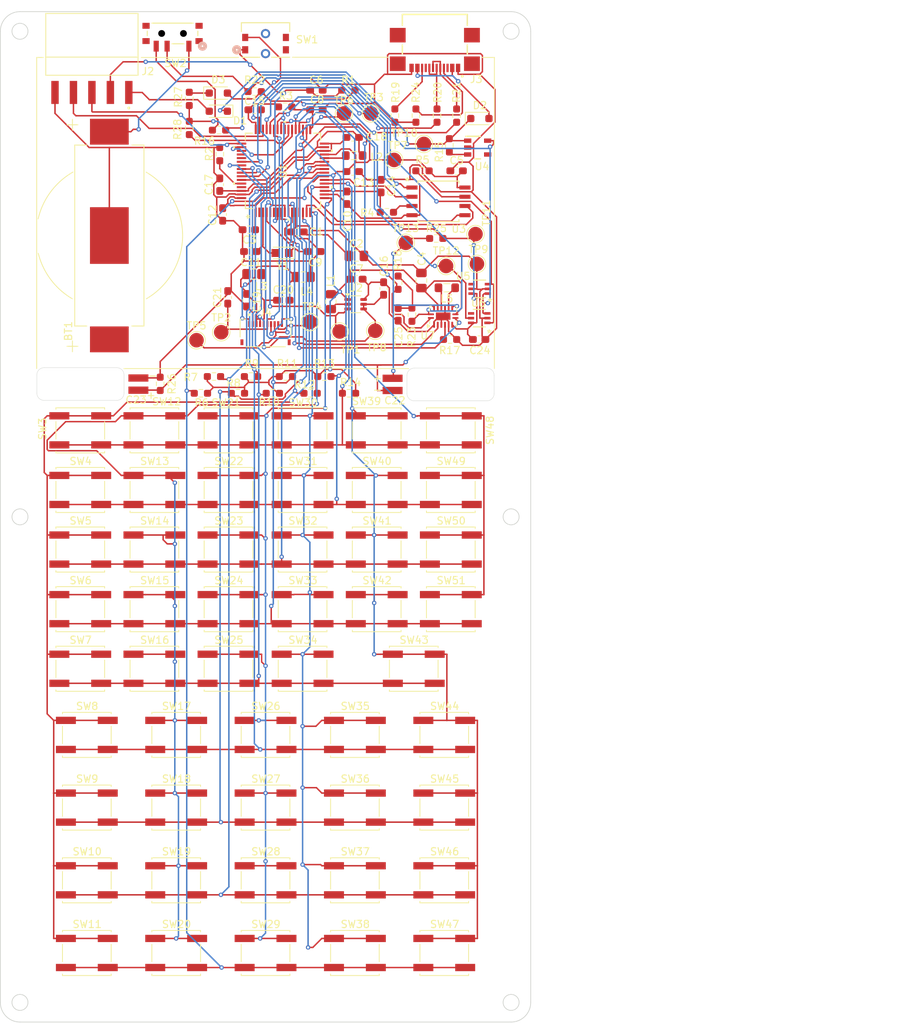
<source format=kicad_pcb>
(kicad_pcb (version 20241229) (generator "pcbnew") (generator_version "9.0")
  (layers (0 "F.Cu" signal) (2 "B.Cu" signal) (13 "F.Paste" user) (15 "B.Paste" user) (5 "F.SilkS" user "F.Silkscreen") (7 "B.SilkS" user "B.Silkscreen") (1 "F.Mask" user) (3 "B.Mask" user) (25 "Edge.Cuts" user))
  (net 0 "")
  (net 1 "Net-(U1A-PC15-OSC32_OUT)")
  (net 2 "GND")
  (net 3 "+5V")
  (net 4 "Net-(U1A-PC14-OSC32_IN)")
  (net 5 "Net-(U1B-VDDUSB)")
  (net 6 "/NRST")
  (net 7 "Net-(C17-Pad1)")
  (net 8 "Net-(C20-Pad2)")
  (net 9 "/DISP")
  (net 10 "Net-(D1-A)")
  (net 11 "Net-(D1-K)")
  (net 12 "VDD")
  (net 13 "Net-(C20-Pad1)")
  (net 14 "Net-(U7-CAP)")
  (net 15 "Net-(U7-BAL)")
  (net 16 "Net-(D3-A)")
  (net 17 "Net-(U7-VDP)")
  (net 18 "Net-(U2-SW)")
  (net 19 "Net-(D2-A)")
  (net 20 "/SWCLK")
  (net 21 "/SWDIO")
  (net 22 "Net-(J3-CC2)")
  (net 23 "Net-(J3-CC1)")
  (net 24 "Net-(J3-DN1)")
  (net 25 "Net-(J3-DP1)")
  (net 26 "Net-(U1B-VLXSMPS)")
  (net 27 "Net-(U7-LX1)")
  (net 28 "/5V_EN")
  (net 29 "/kh1")
  (net 30 "/kh2")
  (net 31 "/kh3")
  (net 32 "/kh4")
  (net 33 "/kh5")
  (net 34 "/kh6")
  (net 35 "/kh7")
  (net 36 "/kh8")
  (net 37 "Net-(U7-LX2)")
  (net 38 "/EXTCOMIN")
  (net 39 "/SI")
  (net 40 "/SCS")
  (net 41 "/SCLK")
  (net 42 "Net-(U1A-PH3-BOOT0)")
  (net 43 "Net-(U3-WP#{slash}SIO2)")
  (net 44 "Net-(U3-RESET#{slash}SIO3)")
  (net 45 "Net-(U4-EN)")
  (net 46 "/kh9")
  (net 47 "/SCL")
  (net 48 "/SDA")
  (net 49 "/START")
  (net 50 "Net-(U4-OUT)")
  (net 51 "/k_on")
  (net 52 "Net-(SW2-C)")
  (net 53 "Net-(SW2-B)")
  (net 54 "/D+")
  (net 55 "/D-")
  (net 56 "/RDY")
  (net 57 "/F_CS")
  (net 58 "/F_SI")
  (net 59 "/F_SCLK")
  (net 60 "/F_SO")
  (net 61 "/kv5")
  (net 62 "/USB_ON")
  (net 63 "/kv3")
  (net 64 "/kv4")
  (net 65 "/kv6")
  (net 66 "/kv1")
  (net 67 "/kv2")
  (net 68 "Net-(SW2-A)")
  (net 70 "Net-(D3-K)")
  (net 71 "/VDIV")
  (net 83 "/VSENS")
  (footprint "TestPoint:TestPoint_Pad_D2.0mm" (layer "F.Cu") (at 105.4 70.6)
    (property "Reference" "TP11")
    (property "Value" "VCH")
  )
  (footprint "Capacitor_SMD:C_0805_2012Metric_Pad1.18x1.45mm_HandSolder" (layer "F.Cu") (at 97.95 76.9875 90)
    (property "Reference" "C4")
    (property "Value" "100 uF")
  )
  (footprint "Resistor_SMD:R_0603_1608Metric_Pad0.98x0.95mm_HandSolder" (layer "F.Cu") (at 72.7 92.5)
    (property "Reference" "R8")
    (property "Value" "1M")
  )
  (footprint "Capacitor_SMD:C_0603_1608Metric_Pad1.08x0.95mm_HandSolder" (layer "F.Cu") (at 74.2 70)
    (property "Reference" "C3")
    (property "Value" "100 nF")
  )
  (footprint "Resistor_SMD:R_0603_1608Metric_Pad0.98x0.95mm_HandSolder" (layer "F.Cu") (at 84.6 90.2 180)
    (property "Reference" "R13")
    (property "Value" "1M")
  )
  (footprint "Capacitor_SMD:C_0603_1608Metric_Pad1.08x0.95mm_HandSolder" (layer "F.Cu") (at 83.5 53.5 180)
    (property "Reference" "C8")
    (property "Value" "100 nF")
  )
  (footprint "Capacitor_SMD:C_0603_1608Metric_Pad1.08x0.95mm_HandSolder" (layer "F.Cu") (at 70.2 63.8 90)
    (property "Reference" "C17")
    (property "Value" "2.2 uF")
  )
  (footprint "footprints:SW_SPST_EVQQ2" (layer "F.Cu") (at 91.8 105.8)
    (property "Reference" "SW40")
    (property "Value" "EVPBT1C4A000")
  )
  (footprint "footprints:SW_SPST_EVQQ2" (layer "F.Cu") (at 51 122.2)
    (property "Reference" "SW6")
    (property "Value" "EVPBT1C4A000")
  )
  (footprint "TestPoint:TestPoint_Pad_D2.0mm" (layer "F.Cu") (at 95.8 71.8)
    (property "Reference" "TP13")
    (property "Value" "VCAP")
  )
  (footprint "footprints:SW_SPST_EVQQ2" (layer "F.Cu") (at 101.1 159.5)
    (property "Reference" "SW46")
    (property "Value" "EVPBT1C4A000")
  )
  (footprint "Resistor_SMD:R_0603_1608Metric_Pad0.98x0.95mm_HandSolder" (layer "F.Cu") (at 100.1 54.3 -90)
    (property "Reference" "R20")
    (property "Value" "33")
  )
  (footprint "footprints:SW_SPST_EVQQ2" (layer "F.Cu") (at 76.5 169.5)
    (property "Reference" "SW29")
    (property "Value" "EVPBT1C4A000")
  )
  (footprint "Inductor_SMD:L_0805_2012Metric_Pad1.05x1.20mm_HandSolder" (layer "F.Cu") (at 88.7 59.8 180)
    (property "Reference" "L2")
    (property "Value" "2.2 uH")
  )
  (footprint "footprints:SW_SPST_EVQQ2" (layer "F.Cu") (at 81.6 122.2)
    (property "Reference" "SW33")
    (property "Value" "EVPBT1C4A000")
  )
  (footprint "footprints:SW_SPST_EVQQ2" (layer "F.Cu") (at 71.4 114)
    (property "Reference" "SW23")
    (property "Value" "EVPBT1C4A000")
  )
  (footprint "Crystal:Crystal_SMD_2012-2Pin_2.0x1.2mm_HandSoldering" (layer "F.Cu") (at 78.775 73.2 180)
    (property "Reference" "Y1")
    (property "Value" "32768 Hz")
  )
  (footprint "footprints:SW_SPST_EVQQ2" (layer "F.Cu") (at 51 105.8)
    (property "Reference" "SW4")
    (property "Value" "EVPBT1C4A000")
  )
  (footprint "TestPoint:TestPoint_Pad_D2.0mm" (layer "F.Cu") (at 87.3 54)
    (property "Reference" "TP6")
    (property "Value" "SCLK")
  )
  (footprint "Capacitor_SMD:C_0603_1608Metric_Pad1.08x0.95mm_HandSolder" (layer "F.Cu") (at 89 76.8)
    (property "Reference" "C7")
    (property "Value" "10 uF")
  )
  (footprint "footprints:AMPHENOL_F3311A7H121010E200" (layer "F.Cu") (at 76.5 84.2)
    (property "Reference" "J4")
    (property "Value" "F3311A7H121010E200")
  )
  (footprint "footprints:SW_SPST_EVQQ2" (layer "F.Cu") (at 102 97.6)
    (property "Reference" "SW48")
    (property "Value" "EVPBT1C4A000")
  )
  (footprint "Package_TO_SOT_SMD:Texas_R-PDSO-G6" (layer "F.Cu") (at 88.9 80.25)
    (property "Reference" "U2")
    (property "Value" "TPS61299")
  )
  (footprint "footprints:SW_SPST_EVQQ2" (layer "F.Cu") (at 51.9 159.5)
    (property "Reference" "SW10")
    (property "Value" "EVPBT1C4A000")
  )
  (footprint "Inductor_SMD:L_0805_2012Metric_Pad1.15x1.40mm_HandSolder" (layer "F.Cu") (at 85.5 79.9 -90)
    (property "Reference" "L1")
    (property "Value" "1 uH")
  )
  (footprint "footprints:SC70-6_DCK_TEX" (layer "F.Cu") (at 105.974 78.1375 180)
    (property "Reference" "U5")
    (property "Value" "LM66100QDCKRQ1")
  )
  (footprint "Resistor_SMD:R_0603_1608Metric_Pad0.98x0.95mm_HandSolder" (layer "F.Cu") (at 70.1 56.3)
    (property "Reference" "R16")
    (property "Value" "0")
  )
  (footprint "footprints:SW_SPST_EVQQ2" (layer "F.Cu") (at 51 130.4)
    (property "Reference" "SW7")
    (property "Value" "EVPBT1C4A000")
  )
  (footprint "footprints:TL1014BF160QG_EWI" (layer "F.Cu") (at 76.5 43.9 180)
    (property "Reference" "SW1")
    (property "Value" "EVQQ2P03W")
  )
  (footprint "Resistor_SMD:R_0603_1608Metric_Pad0.98x0.95mm_HandSolder" (layer "F.Cu") (at 96.65 81.6875 -90)
    (property "Reference" "R23")
    (property "Value" "1k")
  )
  (footprint "Resistor_SMD:R_0603_1608Metric_Pad0.98x0.95mm_HandSolder" (layer "F.Cu") (at 75 51 180)
    (property "Reference" "R22")
    (property "Value" "0")
  )
  (footprint "Resistor_SMD:R_0603_1608Metric_Pad0.98x0.95mm_HandSolder" (layer "F.Cu") (at 94.3 54.3 -90)
    (property "Reference" "R19")
    (property "Value" "5.1k")
  )
  (footprint "Capacitor_SMD:C_0805_2012Metric_Pad1.18x1.45mm_HandSolder" (layer "F.Cu") (at 89 73.6)
    (property "Reference" "C2")
    (property "Value" "100 uF")
  )
  (footprint "Capacitor_SMD:C_0603_1608Metric_Pad1.08x0.95mm_HandSolder" (layer "F.Cu") (at 88.5 57.3 180)
    (property "Reference" "C18")
    (property "Value" "2.2 uF")
  )
  (footprint "Resistor_SMD:R_0603_1608Metric_Pad0.98x0.95mm_HandSolder" (layer "F.Cu") (at 77.5 92.5)
    (property "Reference" "R10")
    (property "Value" "1M")
  )
  (footprint "footprints:SW_SPST_EVQQ2" (layer "F.Cu") (at 64.2 169.5)
    (property "Reference" "SW20")
    (property "Value" "EVPBT1C4A000")
  )
  (footprint "Resistor_SMD:R_0603_1608Metric_Pad0.98x0.95mm_HandSolder" (layer "F.Cu") (at 66 52 -90)
    (property "Reference" "R27")
    (property "Value" "100k")
  )
  (footprint "footprints:SW_SPST_EVQQ2" (layer "F.Cu") (at 64.2 149.5)
    (property "Reference" "SW18")
    (property "Value" "EVPBT1C4A000")
  )
  (footprint "footprints:SOP_8L_200_MAC" (layer "F.Cu") (at 100.3 66.1)
    (property "Reference" "U3")
    (property "Value" "MX25R6435FM2IL0")
  )
  (footprint "footprints:SW_SPST_EVQQ2" (layer "F.Cu") (at 76.5 139.5)
    (property "Reference" "SW26")
    (property "Value" "EVPBT1C4A000")
  )
  (footprint "footprints:SW_SPST_EVQQ2" (layer "F.Cu") (at 71.4 122.2)
    (property "Reference" "SW24")
    (property "Value" "EVPBT1C4A000")
  )
  (footprint "footprints:SW_SPST_EVQQ2" (layer "F.Cu") (at 91.8 97.6)
    (property "Reference" "SW39")
    (property "Value" "EVPBT1C4A000")
  )
  (footprint "TestPoint:TestPoint_Pad_D2.0mm" (layer "F.Cu") (at 67 85.2)
    (property "Reference" "TP5")
    (property "Value" "SCS")
  )
  (footprint "Resistor_SMD:R_0603_1608Metric_Pad0.98x0.95mm_HandSolder" (layer "F.Cu") (at 82.7 92.5)
    (property "Reference" "R12")
    (property "Value" "1M")
  )
  (footprint "footprints:SW_SPST_EVQQ2" (layer "F.Cu") (at 88.8 139.5)
    (property "Reference" "SW35")
    (property "Value" "EVPBT1C4A000")
  )
  (footprint "Resistor_SMD:R_0603_1608Metric_Pad0.98x0.95mm_HandSolder" (layer "F.Cu") (at 79.2 53.1 180)
    (property "Reference" "R3")
    (property "Value" "0")
  )
  (footprint "Resistor_SMD:R_0603_1608Metric_Pad0.98x0.95mm_HandSolder" (layer "F.Cu") (at 67.6 92.5)
    (property "Reference" "R6")
    (property "Value" "1M")
  )
  (footprint "footprints:SW_SPST_EVQQ2" (layer "F.Cu") (at 71.4 105.8)
    (property "Reference" "SW22")
    (property "Value" "EVPBT1C4A000")
  )
  (footprint "Resistor_SMD:R_0603_1608Metric_Pad0.98x0.95mm_HandSolder" (layer "F.Cu") (at 87.9875 92.5)
    (property "Reference" "R14")
    (property "Value" "1M")
  )
  (footprint "Diode_SMD:D_SOD-323_HandSoldering" (layer "F.Cu") (at 106 54.7)
    (property "Reference" "D2")
    (property "Value" "NSR0340HT1G")
  )
  (footprint "TestPoint:TestPoint_Pad_D2.0mm" (layer "F.Cu") (at 105.6 74.7)
    (property "Reference" "TP9")
    (property "Value" "GND")
  )
  (footprint "footprints:SW_SPST_EVQQ2" (layer "F.Cu") (at 101.1 149.5)
    (property "Reference" "SW45")
    (property "Value" "EVPBT1C4A000")
  )
  (footprint "footprints:SW_SPST_EVQQ2" (layer "F.Cu") (at 91.8 122.2)
    (property "Reference" "SW42")
    (property "Value" "EVPBT1C4A000")
  )
  (footprint "Capacitor_SMD:C_0603_1608Metric_Pad1.08x0.95mm_HandSolder" (layer "F.Cu") (at 88.5 62 180)
    (property "Reference" "C13")
    (property "Value" "100 nF")
  )
  (footprint "footprints:SW_SPST_EVQQ2" (layer "F.Cu") (at 61.2 105.8)
    (property "Reference" "SW13")
    (property "Value" "EVPBT1C4A000")
  )
  (footprint "TestPoint:TestPoint_Pad_D2.0mm" (layer "F.Cu") (at 98.3 58.2)
    (property "Reference" "TP10")
    (property "Value" "VIN")
  )
  (footprint "Resistor_SMD:R_0603_1608Metric_Pad0.98x0.95mm_HandSolder" (layer "F.Cu") (at 97.2 54.3 -90)
    (property "Reference" "R24")
    (property "Value" "5.1k")
  )
  (footprint "footprints:SW_SPST_EVQQ2" (layer "F.Cu") (at 76.5 149.5)
    (property "Reference" "SW27")
    (property "Value" "EVPBT1C4A000")
  )
  (footprint "Capacitor_SMD:C_0603_1608Metric_Pad1.08x0.95mm_HandSolder" (layer "F.Cu") (at 83.5 50.8)
    (property "Reference" "C6")
    (property "Value" "100 nF")
  )
  (footprint "footprints:SW_SPST_EVQQ2" (layer "F.Cu") (at 91.8 114)
    (property "Reference" "SW41")
    (property "Value" "EVPBT1C4A000")
  )
  (footprint "footprints:SW_SPST_EVQQ2" (layer "F.Cu") (at 81.6 130.4)
    (property "Reference" "SW34")
    (property "Value" "EVPBT1C4A000")
  )
  (footprint "Resistor_SMD:R_0603_1608Metric_Pad0.98x0.95mm_HandSolder" (layer "F.Cu") (at 69.4 90.2 180)
    (property "Reference" "R7")
    (property "Value" "1M")
  )
  (footprint "footprints:SW_SPST_EVQQ2" (layer "F.Cu") (at 71.4 97.6)
    (property "Reference" "SW21")
    (property "Value" "EVPBT1C4A000")
  )
  (footprint "footprints:SW_SPST_EVQQ2" (layer "F.Cu") (at 81.6 97.6)
    (property "Reference" "SW30")
    (property "Value" "EVPBT1C4A000")
  )
  (footprint "footprints:SW_SPST_EVQQ2" (layer "F.Cu") (at 76.5 159.5)
    (property "Reference" "SW28")
    (property "Value" "EVPBT1C4A000")
  )
  (footprint "Capacitor_SMD:C_0603_1608Metric_Pad1.08x0.95mm_HandSolder" (layer "F.Cu") (at 78.9375 79.7)
    (property "Reference" "C20")
    (property "Value" "1 uF")
  )
  (footprint "Resistor_SMD:R_0603_1608Metric_Pad0.98x0.95mm_HandSolder" (layer "F.Cu") (at 70.2 59.6 90)
    (property "Reference" "R2")
    (property "Value" "10k")
  )
  (footprint "footprints:SW_SPST_EVQQ2" (layer "F.Cu") (at 64.2 159.5)
    (property "Reference" "SW19")
    (property "Value" "EVPBT1C4A000")
  )
  (footprint "footprints:SW_SPST_EVQQ2" (layer "F.Cu") (at 101.1 139.5)
    (property "Reference" "SW44")
    (property "Value" "EVPBT1C4A000")
  )
  (footprint "footprints:BAT_BC-2013" (layer "F.Cu") (at 55 70.8 90)
    (property "Reference" "BT1")
    (property "Value" "BK-5067")
  )
  (footprint "Resistor_SMD:R_0603_1608Metric_Pad0.98x0.95mm_HandSolder" (layer "F.Cu") (at 101.9 85.1 180)
    (property "Reference" "R17")
    (property "Value" "100k")
  )
  (footprint "footprints:SW_SPST_EVQQ2" (layer "F.Cu") (at 64.2 139.5)
    (property "Reference" "SW17")
    (property "Value" "EVPBT1C4A000")
  )
  (footprint "Capacitor_SMD:C_0603_1608Metric_Pad1.08x0.95mm_HandSolder" (layer "F.Cu") (at 105.9 85.1)
    (property "Reference" "C24")
    (property "Value" "2 uF")
  )
  (footprint "footprints:Supercap_4x10" (layer "F.Cu") (at 58.7206 88.9776 180)
    (property "Reference" "C23")
    (property "Value" "0.3F")
    (fp_line (start 13.7 -3.5) (end 13.7 -1) (stroke (width 0.05)) (layer "Edge.Cuts"))
    (fp_line (start 12.7 0) (end 2.7 0) (stroke (width 0.05)) (layer "Edge.Cuts"))
    (fp_line (start 2.7 -4.5) (end 12.7 -4.5) (stroke (width 0.05)) (layer "Edge.Cuts"))
    (fp_line (start 1.7 -1) (end 1.7 -3.5) (stroke (width 0.05)) (layer "Edge.Cuts"))
    (fp_arc (start 13.7 -1) (mid 13.407107 -0.292893) (end 12.7 0) (stroke (width 0.05)) (layer "Edge.Cuts"))
    (fp_arc (start 12.7 -4.5) (mid 13.407107 -4.207107) (end 13.7 -3.5) (stroke (width 0.05)) (layer "Edge.Cuts"))
    (fp_arc (start 2.7 0) (mid 1.992893 -0.292893) (end 1.7 -1) (stroke (width 0.05)) (layer "Edge.Cuts"))
    (fp_arc (start 1.7 -3.5) (mid 1.992893 -4.207107) (end 2.7 -4.5) (stroke (width 0.05)) (layer "Edge.Cuts"))
  )
  (footprint "TestPoint:TestPoint_Pad_D2.0mm" (layer "F.Cu") (at 86.7 84)
    (property "Reference" "TP1")
    (property "Value" "5VEN")
  )
  (footprint "TestPoint:TestPoint_Pad_D2.0mm" (layer "F.Cu") (at 82.6 82.7)
    (property "Reference" "TP4")
    (property "Value" "SI")
  )
  (footprint "Capacitor_SMD:C_0603_1608Metric_Pad1.08x0.95mm_HandSolder" (layer "F.Cu") (at 74.4 73 180)
    (property "Reference" "C11")
    (property "Value" "47 pF")
  )
  (footprint "footprints:SW_SPST_EVQQ2" (layer "F.Cu") (at 81.6 114)
    (property "Reference" "SW32")
    (property "Value" "EVPBT1C4A000")
  )
  (footprint "Resistor_SMD:R_0603_1608Metric_Pad0.98x0.95mm_HandSolder" (layer "F.Cu") (at 79.3 90.2 180)
    (property "Reference" "R11")
    (property "Value" "1M")
  )
  (footprint "Resistor_SMD:R_0603_1608Metric_Pad0.98x0.95mm_HandSolder" (layer "F.Cu") (at 66 56 -90)
    (property "Reference" "R28")
    (property "Value" "100k")
  )
  (footprint "Capacitor_SMD:C_0603_1608Metric_Pad1.08x0.95mm_HandSolder" (layer "F.Cu") (at 71.3 79.3 90)
    (property "Reference" "C21")
    (property "Value" "560 pF")
  )
  (footprint "Inductor_SMD:L_0805_2012Metric_Pad1.15x1.40mm_HandSolder" (layer "F.Cu") (at 74.9 76.1)
    (property "Reference" "L3")
    (property "Value" "4.7 uH")
  )
  (footprint "footprints:SW_SPST_EVQQ2" (layer "F.Cu") (at 71.4 130.4)
    (property "Reference" "SW25")
    (property "Value" "EVPBT1C4A000")
  )
  (footprint "footprints:SW_SPST_EVQQ2" (layer "F.Cu") (at 51.9 169.5)
    (property "Reference" "SW11")
    (property "Value" "EVPBT1C4A000")
  )
  (footprint "Resistor_SMD:R_0603_1608Metric_Pad0.98x0.95mm_HandSolder" (layer "F.Cu") (at 102.8 54.3 -90)
    (property "Reference" "R21")
    (property "Value" "33")
  )
  (footprint "Capacitor_SMD:C_0603_1608Metric_Pad1.08x0.95mm_HandSolder" (layer "F.Cu") (at 73.9 79.7 -90)
    (property "Reference" "C19")
    (property "Value" "1 uF")
  )
  (footprint "footprints:Supercap_4x10" (layer "F.Cu") (at 94.2647 93.5375)
    (property "Reference" "C22")
    (property "Value" "0.3F")
    (fp_line (start 1.7 -1) (end 1.7 -3.5) (stroke (width 0.05)) (layer "Edge.Cuts"))
    (fp_line (start 2.7 -4.5) (end 12.7 -4.5) (stroke (width 0.05)) (layer "Edge.Cuts"))
    (fp_line (start 12.7 0) (end 2.7 0) (stroke (width 0.05)) (layer "Edge.Cuts"))
    (fp_line (start 13.7 -3.5) (end 13.7 -1) (stroke (width 0.05)) (layer "Edge.Cuts"))
    (fp_arc (start 1.7 -3.5) (mid 1.992893 -4.207107) (end 2.7 -4.5) (stroke (width 0.05)) (layer "Edge.Cuts"))
    (fp_arc (start 2.7 0) (mid 1.992893 -0.292893) (end 1.7 -1) (stroke (width 0.05)) (layer "Edge.Cuts"))
    (fp_arc (start 12.7 -4.5) (mid 13.407107 -4.207107) (end 13.7 -3.5) (stroke (width 0.05)) (layer "Edge.Cuts"))
    (fp_arc (start 13.7 -1) (mid 13.407107 -0.292893) (end 12.7 0) (stroke (width 0.05)) (layer "Edge.Cuts"))
  )
  (footprint "footprints:HARWIN_M20-8890545R" (layer "F.Cu") (at 52.6 47.5 180)
    (property "Reference" "J2")
    (property "Value" "HARWIN M20")
  )
  (footprint "footprints:SW_SPST_EVQQ2" (layer "F.Cu") (at 102 105.8)
    (property "Reference" "SW49")
    (property "Value" "EVPBT1C4A000")
  )
  (footprint "footprints:SW_SPST_EVQQ2" (layer "F.Cu") (at 51 114)
    (property "Reference" "SW5")
    (property "Value" "EVPBT1C4A000")
  )
  (footprint "Package_DFN_QFN:DHVQFN-16-1EP_2.5x3.5mm_P0.5mm_EP1x2mm" (layer "F.Cu") (at 100.95 81.8875 90)
    (property "Reference" "U7")
    (property "Value" "NBM5100A")
  )
  (footprint "Diode_SMD:D_SOD-323_HandSoldering" (layer "F.Cu") (at 70 51.2)
    (property "Reference" "D3")
    (property "Value" "NSR0340HT1G")
  )
  (footprint "footprints:SW_SPST_EVQQ2" (layer "F.Cu") (at 102 122.2)
    (property "Reference" "SW51")
    (property "Value" "EVPBT1C4A000")
  )
  (footprint "footprints:SW_SPST_EVQQ2" (layer "F.Cu") (at 61.2 122.2)
    (property "Reference" "SW15")
    (property "Value" "EVPBT1C4A000")
  )
  (footprint "footprints:SW_SPST_EVQQ2" (layer "F.Cu") (at 51.9 139.5)
    (property "Reference" "SW8")
    (property "Value" "EVPBT1C4A000")
  )
  (footprint "TestPoint:TestPoint_Pad_D2.0mm" (layer "F.Cu") (at 91.6 83.9)
    (property "Reference" "TP8")
    (property "Value" "+5V")
  )
  (footprint "TestPoint:TestPoint_Pad_D2.0mm" (layer "F.Cu") (at 91 54)
    (property "Reference" "TP3")
    (property "Value" "XTC")
  )
  (footprint "Capacitor_SMD:C_0603_1608Metric_Pad1.08x0.95mm_HandSolder" (layer "F.Cu") (at 92.75 78.0875 90)
    (property "Reference" "C16")
    (property "Value" "10 uF")
  )
  (footprint "Diode_SMD:D_SOD-323_HandSoldering" (layer "F.Cu") (at 70 53.7 180)
    (property "Reference" "D1")
    (property "Value" "NSR0340HT1G")
  )
  (footprint "footprints:SW_SPST_EVQQ2" (layer "F.Cu") (at 61.2 114)
    (property "Reference" "SW14")
    (property "Value" "EVPBT1C4A000")
  )
  (footprint "footprints:SW_SPST_EVQQ2" (layer "F.Cu") (at 88.8 169.5)
    (property "Reference" "SW38")
    (property "Value" "EVPBT1C4A000")
  )
  (footprint "footprints:SW_SPST_EVQQ2" (layer "F.Cu") (at 81.6 105.8)
    (property "Reference" "SW31")
    (property "Value" "EVPBT1C4A000")
  )
  (footprint "Capacitor_SMD:C_0603_1608Metric_Pad1.08x0.95mm_HandSolder" (layer "F.Cu") (at 92.4 64 -90)
    (property "Reference" "C14")
    (property "Value" "10 uF")
  )
  (footprint "Resistor_SMD:R_0603_1608Metric_Pad0.98x0.95mm_HandSolder" (layer "F.Cu") (at 74.5 90.2 180)
    (property "Reference" "R9")
    (property "Value" "1M")
  )
  (footprint "footprints:GCT_USB4110GFA" (layer "F.Cu") (at 99.8 46.6625 180)
    (property "Reference" "J3")
    (property "Value" "USB4110GFA")
  )
  (footprint "Capacitor_SMD:C_0603_1608Metric_Pad1.08x0.95mm_HandSolder" (layer "F.Cu") (at 70.6 67.9 90)
    (property "Reference" "C12")
    (property "Value" "100 nF")
  )
  (footprint "Capacitor_SMD:C_0603_1608Metric_Pad1.08x0.95mm_HandSolder" (layer "F.Cu") (at 80.9 70.3)
    (property "Reference" "C1")
    (property "Value" "100 nF")
  )
  (footprint "Resistor_SMD:R_0603_1608Metric_Pad0.98x0.95mm_HandSolder" (layer "F.Cu") (at 62 91.2 90)
    (property "Reference" "R26")
    (property "Value" "0")
  )
  (footprint "Resistor_SMD:R_0603_1608Metric_Pad0.98x0.95mm_HandSolder" (layer "F.Cu") (at 94.75 77.2875 -90)
    (property "Reference" "R18")
    (property "Value" "1k")
  )
  (footprint "footprints:CUS-12TB_NDC" (layer "F.Cu") (at 63.7 43 180)
    (property "Reference" "SW2")
    (property "Value" "Nidec CUS-12TB")
  )
  (footprint "footprints:SW_SPST_EVQQ2" (layer "F.Cu") (at 96.9 130.4)
    (property "Reference" "SW43")
    (property "Value" "EVPBT1C4A000")
  )
  (footprint "footprints:SC70-6_DCK_TEX" (layer "F.Cu") (at 105.9125 82.1625 180)
    (property "Reference" "U6")
    (property "Value" "LM66100QDCKRQ1")
  )
  (footprint "Resistor_SMD:R_0603_1608Metric_Pad0.98x0.95mm_HandSolder" (layer "F.Cu") (at 101.8 58.3875 -90)
    (property "Reference" "R15")
    (property "Value" "10k")
  )
  (footprint "Inductor_SMD:L_0805_2012Metric_Pad1.15x1.40mm_HandSolder" (layer "F.Cu") (at 81.675 76.5 180)
    (property "Reference" "L4")
    (property "Value" "4.7 uH")
  )
  (footprint "footprints:SW_SPST_EVQQ2" (layer "F.Cu") (at 102 114)
    (property "Reference" "SW50")
    (property "Value" "EVPBT1C4A000")
  )
  (footprint "footprints:SW_SPST_EVQQ2" (layer "F.Cu") (at 61.2 130.4)
    (property "Reference" "SW16")
    (property "Value" "EVPBT1C4A000")
  )
  (footprint "footprints:DBV0005A_N" (layer "F.Cu") (at 105.7 58.7)
    (property "Reference" "U4")
    (property "Value" "TLV73333PDBVR")
  )
  (footprint "Capacitor_SMD:C_0603_1608Metric_Pad1.08x0.95mm_HandSolder" (layer "F.Cu") (at 83.2 73)
    (property "Reference" "C9")
    (property "Value" "47 pF")
  )
  (footprint "Resistor_SMD:R_0603_1608Metric_Pad0.98x0.95mm_HandSolder" (layer "F.Cu") (at 87.9 50.8 180)
    (property "Reference" "R1")
    (property "Value" "10k")
  )
  (footprint "Capacitor_SMD:C_0603_1608Metric_Pad1.08x0.95mm_HandSolder" (layer "F.Cu") (at 94.75 81.65 -90)
    (property "Reference" "C25")
    (property "Value" "2 uF")
  )
  (footprint "Capacitor_SMD:C_0603_1608Metric_Pad1.08x0.95mm_HandSolder" (layer "F.Cu") (at 75 53.5)
    (property "Reference" "C15")
    (property "Value" "100 nF")
  )
  (footprint "TestPoint:TestPoint_Pad_D2.0mm" (layer "F.Cu") (at 70.4 84.1)
    (property "Reference" "TP2")
    (property "Value" "DISP")
  )
  (footprint "footprints:SW_SPST_EVQQ2" (layer "F.Cu") (at 61.2 97.6)
    (property "Reference" "SW12")
    (property "Value" "EVPBT1C4A000")
  )
  (footprint "TestPoint:TestPoint_Pad_D2.0mm" (layer "F.Cu") (at 101.35 74.9875)
    (property "Reference" "TP12")
    (property "Value" "USBON")
  )
  (footprint "Inductor_SMD:L_0805_2012Metric_Pad1.05x1.20mm_HandSolder" (layer "F.Cu") (at 101.45 77.9875 180)
    (property "Reference" "L5")
    (property "Value" "15 uH")
  )
  (footprint "footprints:SW_SPST_EVQQ2" (layer "F.Cu") (at 51 97.6)
    (property "Reference" "SW3")
    (property "Value" "EVPBT1C4A000")
  )
  (footprint "Capacitor_SMD:C_0603_1608Metric_Pad1.08x0.95mm_HandSolder" (layer "F.Cu") (at 102.8 61.9)
    (property "Reference" "C5")
    (property "Value" "100 nF")
  )
  (footprint "footprints:SW_SPST_EVQQ2" (layer "F.Cu") (at 51.9 149.5)
    (property "Reference" "SW9")
    (property "Value" "EVPBT1C4A000")
  )
  (footprint "footprints:LQFP64_STM" (layer "F.Cu") (at 78.9 61.9 90)
    (property "Reference" "U1")
    (property "Value" "STM32U385RGT6Q")
  )
  (footprint "Capacitor_SMD:C_0603_1608Metric_Pad1.08x0.95mm_HandSolder" (layer "F.Cu") (at 87.7 65.6 90)
    (property "Reference" "C10")
    (property "Value" "100 nF")
  )
  (footprint "Resistor_SMD:R_0603_1608Metric_Pad0.98x0.95mm_HandSolder" (layer "F.Cu") (at 100 71.2 180)
    (property "Reference" "R25")
    (property "Value" "100")
  )
  (footprint "Resistor_SMD:R_0603_1608Metric_Pad0.98x0.95mm_HandSolder" (layer "F.Cu") (at 98.1 61.9 180)
    (property "Reference" "R5")
    (property "Value" "10k")
  )
  (footprint "footprints:SW_SPST_EVQQ2" (layer "F.Cu") (at 88.8 159.5)
    (property "Reference" "SW37")
    (property "Value" "EVPBT1C4A000")
  )
  (footprint "footprints:SW_SPST_EVQQ2" (layer "F.Cu") (at 101.1 169.5)
    (property "Reference" "SW47")
    (property "Value" "EVPBT1C4A000")
  )
  (footprint "TestPoint:TestPoint_Pad_D2.0mm" (layer "F.Cu") (at 94.2 60.4)
    (property "Reference" "TP7")
    (property "Value" "VDD")
  )
  (footprint "footprints:SW_SPST_EVQQ2" (layer "F.Cu") (at 88.8 149.5)
    (property "Reference" "SW36")
    (property "Value" "EVPBT1C4A000")
  )
  (footprint "Resistor_SMD:R_0603_1608Metric_Pad0.98x0.95mm_HandSolder" (layer "F.Cu") (at 93.2 67.6)
    (property "Reference" "R4")
    (property "Value" "10k")
  )
  (gr_line (start 96.2 89.1) (end 57 89.1) (stroke (width 0.12)) (layer "F.SilkS"))
  (gr_line (start 80.2 46.2749) (end 93.4 46.2749) (stroke (width 0.12)) (layer "F.SilkS"))
  (gr_line (start 108 46.3) (end 106.3 46.3) (stroke (width 0.12)) (layer "F.SilkS"))
  (gr_line (start 108 46.3) (end 108 89.1) (stroke (width 0.12)) (layer "F.SilkS"))
  (gr_arc (start 60.066699 62.080564) (mid 65.084624 70.780721) (end 60.1 79.5) (stroke (width 0.12)) (layer "F.SilkS"))
  (gr_line (start 59.4 46.3) (end 72.8 46.3) (stroke (width 0.12)) (layer "F.SilkS"))
  (gr_arc (start 49.9 79.5) (mid 46.927923 76.844963) (end 45.21646 73.245885) (stroke (width 0.12)) (layer "F.SilkS"))
  (gr_line (start 45 89.1) (end 45 46.3) (stroke (width 0.12)) (layer "F.SilkS"))
  (gr_arc (start 45.2 68.5) (mid 46.924977 64.789675) (end 49.984135 62.072395) (stroke (width 0.12)) (layer "F.SilkS"))
  (gr_line (start 45 46.3) (end 45.9 46.3) (stroke (width 0.12)) (layer "F.SilkS"))
  (gr_circle (center 110.3 176.3) (end 110.3 177.4) (stroke (width 0.1)) (fill no) (layer "Edge.Cuts"))
  (gr_arc (start 40 42.7) (mid 40.790812 40.790812) (end 42.7 40) (stroke (width 0.1)) (layer "Edge.Cuts"))
  (gr_circle (center 42.7 176.3) (end 42.7 177.4) (stroke (width 0.1)) (fill no) (layer "Edge.Cuts"))
  (gr_circle (center 42.7 42.7) (end 42.7 43.8) (stroke (width 0.1)) (fill no) (layer "Edge.Cuts"))
  (gr_line (start 40 176.3) (end 40 42.7) (stroke (width 0.1)) (layer "Edge.Cuts"))
  (gr_arc (start 113 176.3) (mid 112.209188 178.209188) (end 110.3 179) (stroke (width 0.1)) (layer "Edge.Cuts"))
  (gr_line (start 42.7 40) (end 110.3 40) (stroke (width 0.1)) (layer "Edge.Cuts"))
  (gr_line (start 113 42.7) (end 113 176.3) (stroke (width 0.1)) (layer "Edge.Cuts"))
  (gr_line (start 110.3 179) (end 42.7 179) (stroke (width 0.1)) (layer "Edge.Cuts"))
  (gr_circle (center 110.3 109.5) (end 110.3 110.6) (stroke (width 0.1)) (fill no) (layer "Edge.Cuts"))
  (gr_arc (start 42.7 179) (mid 40.790812 178.209188) (end 40 176.3) (stroke (width 0.1)) (layer "Edge.Cuts"))
  (gr_arc (start 110.3 40) (mid 112.209188 40.790812) (end 113 42.7) (stroke (width 0.1)) (layer "Edge.Cuts"))
  (gr_circle (center 42.7 109.5) (end 42.7 110.6) (stroke (width 0.1)) (fill no) (layer "Edge.Cuts"))
  (gr_circle (center 110.3 42.7) (end 110.3 43.8) (stroke (width 0.1)) (fill no) (layer "Edge.Cuts"))
  (segment (start 76.65 68.5588) (end 76.65 68.8029) (width 0.2) (layer "F.Cu") (net 1))
  (segment (start 80.1403 72.0766) (end 80.1403 72.0767) (width 0.2) (layer "F.Cu") (net 1))
  (segment (start 80.3155 72.2519) (end 80.3155 72.372) (width 0.2) (layer "F.Cu") (net 1))
  (segment (start 76.65 68.8029) (end 79.9237 72.0766) (width 0.2) (layer "F.Cu") (net 1))
  (segment (start 80.3155 72.372) (end 80.4218 72.4782) (width 0.2) (layer "F.Cu") (net 1))
  (segment (start 79.7 73.2) (end 80.4218 72.4782) (width 0.2) (layer "F.Cu") (net 1))
  (segment (start 80.7882 72.7246) (end 81.0636 73) (width 0.2) (layer "F.Cu") (net 1))
  (segment (start 80.1403 72.0767) (end 80.3155 72.2519) (width 0.2) (layer "F.Cu") (net 1))
  (segment (start 79.9237 72.0766) (end 80.1403 72.0766) (width 0.2) (layer "F.Cu") (net 1))
  (segment (start 76.65 67.6058) (end 76.65 68.5588) (width 0.2) (layer "F.Cu") (net 1))
  (segment (start 81.0636 73) (end 82.3375 73) (width 0.2) (layer "F.Cu") (net 1))
  (segment (start 80.4218 72.4782) (end 80.6681 72.7246) (width 0.2) (layer "F.Cu") (net 1))
  (segment (start 80.6681 72.7246) (end 80.7882 72.7246) (width 0.2) (layer "F.Cu") (net 1))
  (segment (start 106 78.5082) (end 106.3092 78.199) (width 0.2) (layer "F.Cu") (net 2))
  (segment (start 85.0823 59.15) (end 84.6058 59.15) (width 0.2) (layer "F.Cu") (net 2))
  (segment (start 96.0934 84) (end 98.775 84) (width 0.2) (layer "F.Cu") (net 2))
  (segment (start 71.775 78.4375) (end 71.3 78.4375) (width 0.2) (layer "F.Cu") (net 2))
  (segment (start 108.3 83.5625) (end 106.7625 85.1) (width 0.2) (layer "F.Cu") (net 2))
  (segment (start 73.3375 72.8) (end 73.5375 73) (width 0.2) (layer "F.Cu") (net 2))
  (segment (start 73.5375 74.3062) (end 73.5375 73) (width 0.2) (layer "F.Cu") (net 2))
  (segment (start 71.6351 78.496) (end 71.775 78.496) (width 0.2) (layer "F.Cu") (net 2))
  (segment (start 69.6934 65.5026) (end 69.783 65.5026) (width 0.2) (layer "F.Cu") (net 2))
  (segment (start 91.0303 77.225) (end 90.6589 77.5964) (width 0.2) (layer "F.Cu") (net 2))
  (segment (start 86.3875 65.15) (end 87.7 66.4625) (width 0.2) (layer "F.Cu") (net 2))
  (segment (start 72.3965 65.15) (end 72.3234 65.0769) (width 0.2) (layer "F.Cu") (net 2))
  (segment (start 100.7 82.3606) (end 99.9769 82.3606) (width 0.2) (layer "F.Cu") (net 2))
  (segment (start 72.3234 65.0769) (end 71.4925 65.0769) (width 0.2) (layer "F.Cu") (net 2))
  (segment (start 85.5587 58.15) (end 85.5587 59.15) (width 0.2) (layer "F.Cu") (net 2))
  (segment (start 97.95 75.95) (end 96.8452 74.8452) (width 0.2) (layer "F.Cu") (net 2))
  (segment (start 75.65 54.5832) (end 74.8374 54.5832) (width 0.2) (layer "F.Cu") (net 2))
  (segment (start 106.4789 82.1625) (end 106 82.1625) (width 0.2) (layer "F.Cu") (net 2))
  (segment (start 70.2 62.9375) (end 69.3795 63.758) (width 0.2) (layer "F.Cu") (net 2))
  (segment (start 93.2983 48.6142) (end 92.8644 48.6142) (width 0.2) (layer "F.Cu") (net 2))
  (segment (start 84.0625 73) (end 82.2884 71.2259) (width 0.2) (layer "F.Cu") (net 2))
  (segment (start 85.5587 58.15) (end 84.6058 58.15) (width 0.2) (layer "F.Cu") (net 2))
  (segment (start 106.1016 45.7795) (end 106.3505 46.0284) (width 0.2) (layer "F.Cu") (net 2))
  (segment (start 96.3799 63.0756) (end 96.3799 61.4373) (width 0.2) (layer "F.Cu") (net 2))
  (segment (start 98.775 84) (end 99.7 83.075) (width 0.2) (layer "F.Cu") (net 2))
  (segment (start 84.6058 65.15) (end 86.3875 65.15) (width 0.2) (layer "F.Cu") (net 2))
  (segment (start 84.3625 50.8) (end 82.6983 49.1358) (width 0.2) (layer "F.Cu") (net 2))
  (segment (start 105.5771 78.1375) (end 105.5771 74.7229) (width 0.2) (layer "F.Cu") (net 2))
  (segment (start 84.6058 59.15) (end 83.6528 59.15) (width 0.2) (layer "F.Cu") (net 2))
  (segment (start 91.4983 52.4108) (end 91.2805 52.6286) (width 0.2) (layer "F.Cu") (net 2))
  (segment (start 47.52 53.9892) (end 52.2183 58.6875) (width 0.2) (layer "F.Cu") (net 2))
  (segment (start 82.9891 70.1186) (end 82.3496 69.4791) (width 0.2) (layer "F.Cu") (net 2))
  (segment (start 105.9628 85.8997) (end 103.6122 85.8997) (width 0.2) (layer "F.Cu") (net 2))
  (segment (start 105.5771 74.7229) (end 105.6 74.7) (width 0.2) (layer "F.Cu") (net 2))
  (segment (start 99.7 82.6375) (end 99.7 83.075) (width 0.2) (layer "F.Cu") (net 2))
  (segment (start 106.3092 84.6467) (end 106.7625 85.1) (width 0.2) (layer "F.Cu") (net 2))
  (segment (start 80.65 69.4791) (end 80.65 69.6875) (width 0.2) (layer "F.Cu") (net 2))
  (segment (start 85.0823 59.15) (end 85.5587 59.15) (width 0.2) (layer "F.Cu") (net 2))
  (segment (start 103.1322 60.7053) (end 104.5009 60.7053) (width 0.2) (layer "F.Cu") (net 2))
  (segment (start 106.3092 82.3322) (end 106.3092 84.6467) (width 0.2) (layer "F.Cu") (net 2))
  (segment (start 80.65 69.6875) (end 80.0375 70.3) (width 0.2) (layer "F.Cu") (net 2))
  (segment (start 104.7259 58.7) (end 104.325 58.7) (width 0.2) (layer "F.Cu") (net 2))
  (segment (start 94.3 55.2125) (end 91.4983 52.4108) (width 0.2) (layer "F.Cu") (net 2))
  (segment (start 93.5364 81.5307) (end 93.5364 78.0114) (width 0.2) (layer "F.Cu") (net 2))
  (segment (start 71.775 78.496) (end 71.775 78.4375) (width 0.2) (layer "F.Cu") (net 2))
  (segment (start 96.721 61.0962) (end 97.6379 61.0962) (width 0.2) (layer "F.Cu") (net 2))
  (segment (start 97.7188 68.005) (end 97.7188 63.7819) (width 0.2) (layer "F.Cu") (net 2))
  (segment (start 107.0364 82.1625) (end 106.4789 82.1625) (width 0.2) (layer "F.Cu") (net 2))
  (segment (start 106.3092 78.199) (end 106.3707 78.1375) (width 0.2) (layer "F.Cu") (net 2))
  (segment (start 96.3799 63.0756) (end 92.4619 63.0756) (width 0.2) (layer "F.Cu") (net 2))
  (segment (start 104.5009 60.7053) (end 105.1267 60.0795) (width 0.2) (layer "F.Cu") (net 2))
  (segment (start 106 82.1625) (end 106 78.5082) (width 0.2) (layer "F.Cu") (net 2))
  (segment (start 74.6661 64.494) (end 75.0115 64.1486) (width 0.2) (layer "F.Cu") (net 2))
  (segment (start 69.3795 65.1887) (end 69.6934 65.5026) (width 0.2) (layer "F.Cu") (net 2))
  (segment (start 85.1822 49.9803) (end 84.3625 50.8) (width 0.2) (layer "F.Cu") (net 2))
  (segment (start 69.783 65.5026) (end 69.783 67.9455) (width 0.2) (layer "F.Cu") (net 2))
  (segment (start 100.95 82.3606) (end 100.7 82.3606) (width 0.2) (layer "F.Cu") (net 2))
  (segment (start 103 48.6142) (end 105.984 48.6142) (width 0.2) (layer "F.Cu") (net 2))
  (segment (start 106.3505 46.0284) (end 106.3505 48.2477) (width 0.2) (layer "F.Cu") (net 2))
  (segment (start 82.6983 49.1358) (end 78.5585 49.1358) (width 0.2) (layer "F.Cu") (net 2))
  (segment (start 52.2183 58.6875) (end 55 58.6875) (width 0.2) (layer "F.Cu") (net 2))
  (segment (start 90 79.6) (end 90.6589 78.9411) (width 0.2) (layer "F.Cu") (net 2))
  (segment (start 94.75 82.5125) (end 94.75 82.6566) (width 0.2) (layer "F.Cu") (net 2))
  (segment (start 104.5001 73.6459) (end 100.2541 73.6459) (width 0.2) (layer "F.Cu") (net 2))
  (segment (start 69.4071 58.6875) (end 70.2 58.6875) (width 0.2) (layer "F.Cu") (net 2))
  (segment (start 100.6318 64.7761) (end 104.8319 64.7761) (width 0.2) (layer "F.Cu") (net 2))
  (segment (start 106.4789 82.1625) (end 106.3092 82.3322) (width 0.2) (layer "F.Cu") (net 2))
  (segment (start 101.9375 61.9) (end 103.1322 60.7053) (width 0.2) (layer "F.Cu") (net 2))
  (segment (start 71.775 76.0687) (end 73.5375 74.3062) (width 0.2) (layer "F.Cu") (net 2))
  (segment (start 89.6443 68.4068) (end 95.1896 68.4068) (width 0.2) (layer "F.Cu") (net 2))
  (segment (start 85.2339 52.6286) (end 84.3625 53.5) (width 0.2) (layer "F.Cu") (net 2))
  (segment (start 101.7 82.6294) (end 101.7 83.075) (width 0.2) (layer "F.Cu") (net 2))
  (segment (start 104.7259 58.7) (end 105.1267 58.7) (width 0.2) (layer "F.Cu") (net 2))
  (segment (start 74.75 81.4125) (end 74.75 82.98) (width 0.2) (layer "F.Cu") (net 2))
  (segment (start 59.0147 90.3849) (end 61.9026 90.3849) (width 0.2) (layer "F.Cu") (net 2))
  (segment (start 94.75 82.5125) (end 94.5182 82.5125) (width 0.2) (layer "F.Cu") (net 2))
  (segment (start 103.6122 85.8997) (end 102.8125 85.1) (width 0.2) (layer "F.Cu") (net 2))
  (segment (start 101.4312 82.3606) (end 101.7 82.6294) (width 0.2) (layer "F.Cu") (net 2))
  (segment (start 100.2541 73.6459) (end 97.95 75.95) (width 0.2) (layer "F.Cu") (net 2))
  (segment (start 104.8319 64.7761) (end 108.3 68.2442) (width 0.2) (layer "F.Cu") (net 2))
  (segment (start 108.0748 55.1983) (end 105.1267 58.1464) (width 0.2) (layer "F.Cu") (net 2))
  (segment (start 62 90.2875) (end 62 88.1311) (width 0.2) (layer "F.Cu") (net 2))
  (segment (start 90.6589 78.9411) (end 90.6589 77.5964) (width 0.2) (layer "F.Cu") (net 2))
  (segment (start 108.0748 50.705) (end 108.0748 55.1983) (width 0.2) (layer "F.Cu") (net 2))
  (segment (start 92.75 77.225) (end 91.0303 77.225) (width 0.2) (layer "F.Cu") (net 2))
  (segment (start 55 58.6875) (end 69.4071 58.6875) (width 0.2) (layer "F.Cu") (net 2))
  (segment (start 75.8625 54.3707) (end 75.65 54.5832) (width 0.2) (layer "F.Cu") (net 2))
  (segment (start 69.3795 63.758) (end 69.3795 65.1887) (width 0.2) (layer "F.Cu") (net 2))
  (segment (start 73.3375 70) (end 73.3375 72.8) (width 0.2) (layer "F.Cu") (net 2))
  (segment (start 100.95 82.3606) (end 101.4312 82.3606) (width 0.2) (layer "F.Cu") (net 2))
  (segment (start 82.3496 69.4791) (end 80.65 69.4791) (width 0.2) (layer "F.Cu") (net 2))
  (segment (start 94.5182 82.5125) (end 93.5364 81.5307) (width 0.2) (layer "F.Cu") (net 2))
  (segment (start 108.3 68.2442) (end 108.3 83.5625) (width 0.2) (layer "F.Cu") (net 2))
  (segment (start 103 47.7375) (end 103 48.6142) (width 0.2) (layer "F.Cu") (net 2))
  (segment (start 101.7 83.9875) (end 102.8125 85.1) (width 0.2) (layer "F.Cu") (net 2))
  (segment (start 93.5364 78.0114) (end 92.75 77.225) (width 0.2) (layer "F.Cu") (net 2))
  (segment (start 62 88.1311) (end 71.6351 78.496) (width 0.2) (layer "F.Cu") (net 2))
  (segment (start 91.4983 49.9803) (end 85.1822 49.9803) (width 0.2) (layer "F.Cu") (net 2))
  (segment (start 74.2386 65.15) (end 74.6661 64.7225) (width 0.2) (layer "F.Cu") (net 2))
  (segment (start 105.1267 60.0795) (end 105.1267 58.7) (width 0.2) (layer "F.Cu") (net 2))
  (segment (start 87.7 66.4625) (end 89.6443 68.4068) (width 0.2) (layer "F.Cu") (net 2))
  (segment (start 69.783 67.9455) (end 70.6 68.7625) (width 0.2) (layer "F.Cu") (net 2))
  (segment (start 100.95 82.3606) (end 100.95 81.8875) (width 0.2) (layer "F.Cu") (net 2))
  (segment (start 69.4071 62.1446) (end 70.2 62.9375) (width 0.2) (layer "F.Cu") (net 2))
  (segment (start 69.4071 58.6875) (end 69.4071 62.1446) (width 0.2) (layer "F.Cu") (net 2))
  (segment (start 97.7188 63.7819) (end 97.0125 63.0756) (width 0.2) (layer "F.Cu") (net 2))
  (segment (start 106.7625 85.1) (end 105.9628 85.8997) (width 0.2) (layer "F.Cu") (net 2))
  (segment (start 77.9752 49.7191) (end 77.675 49.7191) (width 0.2) (layer "F.Cu") (net 2))
  (segment (start 82.2884 71.2259) (end 80.9634 71.2259) (width 0.2) (layer "F.Cu") (net 2))
  (segment (start 101.2 80.7) (end 101.2 81.6375) (width 0.2) (layer "F.Cu") (net 2))
  (segment (start 89.3625 62) (end 90.5 63.1375) (width 0.2) (layer "F.Cu") (net 2))
  (segment (start 75.6551 43.5479) (end 78.5585 46.4513) (width 0.2) (layer "F.Cu") (net 2))
  (segment (start 99.9769 82.3606) (end 99.7 82.6375) (width 0.2) (layer "F.Cu") (net 2))
  (segment (start 73.9 80.5625) (end 74.75 81.4125) (width 0.2) (layer "F.Cu") (net 2))
  (segment (start 105.0657 64.5423) (end 104.8319 64.7761) (width 0.2) (layer "F.Cu") (net 2))
  (segment (start 71.8335 78.496) (end 73.9 80.5625) (width 0.2) (layer "F.Cu") (net 2))
  (segment (start 73.5375 74.3062) (end 82.6437 74.3062) (width 0.2) (layer "F.Cu") (net 2))
  (segment (start 75.65 54.5832) (end 75.65 56.1941) (width 0.2) (layer "F.Cu") (net 2))
  (segment (start 101.7 83.075) (end 101.7 83.9875) (width 0.2) (layer "F.Cu") (net 2))
  (segment (start 95.1896 68.4068) (end 95.5914 68.005) (width 0.2) (layer "F.Cu") (net 2))
  (segment (start 105.984 48.6142) (end 108.0748 50.705) (width 0.2) (layer "F.Cu") (net 2))
  (segment (start 91.2805 52.6286) (end 85.2339 52.6286) (width 0.2) (layer "F.Cu") (net 2))
  (segment (start 93.2983 48.6142) (end 96.6 48.6142) (width 0.2) (layer "F.Cu") (net 2))
  (segment (start 75.0115 64.1486) (end 76.9203 64.1486) (width 0.2) (layer "F.Cu") (net 2))
  (segment (start 78.5585 46.4513) (end 78.5585 49.1358) (width 0.2) (layer "F.Cu") (net 2))
  (segment (start 55 70.8) (end 55 58.6875) (width 0.2) (layer "F.Cu") (net 2))
  (segment (start 106.3505 48.2477) (end 105.984 48.6142) (width 0.2) (layer "F.Cu") (net 2))
  (segment (start 92.8644 48.6142) (end 91.4983 49.9803) (width 0.2) (layer "F.Cu") (net 2))
  (segment (start 80.6461 60.4228) (end 82.38 60.4228) (width 0.2) (layer "F.Cu") (net 2))
  (segment (start 80.65 67.6058) (end 80.65 69.4791) (width 0.2) (layer "F.Cu") (net 2))
  (segment (start 90.0375 73.6) (end 86.5561 70.1186) (width 0.2) (layer "F.Cu") (net 2))
  (segment (start 71.775 78.496) (end 71.8335 78.496) (width 0.2) (layer "F.Cu") (net 2))
  (segment (start 96.3799 61.4373) (end 96.721 61.0962) (width 0.2) (layer "F.Cu") (net 2))
  (segment (start 92.4619 63.0756) (end 92.4 63.1375) (width 0.2) (layer "F.Cu") (net 2))
  (segment (start 72.1 68.7625) (end 73.3375 70) (width 0.2) (layer "F.Cu") (net 2))
  (segment (start 82.6437 74.3062) (end 82.7 74.3625) (width 0.2) (layer "F.Cu") (net 2))
  (segment (start 80.9634 71.2259) (end 80.0375 70.3) (width 0.2) (layer "F.Cu") (net 2))
  (segment (start 76.9203 64.1486) (end 80.6461 60.4228) (width 0.2) (layer "F.Cu") (net 2))
  (segment (start 98.0973 62.2416) (end 100.6318 64.7761) (width 0.2) (layer "F.Cu") (net 2))
  (segment (start 96.6551 68.005) (end 97.7188 68.005) (width 0.2) (layer "F.Cu") (net 2))
  (segment (start 61.9026 90.3849) (end 62 90.2875) (width 0.2) (layer "F.Cu") (net 2))
  (segment (start 75.8625 53.5) (end 75.8625 54.3707) (width 0.2) (layer "F.Cu") (net 2))
  (segment (start 104.85 78.1375) (end 105.5771 78.1375) (width 0.2) (layer "F.Cu") (net 2))
  (segment (start 86.7875 58.15) (end 85.5587 58.15) (width 0.2) (layer "F.Cu") (net 2))
  (segment (start 78.5585 49.1358) (end 77.9752 49.7191) (width 0.2) (layer "F.Cu") (net 2))
  (segment (start 97.6379 61.0962) (end 98.0973 61.5556) (width 0.2) (layer "F.Cu") (net 2))
  (segment (start 71.0668 65.5026) (end 69.783 65.5026) (width 0.2) (layer "F.Cu") (net 2))
  (segment (start 97.0125 63.0756) (end 96.3799 63.0756) (width 0.2) (layer "F.Cu") (net 2))
  (segment (start 93.2983 48.6142) (end 93.2983 45.9875) (width 0.2) (layer "F.Cu") (net 2))
  (segment (start 105.6386 78.199) (end 105.5771 78.1375) (width 0.2) (layer "F.Cu") (net 2))
  (segment (start 98.0973 61.5556) (end 98.0973 62.2416) (width 0.2) (layer "F.Cu") (net 2))
  (segment (start 73.1941 65.15) (end 74.2386 65.15) (width 0.2) (layer "F.Cu") (net 2))
  (segment (start 90.6589 77.5964) (end 89.8625 76.8) (width 0.2) (layer "F.Cu") (net 2))
  (segment (start 105.5771 74.7229) (end 104.5001 73.6459) (width 0.2) (layer "F.Cu") (net 2))
  (segment (start 90.5 63.1375) (end 92.4 63.1375) (width 0.2) (layer "F.Cu") (net 2))
  (segment (start 106.3092 78.199) (end 105.6386 78.199) (width 0.2) (layer "F.Cu") (net 2))
  (segment (start 104.5009 60.7053) (end 105.0657 61.2701) (width 0.2) (layer "F.Cu") (net 2))
  (segment (start 91.4983 49.9803) (end 91.4983 52.4108) (width 0.2) (layer "F.Cu") (net 2))
  (segment (start 71.4925 65.0769) (end 71.0668 65.5026) (width 0.2) (layer "F.Cu") (net 2))
  (segment (start 105.0657 61.2701) (end 105.0657 64.5423) (width 0.2) (layer "F.Cu") (net 2))
  (segment (start 91.2827 74.8452) (end 90.0375 73.6) (width 0.2) (layer "F.Cu") (net 2))
  (segment (start 94.75 82.6566) (end 96.0934 84) (width 0.2) (layer "F.Cu") (net 2))
  (segment (start 86.5561 70.1186) (end 82.9891 70.1186) (width 0.2) (layer "F.Cu") (net 2))
  (segment (start 82.7 74.3625) (end 84.0625 73) (width 0.2) (layer "F.Cu") (net 2))
  (segment (start 93.5063 45.7795) (end 106.1016 45.7795) (width 0.2) (layer "F.Cu") (net 2))
  (segment (start 96.8452 74.8452) (end 91.2827 74.8452) (width 0.2) (layer "F.Cu") (net 2))
  (segment (start 87.6375 57.3) (end 86.7875 58.15) (width 0.2) (layer "F.Cu") (net 2))
  (segment (start 74.6661 64.7225) (end 74.6661 64.494) (width 0.2) (layer "F.Cu") (net 2))
  (segment (start 96.6551 68.005) (end 95.5914 68.005) (width 0.2) (layer "F.Cu") (net 2))
  (segment (start 97.2 55.2125) (end 94.3 55.2125) (width 0.2) (layer "F.Cu") (net 2))
  (segment (start 105.1267 58.1464) (end 105.1267 58.7) (width 0.2) (layer "F.Cu") (net 2))
  (segment (start 70.6 68.7625) (end 72.1 68.7625) (width 0.2) (layer "F.Cu") (net 2))
  (segment (start 82.38 60.4228) (end 83.6528 59.15) (width 0.2) (layer "F.Cu") (net 2))
  (segment (start 71.775 78.4375) (end 71.775 76.0687) (width 0.2) (layer "F.Cu") (net 2))
  (segment (start 93.2983 45.9875) (end 93.5063 45.7795) (width 0.2) (layer "F.Cu") (net 2))
  (segment (start 73.7 43.5479) (end 75.6551 43.5479) (width 0.2) (layer "F.Cu") (net 2))
  (segment (start 101.2 81.6375) (end 100.95 81.8875) (width 0.2) (layer "F.Cu") (net 2))
  (segment (start 107.0979 78.1375) (end 106.3707 78.1375) (width 0.2) (layer "F.Cu") (net 2))
  (segment (start 96.6 47.7375) (end 96.6 48.6142) (width 0.2) (layer "F.Cu") (net 2))
  (segment (start 47.52 51.115) (end 47.52 53.9892) (width 0.2) (layer "F.Cu") (net 2))
  (segment (start 82.7 76.5) (end 82.7 74.3625) (width 0.2) (layer "F.Cu") (net 2))
  (segment (start 73.1941 65.15) (end 72.3965 65.15) (width 0.2) (layer "F.Cu") (net 2))
  (segment (start 100.7 82.3606) (end 100.7 83.075) (width 0.2) (layer "F.Cu") (net 2))
  (via (at 74.8374 54.5832) (size 0.6) (drill 0.3) (layers "F.Cu" "B.Cu") (net 2))
  (via (at 77.675 49.7191) (size 0.6) (drill 0.3) (layers "F.Cu" "B.Cu") (net 2))
  (segment (start 74.8374 52.5567) (end 74.8374 54.5832) (width 0.2) (layer "B.Cu") (net 2))
  (segment (start 77.675 49.7191) (end 74.8374 52.5567) (width 0.2) (layer "B.Cu") (net 2))
  (segment (start 91.45 80.25) (end 90 80.25) (width 0.2) (layer "F.Cu") (net 3))
  (segment (start 75.25 82.3791) (end 75.25 82.2783) (width 0.2) (layer "F.Cu") (net 3))
  (segment (start 73.875 76.1) (end 73.0977 76.8773) (width 0.2) (layer "F.Cu") (net 3))
  (segment (start 91.6 83.9) (end 90.1827 85.3173) (width 0.2) (layer "F.Cu") (net 3))
  (segment (start 73.0977 77.7991) (end 73.8696 78.571) (width 0.2) (layer "F.Cu") (net 3))
  (segment (start 75.25 81.9705) (end 75.25 82.2783) (width 0.2) (layer "F.Cu") (net 3))
  (segment (start 75.25 81.9705) (end 75.7074 81.9705) (width 0.2) (layer "F.Cu") (net 3))
  (segment (start 78.4569 84.7439) (end 77.0434 86.1574) (width 0.2) (layer "F.Cu") (net 3))
  (segment (start 73.8696 78.571) (end 73.8697 78.571) (width 0.2) (layer "F.Cu") (net 3))
  (segment (start 91.6 82.5) (end 91.6 83.9) (width 0.2) (layer "F.Cu") (net 3))
  (segment (start 81.6051 84.7439) (end 78.4569 84.7439) (width 0.2) (layer "F.Cu") (net 3))
  (segment (start 73.8697 78.571) (end 73.8697 78.8072) (width 0.2) (layer "F.Cu") (net 3))
  (segment (start 75.25 82.2783) (end 75.75 82.2783) (width 0.2) (layer "F.Cu") (net 3))
  (segment (start 73.8697 78.8072) (end 73.9 78.8375) (width 0.2) (layer "F.Cu") (net 3))
  (segment (start 75.25 80.1875) (end 75.25 81.9705) (width 0.2) (layer "F.Cu") (net 3))
  (segment (start 75.25 82.98) (end 75.25 82.3791) (width 0.2) (layer "F.Cu") (net 3))
  (segment (start 90 80.9) (end 91.6 82.5) (width 0.2) (layer "F.Cu") (net 3))
  (segment (start 92.75 78.95) (end 91.45 80.25) (width 0.2) (layer "F.Cu") (net 3))
  (segment (start 90.1827 85.3173) (end 82.1785 85.3173) (width 0.2) (layer "F.Cu") (net 3))
  (segment (start 82.1785 85.3173) (end 81.6051 84.7439) (width 0.2) (layer "F.Cu") (net 3))
  (segment (start 75.75 82.98) (end 75.75 82.2783) (width 0.2) (layer "F.Cu") (net 3))
  (segment (start 73.9 78.8375) (end 75.25 80.1875) (width 0.2) (layer "F.Cu") (net 3))
  (segment (start 77.0434 86.1574) (end 76.2888 86.1574) (width 0.2) (layer "F.Cu") (net 3))
  (segment (start 90 80.25) (end 90 80.9) (width 0.2) (layer "F.Cu") (net 3))
  (segment (start 73.0977 76.8773) (end 73.0977 77.7991) (width 0.2) (layer "F.Cu") (net 3))
  (via (at 75.7074 81.9705) (size 0.6) (drill 0.3) (layers "F.Cu" "B.Cu") (net 3))
  (via (at 76.2888 86.1574) (size 0.6) (drill 0.3) (layers "F.Cu" "B.Cu") (net 3))
  (segment (start 75.7074 81.9705) (end 76.2888 82.5519) (width 0.2) (layer "B.Cu") (net 3))
  (segment (start 76.2888 82.5519) (end 76.2888 86.1574) (width 0.2) (layer "B.Cu") (net 3))
  (segment (start 76.15 67.6058) (end 76.15 72.1125) (width 0.2) (layer "F.Cu") (net 4))
  (segment (start 77.85 73.2) (end 77.0233 73.2) (width 0.2) (layer "F.Cu") (net 4))
  (segment (start 76.0429 72.2196) (end 75.2625 73) (width 0.2) (layer "F.Cu") (net 4))
  (segment (start 77.0233 73.2) (end 76.0429 72.2196) (width 0.2) (layer "F.Cu") (net 4))
  (segment (start 76.15 72.1125) (end 76.0429 72.2196) (width 0.2) (layer "F.Cu") (net 4))
  (segment (start 74.6446 55.2412) (end 75.15 55.2412) (width 0.2) (layer "F.Cu") (net 5))
  (segment (start 74.1375 53.5) (end 74.9293 52.7082) (width 0.2) (layer "F.Cu") (net 5))
  (segment (start 75.15 56.1941) (end 75.15 55.2412) (width 0.2) (layer "F.Cu") (net 5))
  (segment (start 74.9293 52.7082) (end 77.8957 52.7082) (width 0.2) (layer "F.Cu") (net 5))
  (segment (start 74.1375 53.5) (end 74.1375 54.7341) (width 0.2) (layer "F.Cu") (net 5))
  (segment (start 74.1375 54.7341) (end 74.6446 55.2412) (width 0.2) (layer "F.Cu") (net 5))
  (segment (start 77.8957 52.7082) (end 78.2875 53.1) (width 0.2) (layer "F.Cu") (net 5))
  (segment (start 77.9327 68.7761) (end 77.7986 68.7761) (width 0.2) (layer "F.Cu") (net 6))
  (segment (start 73.7 45.2479) (end 72.9792 45.2479) (width 0.2) (layer "F.Cu") (net 6))
  (segment (start 78.15 68.5588) (end 77.9327 68.7761) (width 0.2) (layer "F.Cu") (net 6))
  (segment (start 78.15 67.6058) (end 78.15 68.5588) (width 0.2) (layer "F.Cu") (net 6))
  (segment (start 60 46.9) (end 56.9 46.9) (width 0.2) (layer "F.Cu") (net 6))
  (segment (start 86.9875 50.8) (end 86.174 51.6135) (width 0.2) (layer "F.Cu") (net 6))
  (segment (start 86.174 51.6135) (end 83.451 51.6135) (width 0.2) (layer "F.Cu") (net 6))
  (segment (start 83.451 51.6135) (end 82.6375 50.8) (width 0.2) (layer "F.Cu") (net 6))
  (segment (start 55.14 48.66) (end 55.14 51.115) (width 0.2) (layer "F.Cu") (net 6))
  (segment (start 74.39185 47.30815) (end 72.9792 45.8955) (width 0.2) (layer "F.Cu") (net 6))
  (segment (start 72.9792 45.8955) (end 72.9792 45.2479) (width 0.2) (layer "F.Cu") (net 6))
  (segment (start 56.9 46.9) (end 55.14 48.66) (width 0.2) (layer "F.Cu") (net 6))
  (segment (start 82.6375 50.8) (end 79.33 50.8) (width 0.2) (layer "F.Cu") (net 6))
  (segment (start 78.1868 51.1031) (end 74.39185 47.30815) (width 0.2) (layer "F.Cu") (net 6))
  (segment (start 79.33 50.8) (end 79.0269 51.1031) (width 0.2) (layer "F.Cu") (net 6))
  (segment (start 79.0269 51.1031) (end 79.0269 51.2237) (width 0.2) (layer "F.Cu") (net 6))
  (segment (start 79.0269 51.1031) (end 78.1868 51.1031) (width 0.2) (layer "F.Cu") (net 6))
  (via (at 74.39185 47.30815) (size 0.6) (drill 0.3) (layers "F.Cu" "B.Cu") (net 6))
  (via (at 60 46.9) (size 0.6) (drill 0.3) (layers "F.Cu" "B.Cu") (net 6))
  (via (at 79.0269 51.2237) (size 0.6) (drill 0.3) (layers "F.Cu" "B.Cu") (net 6))
  (via (at 77.7986 68.7761) (size 0.6) (drill 0.3) (layers "F.Cu" "B.Cu") (net 6))
  (segment (start 60 46.9) (end 73.9837 46.9) (width 0.2) (layer "B.Cu") (net 6))
  (segment (start 77.7986 65.7171) (end 77.7986 52.452) (width 0.2) (layer "B.Cu") (net 6))
  (segment (start 73.9837 46.9) (end 74.39185 47.30815) (width 0.2) (layer "B.Cu") (net 6))
  (segment (start 77.7986 68.7761) (end 77.8995 68.6752) (width 0.2) (layer "B.Cu") (net 6))
  (segment (start 77.7986 52.452) (end 79.0269 51.2237) (width 0.2) (layer "B.Cu") (net 6))
  (segment (start 77.8995 65.818) (end 77.7986 65.7171) (width 0.2) (layer "B.Cu") (net 6))
  (segment (start 77.8995 68.6752) (end 77.8995 65.818) (width 0.2) (layer "B.Cu") (net 6))
  (segment (start 70.2 64.6625) (end 70.2125 64.65) (width 0.2) (layer "F.Cu") (net 7))
  (segment (start 73.1941 64.65) (end 74.147 64.65) (width 0.2) (layer "F.Cu") (net 7))
  (segment (start 82.2099 60.0211) (end 83.581 58.65) (width 0.2) (layer "F.Cu") (net 7))
  (segment (start 80.3281 60.0211) (end 82.2099 60.0211) (width 0.2) (layer "F.Cu") (net 7))
  (segment (start 89.3625 59.3125) (end 89.85 59.8) (width 0.2) (layer "F.Cu") (net 7))
  (segment (start 76.6455 63.7037) (end 80.3281 60.0211) (width 0.2) (layer "F.Cu") (net 7))
  (segment (start 83.6528 57.8616) (end 85.0215 56.4929) (width 0.2) (layer "F.Cu") (net 7))
  (segment (start 83.6528 58.65) (end 83.6528 57.8616) (width 0.2) (layer "F.Cu") (net 7))
  (segment (start 70.2125 64.65) (end 73.1941 64.65) (width 0.2) (layer "F.Cu") (net 7))
  (segment (start 85.0215 56.4929) (end 88.5554 56.4929) (width 0.2) (layer "F.Cu") (net 7))
  (segment (start 88.5554 56.4929) (end 89.3625 57.3) (width 0.2) (layer "F.Cu") (net 7))
  (segment (start 84.6058 58.65) (end 83.6528 58.65) (width 0.2) (layer "F.Cu") (net 7))
  (segment (start 74.8199 63.7037) (end 76.6455 63.7037) (width 0.2) (layer "F.Cu") (net 7))
  (segment (start 74.147 64.65) (end 74.147 64.3766) (width 0.2) (layer "F.Cu") (net 7))
  (segment (start 74.147 64.3766) (end 74.8199 63.7037) (width 0.2) (layer "F.Cu") (net 7))
  (segment (start 83.581 58.65) (end 83.6528 58.65) (width 0.2) (layer "F.Cu") (net 7))
  (segment (start 89.3625 57.3) (end 89.3625 59.3125) (width 0.2) (layer "F.Cu") (net 7))
  (segment (start 75.4355 75.0181) (end 75.0461 75.4075) (width 0.2) (layer "F.Cu") (net 8))
  (segment (start 80.65 76.5) (end 79.8 77.35) (width 0.2) (layer "F.Cu") (net 8))
  (segment (start 75.0461 76.5046) (end 74.0007 77.55) (width 0.2) (layer "F.Cu") (net 8))
  (segment (start 74.25 82.2783) (end 73.3955 82.2783) (width 0.2) (layer "F.Cu") (net 8))
  (segment (start 74.25 82.98) (end 74.25 82.2783) (width 0.2) (layer "F.Cu") (net 8))
  (segment (start 79.8 77.35) (end 79.8 79.7) (width 0.2) (layer "F.Cu") (net 8))
  (segment (start 79.1681 75.0181) (end 75.4355 75.0181) (width 0.2) (layer "F.Cu") (net 8))
  (segment (start 75.0461 75.4075) (end 75.0461 76.5046) (width 0.2) (layer "F.Cu") (net 8))
  (segment (start 73.3955 82.2783) (end 73.2987 82.1815) (width 0.2) (layer "F.Cu") (net 8))
  (segment (start 80.65 76.5) (end 79.1681 75.0181) (width 0.2) (layer "F.Cu") (net 8))
  (segment (start 74.0007 77.55) (end 73.6994 77.55) (width 0.2) (layer "F.Cu") (net 8))
  (via (at 73.2987 82.1815) (size 0.6) (drill 0.3) (layers "F.Cu" "B.Cu") (net 8))
  (via (at 73.6994 77.55) (size 0.6) (drill 0.3) (layers "F.Cu" "B.Cu") (net 8))
  (segment (start 73.2987 77.9507) (end 73.2987 82.1815) (width 0.2) (layer "B.Cu") (net 8))
  (segment (start 73.6994 77.55) (end 73.2987 77.9507) (width 0.2) (layer "B.Cu") (net 8))
  (segment (start 77.65 57.1471) (end 78.0943 57.1471) (width 0.2) (layer "F.Cu") (net 9))
  (segment (start 76.75 83.6817) (end 70.8183 83.6817) (width 0.2) (layer "F.Cu") (net 9))
  (segment (start 77.3037 82.2783) (end 77.506 82.076) (width 0.2) (layer "F.Cu") (net 9))
  (segment (start 70.8183 83.6817) (end 70.4 84.1) (width 0.2) (layer "F.Cu") (net 9))
  (segment (start 77.65 56.1941) (end 77.65 57.1471) (width 0.2) (layer "F.Cu") (net 9))
  (segment (start 71.3 83.2) (end 70.4 84.1) (width 0.2) (layer "F.Cu") (net 9))
  (segment (start 76.75 82.2783) (end 77.3037 82.2783) (width 0.2) (layer "F.Cu") (net 9))
  (segment (start 78.0943 57.1471) (end 78.4031 57.4559) (width 0.2) (layer "F.Cu") (net 9))
  (segment (start 71.3 80.1625) (end 71.3 83.2) (width 0.2) (layer "F.Cu") (net 9))
  (segment (start 76.75 82.98) (end 76.75 82.2783) (width 0.2) (layer "F.Cu") (net 9))
  (segment (start 76.75 82.98) (end 76.75 83.6817) (width 0.2) (layer "F.Cu") (net 9))
  (via (at 77.506 82.076) (size 0.6) (drill 0.3) (layers "F.Cu" "B.Cu") (net 9))
  (via (at 78.4031 57.4559) (size 0.6) (drill 0.3) (layers "F.Cu" "B.Cu") (net 9))
  (segment (start 78.4019 57.4571) (end 78.4031 57.4559) (width 0.2) (layer "B.Cu") (net 9))
  (segment (start 78.4019 81.1801) (end 78.4019 57.4571) (width 0.2) (layer "B.Cu") (net 9))
  (segment (start 77.506 82.076) (end 78.4019 81.1801) (width 0.2) (layer "B.Cu") (net 9))
  (segment (start 57.3645 51.115) (end 59.515 51.115) (width 0.2) (layer "F.Cu") (net 10))
  (segment (start 60.5157 52.1157) (end 67.1657 52.1157) (width 0.2) (layer "F.Cu") (net 10))
  (segment (start 67.1657 52.1157) (end 68.75 53.7) (width 0.2) (layer "F.Cu") (net 10))
  (segment (start 59.515 51.115) (end 60.5157 52.1157) (width 0.2) (layer "F.Cu") (net 10))
  (segment (start 104.325 57.75) (end 102.075 57.75) (width 0.2) (layer "F.Cu") (net 11))
  (segment (start 98.3 58.2) (end 95.9957 58.2) (width 0.2) (layer "F.Cu") (net 11))
  (segment (start 102.075 57.75) (end 101.8 57.475) (width 0.2) (layer "F.Cu") (net 11))
  (segment (start 101.975 57.475) (end 101.8 57.475) (width 0.2) (layer "F.Cu") (net 11))
  (segment (start 101.075 58.2) (end 98.3 58.2) (width 0.2) (layer "F.Cu") (net 11))
  (segment (start 101.8 57.475) (end 101.075 58.2) (width 0.2) (layer "F.Cu") (net 11))
  (segment (start 104.75 54.7) (end 101.975 57.475) (width 0.2) (layer "F.Cu") (net 11))
  (segment (start 70.2369 53.5811) (end 71.1311 53.5811) (width 0.2) (layer "F.Cu") (net 11))
  (segment (start 71.1311 53.5811) (end 71.25 53.7) (width 0.2) (layer "F.Cu") (net 11))
  (via (at 95.9957 58.2) (size 0.6) (drill 0.3) (layers "F.Cu" "B.Cu") (net 11))
  (via (at 70.2369 53.5811) (size 0.6) (drill 0.3) (layers "F.Cu" "B.Cu") (net 11))
  (segment (start 95.9957 58.2) (end 95.9957 56.7248) (width 0.2) (layer "B.Cu") (net 11))
  (segment (start 87.5845 48.3136) (end 75.5044 48.3136) (width 0.2) (layer "B.Cu") (net 11))
  (segment (start 75.5044 48.3136) (end 70.2369 53.5811) (width 0.2) (layer "B.Cu") (net 11))
  (segment (start 95.9957 56.7248) (end 87.5845 48.3136) (width 0.2) (layer "B.Cu") (net 11))
  (segment (start 80.5125 53.5) (end 82.6375 53.5) (width 0.2) (layer "F.Cu") (net 12))
  (segment (start 86.5672 78.3703) (end 86.7221 78.5253) (width 0.2) (layer "F.Cu") (net 12))
  (segment (start 87.9625 75.394) (end 88.1375 75.569) (width 0.2) (layer "F.Cu") (net 12))
  (segment (start 82.6375 53.5) (end 84.0937 52.0438) (width 0.2) (layer "F.Cu") (net 12))
  (segment (start 82.1642 70.7017) (end 85.0642 70.7017) (width 0.2) (layer "F.Cu") (net 12))
  (segment (start 75.15 66.6544) (end 76.1728 65.6316) (width 0.2) (layer "F.Cu") (net 12))
  (segment (start 82.9724 55.8717) (end 82.9724 55.47) (width 0.2) (layer "F.Cu") (net 12))
  (segment (start 100.2 80.2544) (end 98.365 78.4194) (width 0.2) (layer "F.Cu") (net 12))
  (segment (start 75.15 66.6544) (end 75.15 66.6529) (width 0.2) (layer "F.Cu") (net 12))
  (segment (start 103.9449 64.195) (end 102.8812 64.195) (width 0.2) (layer "F.Cu") (net 12))
  (segment (start 83.6875 90.2) (end 82.8844 89.3969) (width 0.2) (layer "F.Cu") (net 12))
  (segment (start 90.8286 60.4) (end 90.8286 56.8253) (width 0.2) (layer "F.Cu") (net 12))
  (segment (start 86.5672 78.3703) (end 88.1375 76.8) (width 0.2) (layer "F.Cu") (net 12))
  (segment (start 99.7286 77.0558) (end 98.365 78.4194) (width 0.2) (layer "F.Cu") (net 12))
  (segment (start 88.0618 58.8921) (end 88.9017 59.732) (width 0.2) (layer "F.Cu") (net 12))
  (segment (start 99.7938 62.6813) (end 102.8812 62.6813) (width 0.2) (layer "F.Cu") (net 12))
  (segment (start 69.3246 91.6879) (end 68.5125 92.5) (width 0.2) (layer "F.Cu") (net 12))
  (segment (start 92.275 64.7375) (end 92.4 64.8625) (width 0.2) (layer "F.Cu") (net 12))
  (segment (start 73.6125 91.6879) (end 69.3246 91.6879) (width 0.2) (layer "F.Cu") (net 12))
  (segment (start 72.1571 65.4786) (end 71.6588 65.4786) (width 0.2) (layer "F.Cu") (net 12))
  (segment (start 76.1728 65.6316) (end 81.15 65.6316) (width 0.2) (layer "F.Cu") (net 12))
  (segment (start 81.7625 70.3) (end 82.1642 70.7017) (width 0.2) (layer "F.Cu") (net 12))
  (segment (start 73.6125 91.6879) (end 73.6125 92.5) (width 0.2) (layer "F.Cu") (net 12))
  (segment (start 86.1833 59.65) (end 86.9412 58.8921) (width 0.2) (layer "F.Cu") (net 12))
  (segment (start 103.4734 80.8016) (end 103.4734 77.3827) (width 0.2) (layer "F.Cu") (net 12))
  (segment (start 99.0125 61.9) (end 99.7938 62.6813) (width 0.2) (layer "F.Cu") (net 12))
  (segment (start 97.9706 78.025) (end 97.95 78.025) (width 0.2) (layer "F.Cu") (net 12))
  (segment (start 76.9648 90.7214) (end 76.9648 91.0045) (width 0.2) (layer "F.Cu") (net 12))
  (segment (start 102.6375 81.6375) (end 103.4734 80.8016) (width 0.2) (layer "F.Cu") (net 12))
  (segment (start 85.3928 89.2) (end 85.3928 89.005) (width 0.2) (layer "F.Cu") (net 12))
  (segment (start 71.6588 65.4786) (end 71.3062 65.8312) (width 0.2) (layer "F.Cu") (net 12))
  (segment (start 82.65 56.1941) (end 82.9724 55.8717) (width 0.2) (layer "F.Cu") (net 12))
  (segment (start 90.8286 56.8253) (end 89.4733 55.47) (width 0.2) (layer "F.Cu") (net 12))
  (segment (start 99.0125 61.9) (end 97.5125 60.4) (width 0.2) (layer "F.Cu") (net 12))
  (segment (start 89.4733 55.47) (end 82.9724 55.47) (width 0.2) (layer "F.Cu") (net 12))
  (segment (start 85.8163 64.65) (end 87.6125 64.65) (width 0.2) (layer "F.Cu") (net 12))
  (segment (start 85.0642 70.7017) (end 87.9625 73.6) (width 0.2) (layer "F.Cu") (net 12))
  (segment (start 86.9412 58.8921) (end 88.0618 58.8921) (width 0.2) (layer "F.Cu") (net 12))
  (segment (start 86.7253 78.5253) (end 86.7221 78.5253) (width 0.2) (layer "F.Cu") (net 12))
  (segment (start 85.3928 89.2) (end 84.6875 89.2) (width 0.2) (layer "F.Cu") (net 12))
  (segment (start 71.3064 66.3311) (end 71.6588 66.6836) (width 0.2) (layer "F.Cu") (net 12))
  (segment (start 78.1878 92.5) (end 78.4125 92.5) (width 0.2) (layer "F.Cu") (net 12))
  (segment (start 75.15 67.1293) (end 75.15 66.7537) (width 0.2) (layer "F.Cu") (net 12))
  (segment (start 75.15 67.1293) (end 75.0625 67.2168) (width 0.2) (layer "F.Cu") (net 12))
  (segment (start 83.4579 90.4296) (end 83.6875 90.2) (width 0.2) (layer "F.Cu") (net 12))
  (segment (start 84.6058 64.65) (end 85.8163 64.65) (width 0.2) (layer "F.Cu") (net 12))
  (segment (start 84.6875 89.2) (end 83.6875 90.2) (width 0.2) (layer "F.Cu") (net 12))
  (segment (start 85.5 78.875) (end 86.0625 78.875) (width 0.2) (layer "F.Cu") (net 12))
  (segment (start 72.1587 66.6836) (end 72.1894 66.6529) (width 0.2) (layer "F.Cu") (net 12))
  (segment (start 86.9377 89.2) (end 88.9 91.1623) (width 0.2) (layer "F.Cu") (net 12))
  (segment (start 82.9724 55.47) (end 82.9724 53.8349) (width 0.2) (layer "F.Cu") (net 12))
  (segment (start 88.9017 60.7358) (end 90.4928 60.7358) (width 0.2) (layer "F.Cu") (net 12))
  (segment (start 85.3928 89.005) (end 85.5878 89.2) (width 0.2) (layer "F.Cu") (net 12))
  (segment (start 84.0937 52.0438) (end 87.5687 52.0438) (width 0.2) (layer "F.Cu") (net 12))
  (segment (start 75.0625 67.2168) (end 75.0625 70) (width 0.2) (layer "F.Cu") (net 12))
  (segment (start 103.4734 77.3827) (end 103.1465 77.0558) (width 0.2) (layer "F.Cu") (net 12))
  (segment (start 76.9648 91.0045) (end 76.9648 91.277) (width 0.2) (layer "F.Cu") (net 12))
  (segment (start 71.6588 66.6836) (end 72.1587 66.6836) (width 0.2) (layer "F.Cu") (net 12))
  (segment (start 81.15 65.6316) (end 81.8531 65.6316) (width 0.2) (layer "F.Cu") (net 12))
  (segment (start 86.0625 78.875) (end 86.5672 78.3703) (width 0.2) (layer "F.Cu") (net 12))
  (segment (start 71.3062 65.8312) (end 71.3062 66.331) (width 0.2) (layer "F.Cu") (net 12))
  (segment (start 95.494 75.569) (end 97.95 78.025) (width 0.2) (layer "F.Cu") (net 12))
  (segment (start 87.8 79.6) (end 86.7253 78.5253) (width 0.2) (layer "F.Cu") (net 12))
  (segment (start 92.4 64.8625) (end 92.2875 64.975) (width 0.2) (layer "F.Cu") (net 12))
  (segment (start 88.9017 60.7358) (end 87.6375 62) (width 0.2) (layer "F.Cu") (net 12))
  (segment (start 98.365 78.4194) (end 97.9706 78.025) (width 0.2) (layer "F.Cu") (net 12))
  (segment (start 85.8163 64.65) (end 85.8163 64.5349) (width 0.2) (layer "F.Cu") (net 12))
  (segment (start 87.6125 64.65) (end 87.7 64.7375) (width 0.2) (layer "F.Cu") (net 12))
  (segment (start 72.3285 65.65) (end 72.1571 65.4786) (width 0.2) (layer "F.Cu") (net 12))
  (segment (start 78.3875 90.2) (end 77.4862 90.2) (width 0.2) (layer "F.Cu") (net 12))
  (segment (start 77.4862 90.2) (end 76.9648 90.7214) (width 0.2) (layer "F.Cu") (net 12))
  (segment (start 88.9017 59.732) (end 88.9017 60.7358) (width 0.2) (layer "F.Cu") (net 12))
  (segment (start 76.9648 91.277) (end 78.1878 92.5) (width 0.2) (layer "F.Cu") (net 12))
  (segment (start 75.15 67.6058) (end 75.15 67.1293) (width 0.2) (layer "F.Cu") (net 12))
  (segment (start 71.3062 66.331) (end 71.3064 66.3311) (width 0.2) (layer "F.Cu") (net 12))
  (segment (start 76.9648 91.0045) (end 74.125 91.0045) (width 0.2) (layer "F.Cu") (net 12))
  (segment (start 87.5687 52.0438) (end 88.8125 50.8) (width 0.2) (layer "F.Cu") (net 12))
  (segment (start 73.5875 90.2) (end 74.125 90.7375) (width 0.2) (layer "F.Cu") (net 12))
  (segment (start 85.5878 89.2) (end 86.9377 89.2) (width 0.2) (layer "F.Cu") (net 12))
  (segment (start 73.6125 91.517) (end 73.6125 91.6879) (width 0.2) (layer "F.Cu") (net 12))
  (segment (start 75.15 66.7537) (end 75.15 66.6544) (width 0.2) (layer "F.Cu") (net 12))
  (segment (start 68.4875 90.8508) (end 69.3246 91.6879) (width 0.2) (layer "F.Cu") (net 12))
  (segment (start 74.125 90.7375) (end 74.125 91.0045) (width 0.2) (layer "F.Cu") (net 12))
  (segment (start 88.1375 75.569) (end 88.1375 76.8) (width 0.2) (layer "F.Cu") (net 12))
  (segment (start 82.9724 53.8349) (end 82.6375 53.5) (width 0.2) (layer "F.Cu") (net 12))
  (segment (start 97.5125 60.4) (end 94.2 60.4) (width 0.2) (layer "F.Cu") (net 12))
  (segment (start 87.7 64.7375) (end 92.275 64.7375) (width 0.2) (layer "F.Cu") (net 12))
  (segment (start 73.1941 65.65) (end 72.3285 65.65) (width 0.2) (layer "F.Cu") (net 12))
  (segment (start 79.1906 89.3969) (end 78.3875 90.2) (width 0.2) (layer "F.Cu") (net 12))
  (segment (start 88.1375 75.569) (end 95.494 75.569) (width 0.2) (layer "F.Cu") (net 12))
  (segment (start 87.9625 73.6) (end 87.9625 75.394) (width 0.2) (layer "F.Cu") (net 12))
  (segment (start 80.1125 53.1) (end 80.5125 53.5) (width 0.2) (layer "F.Cu") (net 12))
  (segment (start 82.8844 89.3969) (end 79.1906 89.3969) (width 0.2) (layer "F.Cu") (net 12))
  (segment (start 86.3548 62) (end 85.8163 62.5385) (width 0.2) (layer "F.Cu") (net 12))
  (segment (start 71.3064 66.3311) (end 70.6 67.0375) (width 0.2) (layer "F.Cu") (net 12))
  (segment (start 83.4579 92.3454) (end 83.4579 90.4296) (width 0.2) (layer "F.Cu") (net 12))
  (segment (start 83.6125 92.5) (end 83.4579 92.3454) (width 0.2) (layer "F.Cu") (net 12))
  (segment (start 84.6058 59.65) (end 86.1833 59.65) (width 0.2) (layer "F.Cu") (net 12))
  (segment (start 88.9 91.1623) (end 88.9 92.5) (width 0.2) (layer "F.Cu") (net 12))
  (segment (start 100.2 80.7) (end 100.2 80.2544) (width 0.2) (layer "F.Cu") (net 12))
  (segment (start 74.125 91.0045) (end 73.6125 91.517) (width 0.2) (layer "F.Cu") (net 12))
  (segment (start 103.1465 77.0558) (end 99.7286 77.0558) (width 0.2) (layer "F.Cu") (net 12))
  (segment (start 72.1894 66.6529) (end 75.15 66.6529) (width 0.2) (layer "F.Cu") (net 12))
  (segment (start 102.8812 64.195) (end 102.8812 62.6813) (width 0.2) (layer "F.Cu") (net 12))
  (segment (start 68.4875 90.2) (end 68.4875 90.8508) (width 0.2) (layer "F.Cu") (net 12))
  (segment (start 87.6375 62) (end 86.3548 62) (width 0.2) (layer "F.Cu") (net 12))
  (segment (start 90.8286 60.4) (end 94.2 60.4) (width 0.2) (layer "F.Cu") (net 12))
  (segment (start 81.15 65.6316) (end 81.15 67.6058) (width 0.2) (layer "F.Cu") (net 12))
  (segment (start 92.2875 64.975) (end 92.2875 67.6) (width 0.2) (layer "F.Cu") (net 12))
  (segment (start 90.4928 60.7358) (end 90.8286 60.4) (width 0.2) (layer "F.Cu") (net 12))
  (segment (start 102.8812 62.6813) (end 103.6625 61.9) (width 0.2) (layer "F.Cu") (net 12))
  (via (at 85.8163 62.5385) (size 0.6) (drill 0.3) (layers "F.Cu" "B.Cu") (net 12))
  (via (at 81.8531 65.6316) (size 0.6) (drill 0.3) (layers "F.Cu" "B.Cu") (net 12))
  (via (at 86.7221 78.5253) (size 0.6) (drill 0.3) (layers "F.Cu" "B.Cu") (net 12))
  (via (at 85.3928 89.2) (size 0.6) (drill 0.3) (layers "F.Cu" "B.Cu") (net 12))
  (via (at 85.8163 64.5349) (size 0.6) (drill 0.3) (layers "F.Cu" "B.Cu") (net 12))
  (segment (start 83.6745 62.5385) (end 81.8531 64.3599) (width 0.2) (layer "B.Cu") (net 12))
  (segment (start 85.8163 64.5349) (end 85.8163 62.5385) (width 0.2) (layer "B.Cu") (net 12))
  (segment (start 81.8531 64.3599) (end 81.8531 65.6316) (width 0.2) (layer "B.Cu") (net 12))
  (segment (start 86.7221 78.5253) (end 85.8163 77.6195) (width 0.2) (layer "B.Cu") (net 12))
  (segment (start 85.3928 89.2) (end 85.3928 79.8546) (width 0.2) (layer "B.Cu") (net 12))
  (segment (start 85.8163 62.5385) (end 83.6745 62.5385) (width 0.2) (layer "B.Cu") (net 12))
  (segment (start 85.3928 79.8546) (end 86.7221 78.5253) (width 0.2) (layer "B.Cu") (net 12))
  (segment (start 85.8163 77.6195) (end 85.8163 64.5349) (width 0.2) (layer "B.Cu") (net 12))
  (segment (start 78.075 79.7) (end 76.3091 79.7) (width 0.2) (layer "F.Cu") (net 13))
  (segment (start 76.25 82.2788) (end 76.3091 82.2197) (width 0.2) (layer "F.Cu") (net 13))
  (segment (start 76.3091 82.2197) (end 76.3091 79.7) (width 0.2) (layer "F.Cu") (net 13))
  (segment (start 76.3091 79.7) (end 75.925 79.3159) (width 0.2) (layer "F.Cu") (net 13))
  (segment (start 76.25 82.98) (end 76.25 82.2788) (width 0.2) (layer "F.Cu") (net 13))
  (segment (start 75.925 79.3159) (end 75.925 76.1) (width 0.2) (layer "F.Cu") (net 13))
  (segment (start 96.4 71.2) (end 95.8 71.8) (width 0.2) (layer "F.Cu") (net 14))
  (segment (start 102.2 80.7) (end 102.3873 80.5127) (width 0.2) (layer "F.Cu") (net 14))
  (segment (start 95.8 71.8) (end 94.2983 73.3017) (width 0.2) (layer "F.Cu") (net 14))
  (segment (start 102.3873 80.5127) (end 102.8493 80.5127) (width 0.2) (layer "F.Cu") (net 14))
  (segment (start 94.2983 73.3017) (end 94.0853 73.3017) (width 0.2) (layer "F.Cu") (net 14))
  (segment (start 102.8493 80.5127) (end 102.8493 80.5111) (width 0.2) (layer "F.Cu") (net 14))
  (segment (start 99.0875 71.2) (end 96.4 71.2) (width 0.2) (layer "F.Cu") (net 14))
  (segment (start 94.0853 89.4206) (end 94.0853 90.4387) (width 0.2) (layer "F.Cu") (net 14))
  (via (at 102.8493 80.5111) (size 0.6) (drill 0.3) (layers "F.Cu" "B.Cu") (net 14))
  (via (at 94.0853 89.4206) (size 0.6) (drill 0.3) (layers "F.Cu" "B.Cu") (net 14))
  (via (at 94.0853 73.3017) (size 0.6) (drill 0.3) (layers "F.Cu" "B.Cu") (net 14))
  (segment (start 102.8493 80.5111) (end 102.7223 80.3841) (width 0.2) (layer "B.Cu") (net 14))
  (segment (start 94.0853 80.3841) (end 94.0853 73.3017) (width 0.2) (layer "B.Cu") (net 14))
  (segment (start 102.7223 80.3841) (end 94.0853 80.3841) (width 0.2) (layer "B.Cu") (net 14))
  (segment (start 94.0853 89.4206) (end 94.0853 80.3841) (width 0.2) (layer "B.Cu") (net 14))
  (segment (start 84.7164 88.604) (end 84.7154 88.605) (width 0.2) (layer "F.Cu") (net 15))
  (segment (start 59.0147 92.0613) (end 61.9488 92.0613) (width 0.2) (layer "F.Cu") (net 15))
  (segment (start 102.6375 82.1375) (end 102.6375 82.2669) (width 0.2) (layer "F.Cu") (net 15))
  (segment (start 85.837743 88.6) (end 84.947857 88.6) (width 0.2) (layer "F.Cu") (net 15))
  (segment (start 84.7154 88.605) (end 65.5075 88.605) (width 0.2) (layer "F.Cu") (net 15))
  (segment (start 95.8 88.2) (end 95.395 88.605) (width 0.2) (layer "F.Cu") (net 15))
  (segment (start 85.842743 88.605) (end 85.837743 88.6) (width 0.2) (layer "F.Cu") (net 15))
  (segment (start 65.5075 88.605) (end 62 92.1125) (width 0.2) (layer "F.Cu") (net 15))
  (segment (start 84.943857 88.604) (end 84.7164 88.604) (width 0.2) (layer "F.Cu") (net 15))
  (segment (start 84.947857 88.6) (end 84.943857 88.604) (width 0.2) (layer "F.Cu") (net 15))
  (segment (start 61.9488 92.0613) (end 62 92.1125) (width 0.2) (layer "F.Cu") (net 15))
  (segment (start 91.9 92.1151) (end 94.0853 92.1151) (width 0.2) (layer "F.Cu") (net 15))
  (segment (start 91.9 88.605) (end 91.9 92.1151) (width 0.2) (layer "F.Cu") (net 15))
  (segment (start 92.4086 88.605) (end 91.9 88.605) (width 0.2) (layer "F.Cu") (net 15))
  (segment (start 102.6375 82.2669) (end 103.1641 82.7935) (width 0.2) (layer "F.Cu") (net 15))
  (segment (start 95.395 88.605) (end 92.4086 88.605) (width 0.2) (layer "F.Cu") (net 15))
  (segment (start 92.4086 88.605) (end 85.842743 88.605) (width 0.2) (layer "F.Cu") (net 15))
  (via (at 103.1641 82.7935) (size 0.6) (drill 0.3) (layers "F.Cu" "B.Cu") (net 15))
  (via (at 95.8 88.2) (size 0.6) (drill 0.3) (layers "F.Cu" "B.Cu") (net 15))
  (segment (start 98.3925 85.6075) (end 100.3501 85.6075) (width 0.2) (layer "B.Cu") (net 15))
  (segment (start 100.3501 85.6075) (end 103.1641 82.7935) (width 0.2) (layer "B.Cu") (net 15))
  (segment (start 95.8 88.2) (end 98.3925 85.6075) (width 0.2) (layer "B.Cu") (net 15))
  (segment (start 105.1513 82.8125) (end 104.3196 83.6442) (width 0.2) (layer "F.Cu") (net 16))
  (segment (start 75.9125 51) (end 77.219 52.3065) (width 0.2) (layer "F.Cu") (net 16))
  (segment (start 72.05 52) (end 71.25 51.2) (width 0.2) (layer "F.Cu") (net 16))
  (segment (start 105.1652 71.5652) (end 105.1652 72.1259) (width 0.2) (layer "F.Cu") (net 16))
  (segment (start 105.1513 82.8125) (end 105.5141 82.8125) (width 0.2) (layer "F.Cu") (net 16))
  (segment (start 104.7885 82.8125) (end 105.1513 82.8125) (width 0.2) (layer "F.Cu") (net 16))
  (segment (start 104.8 71.2) (end 100.9125 71.2) (width 0.2) (layer "F.Cu") (net 16))
  (segment (start 105.2626 79.3713) (end 105.1652 79.4687) (width 0.2) (layer "F.Cu") (net 16))
  (segment (start 74.9125 52) (end 72.05 52) (width 0.2) (layer "F.Cu") (net 16))
  (segment (start 104.8 71.2) (end 105.1652 71.5652) (width 0.2) (layer "F.Cu") (net 16))
  (segment (start 105.0375 85.1) (end 104.3196 84.3821) (width 0.2) (layer "F.Cu") (net 16))
  (segment (start 75.9125 51) (end 74.9125 52) (width 0.2) (layer "F.Cu") (net 16))
  (segment (start 100.9125 71.2) (end 99.6082 69.8957) (width 0.2) (layer "F.Cu") (net 16))
  (segment (start 104.8 71.2) (end 105.4 70.6) (width 0.2) (layer "F.Cu") (net 16))
  (segment (start 105.2626 78.7875) (end 105.2626 79.3713) (width 0.2) (layer "F.Cu") (net 16))
  (segment (start 81.3261 52.3065) (end 81.7681 52.7485) (width 0.2) (layer "F.Cu") (net 16))
  (segment (start 105.5771 82.7495) (end 105.5141 82.8125) (width 0.2) (layer "F.Cu") (net 16))
  (segment (start 105.5771 78.7875) (end 105.5771 82.7495) (width 0.2) (layer "F.Cu") (net 16))
  (segment (start 104.85 78.7875) (end 105.2626 78.7875) (width 0.2) (layer "F.Cu") (net 16))
  (segment (start 102.7692 83.6442) (end 102.2 83.075) (width 0.2) (layer "F.Cu") (net 16))
  (segment (start 77.219 52.3065) (end 81.3261 52.3065) (width 0.2) (layer "F.Cu") (net 16))
  (segment (start 104.3196 83.6442) (end 102.7692 83.6442) (width 0.2) (layer "F.Cu") (net 16))
  (segment (start 99.6082 69.8957) (end 95.1497 69.8957) (width 0.2) (layer "F.Cu") (net 16))
  (segment (start 104.3196 84.3821) (end 104.3196 83.6442) (width 0.2) (layer "F.Cu") (net 16))
  (segment (start 105.2626 78.7875) (end 105.5771 78.7875) (width 0.2) (layer "F.Cu") (net 16))
  (via (at 105.1652 79.4687) (size 0.6) (drill 0.3) (layers "F.Cu" "B.Cu") (net 16))
  (via (at 81.7681 52.7485) (size 0.6) (drill 0.3) (layers "F.Cu" "B.Cu") (net 16))
  (via (at 95.1497 69.8957) (size 0.6) (drill 0.3) (layers "F.Cu" "B.Cu") (net 16))
  (via (at 105.1652 72.1259) (size 0.6) (drill 0.3) (layers "F.Cu" "B.Cu") (net 16))
  (segment (start 81.8376 52.679) (end 81.7681 52.7485) (width 0.2) (layer "B.Cu") (net 16))
  (segment (start 105.1652 79.4687) (end 105.1652 72.1259) (width 0.2) (layer "B.Cu") (net 16))
  (segment (start 95.1497 69.8957) (end 91.8894 66.6354) (width 0.2) (layer "B.Cu") (net 16))
  (segment (start 91.8894 66.6354) (end 91.8894 58.4647) (width 0.2) (layer "B.Cu") (net 16))
  (segment (start 91.8894 58.4647) (end 86.1037 52.679) (width 0.2) (layer "B.Cu") (net 16))
  (segment (start 86.1037 52.679) (end 81.8376 52.679) (width 0.2) (layer "B.Cu") (net 16))
  (segment (start 96.65 80.775) (end 96.725 80.7) (width 0.2) (layer "F.Cu") (net 17))
  (segment (start 94.75 80.7875) (end 96.6375 80.7875) (width 0.2) (layer "F.Cu") (net 17))
  (segment (start 99.3841 80.3841) (end 96.725 80.3841) (width 0.2) (layer "F.Cu") (net 17))
  (segment (start 96.725 80.7) (end 96.725 80.3841) (width 0.2) (layer "F.Cu") (net 17))
  (segment (start 99.7 80.7) (end 99.3841 80.3841) (width 0.2) (layer "F.Cu") (net 17))
  (segment (start 96.725 78.35) (end 94.75 76.375) (width 0.2) (layer "F.Cu") (net 17))
  (segment (start 96.725 80.3841) (end 96.725 78.35) (width 0.2) (layer "F.Cu") (net 17))
  (segment (start 96.6375 80.7875) (end 96.65 80.775) (width 0.2) (layer "F.Cu") (net 17))
  (segment (start 85.5 80.925) (end 86.175 80.25) (width 0.2) (layer "F.Cu") (net 18))
  (segment (start 86.175 80.25) (end 87.8 80.25) (width 0.2) (layer "F.Cu") (net 18))
  (segment (start 97.4 47.7375) (end 97.4 48.786) (width 0.2) (layer "F.Cu") (net 19))
  (segment (start 102.2 48.7587) (end 102.2 47.7375) (width 0.2) (layer "F.Cu") (net 19))
  (segment (start 107.25 53.8087) (end 103.0147 49.5734) (width 0.2) (layer "F.Cu") (net 19))
  (segment (start 103.0147 49.5734) (end 102.2 48.7587) (width 0.2) (layer "F.Cu") (net 19))
  (segment (start 97.4 48.786) (end 97.431 48.817) (width 0.2) (layer "F.Cu") (net 19))
  (segment (start 107.25 54.7) (end 107.25 53.8087) (width 0.2) (layer "F.Cu") (net 19))
  (via (at 97.431 48.817) (size 0.6) (drill 0.3) (layers "F.Cu" "B.Cu") (net 19))
  (via (at 103.0147 49.5734) (size 0.6) (drill 0.3) (layers "F.Cu" "B.Cu") (net 19))
  (segment (start 102.2583 48.817) (end 103.0147 49.5734) (width 0.2) (layer "B.Cu") (net 19))
  (segment (start 97.431 48.817) (end 102.2583 48.817) (width 0.2) (layer "B.Cu") (net 19))
  (segment (start 52.6 53.7188) (end 52.6812 53.8) (width 0.2) (layer "F.Cu") (net 20))
  (segment (start 52.6812 53.8) (end 64.2951 53.8) (width 0.2) (layer "F.Cu") (net 20))
  (segment (start 64.2951 53.8) (end 64.6927 54.1976) (width 0.2) (layer "F.Cu") (net 20))
  (segment (start 64.6927 54.1976) (end 64.8493 54.1976) (width 0.2) (layer "F.Cu") (net 20))
  (segment (start 52.6 51.115) (end 52.6 53.7188) (width 0.2) (layer "F.Cu") (net 20))
  (segment (start 73.1941 58.15) (end 71.3737 58.15) (width 0.2) (layer "F.Cu") (net 20))
  (segment (start 71.3737 58.15) (end 71.1936 58.3301) (width 0.2) (layer "F.Cu") (net 20))
  (via (at 71.1936 58.3301) (size 0.6) (drill 0.3) (layers "F.Cu" "B.Cu") (net 20))
  (via (at 64.8493 54.1976) (size 0.6) (drill 0.3) (layers "F.Cu" "B.Cu") (net 20))
  (segment (start 64.8493 54.1976) (end 68.9818 58.3301) (width 0.2) (layer "B.Cu") (net 20))
  (segment (start 68.9818 58.3301) (end 71.1936 58.3301) (width 0.2) (layer "B.Cu") (net 20))
  (segment (start 60.471 56.0586) (end 66.4052 56.0586) (width 0.2) (layer "F.Cu") (net 21))
  (segment (start 50.06 51.115) (end 50.06 53.9892) (width 0.2) (layer "F.Cu") (net 21))
  (segment (start 76.15 57.1471) (end 76.15 56.1941) (width 0.2) (layer "F.Cu") (net 21))
  (segment (start 66.4052 56.0586) (end 67.4937 57.1471) (width 0.2) (layer "F.Cu") (net 21))
  (segment (start 50.3907 54.3199) (end 58.7323 54.3199) (width 0.2) (layer "F.Cu") (net 21))
  (segment (start 50.06 53.9892) (end 50.3907 54.3199) (width 0.2) (layer "F.Cu") (net 21))
  (segment (start 58.7323 54.3199) (end 60.471 56.0586) (width 0.2) (layer "F.Cu") (net 21))
  (segment (start 67.4937 57.1471) (end 76.15 57.1471) (width 0.2) (layer "F.Cu") (net 21))
  (segment (start 98.05 49.6375) (end 98.05 47.7375) (width 0.2) (layer "F.Cu") (net 22))
  (segment (start 94.3 53.3875) (end 98.05 49.6375) (width 0.2) (layer "F.Cu") (net 22))
  (segment (start 103.5874 51.0374) (end 103.5874 53.9159) (width 0.2) (layer "F.Cu") (net 23))
  (segment (start 101.05 48.5) (end 103.5874 51.0374) (width 0.2) (layer "F.Cu") (net 23))
  (segment (start 103.5874 53.9159) (end 103.3033 54.2) (width 0.2) (layer "F.Cu") (net 23))
  (segment (start 103.3033 54.2) (end 98.0125 54.2) (width 0.2) (layer "F.Cu") (net 23))
  (segment (start 101.05 47.7375) (end 101.05 48.5) (width 0.2) (layer "F.Cu") (net 23))
  (segment (start 98.0125 54.2) (end 97.2 53.3875) (width 0.2) (layer "F.Cu") (net 23))
  (segment (start 99.55 47.7375) (end 99.55 46.8608) (width 0.2) (layer "F.Cu") (net 24))
  (segment (start 100.55 47.2991) (end 100.55 47.7375) (width 0.2) (layer "F.Cu") (net 24))
  (segment (start 100.55 46.8608) (end 99.55 46.8608) (width 0.2) (layer "F.Cu") (net 24))
  (segment (start 102.8 53.3875) (end 102.8 50.8642) (width 0.2) (layer "F.Cu") (net 24))
  (segment (start 100.55 47.7375) (end 100.55 48.6142) (width 0.2) (layer "F.Cu") (net 24))
  (segment (start 100.55 47.2991) (end 100.55 46.8608) (width 0.2) (layer "F.Cu") (net 24))
  (segment (start 102.8 50.8642) (end 100.55 48.6142) (width 0.2) (layer "F.Cu") (net 24))
  (segment (start 99.05 48.6142) (end 100.05 48.6142) (width 0.2) (layer "F.Cu") (net 25))
  (segment (start 100.05 53.3375) (end 100.1 53.3875) (width 0.2) (layer "F.Cu") (net 25))
  (segment (start 100.05 47.7375) (end 100.05 48.6142) (width 0.2) (layer "F.Cu") (net 25))
  (segment (start 100.05 48.6142) (end 100.05 53.3375) (width 0.2) (layer "F.Cu") (net 25))
  (segment (start 99.05 47.7375) (end 99.05 48.6142) (width 0.2) (layer "F.Cu") (net 25))
  (segment (start 84.6058 60.15) (end 87.2 60.15) (width 0.2) (layer "F.Cu") (net 26))
  (segment (start 87.2 60.15) (end 87.55 59.8) (width 0.2) (layer "F.Cu") (net 26))
  (segment (start 100.7 80.7) (end 100.7 78.3875) (width 0.2) (layer "F.Cu") (net 27))
  (segment (start 100.7 78.3875) (end 100.3 77.9875) (width 0.2) (layer "F.Cu") (net 27))
  (segment (start 87.2707 81.4293) (end 86.5521 81.4293) (width 0.2) (layer "F.Cu") (net 28))
  (segment (start 86.152 83.452) (end 86.7 84) (width 0.2) (layer "F.Cu") (net 28))
  (segment (start 73.1941 58.65) (end 72.2411 58.65) (width 0.2) (layer "F.Cu") (net 28))
  (segment (start 72.2411 58.65) (end 72.2411 58.6668) (width 0.2) (layer "F.Cu") (net 28))
  (segment (start 83.5373 80.541) (end 77.1173 80.541) (width 0.2) (layer "F.Cu") (net 28))
  (segment (start 86.152 81.8295) (end 86.152 83.452) (width 0.2) (layer "F.Cu") (net 28))
  (segment (start 86.152 81.8295) (end 84.8258 81.8295) (width 0.2) (layer "F.Cu") (net 28))
  (segment (start 87.8 80.9) (end 87.2707 81.4293) (width 0.2) (layer "F.Cu") (net 28))
  (segment (start 86.5521 81.4294) (end 86.152 81.8295) (width 0.2) (layer "F.Cu") (net 28))
  (segment (start 84.8258 81.8295) (end 83.5373 80.541) (width 0.2) (layer "F.Cu") (net 28))
  (segment (start 86.5521 81.4293) (end 86.5521 81.4294) (width 0.2) (layer "F.Cu") (net 28))
  (segment (start 72.2411 58.6668) (end 72.0288 58.8791) (width 0.2) (layer "F.Cu") (net 28))
  (via (at 77.1173 80.541) (size 0.6) (drill 0.3) (layers "F.Cu" "B.Cu") (net 28))
  (via (at 72.0288 58.8791) (size 0.6) (drill 0.3) (layers "F.Cu" "B.Cu") (net 28))
  (segment (start 77.1173 66.8989) (end 77.4978 66.5184) (width 0.2) (layer "B.Cu") (net 28))
  (segment (start 72.9114 58.8791) (end 72.0288 58.8791) (width 0.2) (layer "B.Cu") (net 28))
  (segment (start 77.1173 62.5942) (end 75.7605 61.2374) (width 0.2) (layer "B.Cu") (net 28))
  (segment (start 77.1173 80.541) (end 77.1173 66.8989) (width 0.2) (layer "B.Cu") (net 28))
  (segment (start 77.4978 65.9843) (end 77.1173 65.6038) (width 0.2) (layer "B.Cu") (net 28))
  (segment (start 77.4978 66.5184) (end 77.4978 65.9843) (width 0.2) (layer "B.Cu") (net 28))
  (segment (start 75.2697 61.2374) (end 72.9114 58.8791) (width 0.2) (layer "B.Cu") (net 28))
  (segment (start 75.7605 61.2374) (end 75.2697 61.2374) (width 0.2) (layer "B.Cu") (net 28))
  (segment (start 77.1173 65.6038) (end 77.1173 62.5942) (width 0.2) (layer "B.Cu") (net 28))
  (segment (start 98.22 171.5) (end 91.68 171.5) (width 0.2) (layer "F.Cu") (net 29))
  (segment (start 91.68 171.5) (end 85.92 171.5) (width 0.2) (layer "F.Cu") (net 29))
  (segment (start 84.6058 62.15) (end 83.6528 62.15) (width 0.2) (layer "F.Cu") (net 29))
  (segment (start 66.3436 92.1561) (end 66.6875 92.5) (width 0.2) (layer "F.Cu") (net 29))
  (segment (start 85.92 171.5) (end 79.38 171.5) (width 0.2) (layer "F.Cu") (net 29))
  (segment (start 65.6515 92.1561) (end 66.3436 92.1561) (width 0.2) (layer "F.Cu") (net 29))
  (segment (start 79.38 171.5) (end 73.62 171.5) (width 0.2) (layer "F.Cu") (net 29))
  (segment (start 70.4485 171.5) (end 73.62 171.5) (width 0.2) (layer "F.Cu") (net 29))
  (segment (start 61.32 171.5) (end 67.08 171.5) (width 0.2) (layer "F.Cu") (net 29))
  (segment (start 71.9079 66.0819) (end 71.9174 66.0914) (width 0.2) (layer "F.Cu") (net 29))
  (segment (start 79.862 62.9109) (end 82.8919 62.9109) (width 0.2) (layer "F.Cu") (net 29))
  (segment (start 76.1207 64.9696) (end 77.8033 64.9696) (width 0.2) (layer "F.Cu") (net 29))
  (segment (start 67.08 171.5) (end 70.4485 171.5) (width 0.2) (layer "F.Cu") (net 29))
  (segment (start 54.78 171.5) (end 61.32 171.5) (width 0.2) (layer "F.Cu") (net 29))
  (segment (start 77.8033 64.9696) (end 79.862 62.9109) (width 0.2) (layer "F.Cu") (net 29))
  (segment (start 103.98 171.5) (end 98.22 171.5) (width 0.2) (layer "F.Cu") (net 29))
  (segment (start 49.02 171.5) (end 54.78 171.5) (width 0.2) (layer "F.Cu") (net 29))
  (segment (start 71.9174 66.0914) (end 74.9989 66.0914) (width 0.2) (layer "F.Cu") (net 29))
  (segment (start 82.8919 62.9109) (end 83.6528 62.15) (width 0.2) (layer "F.Cu") (net 29))
  (segment (start 74.9989 66.0914) (end 76.1207 64.9696) (width 0.2) (layer "F.Cu") (net 29))
  (via (at 71.9079 66.0819) (size 0.6) (drill 0.3) (layers "F.Cu" "B.Cu") (net 29))
  (via (at 70.4485 171.5) (size 0.6) (drill 0.3) (layers "F.Cu" "B.Cu") (net 29))
  (via (at 65.6515 92.1561) (size 0.6) (drill 0.3) (layers "F.Cu" "B.Cu") (net 29))
  (segment (start 70.4485 171.5) (end 65.6515 166.703) (width 0.2) (layer "B.Cu") (net 29))
  (segment (start 65.6515 166.703) (end 65.6515 92.1561) (width 0.2) (layer "B.Cu") (net 29))
  (segment (start 65.6515 92.1561) (end 65.6515 72.3383) (width 0.2) (layer "B.Cu") (net 29))
  (segment (start 65.6515 72.3383) (end 71.9079 66.0819) (width 0.2) (layer "B.Cu") (net 29))
  (segment (start 85.92 161.5) (end 79.38 161.5) (width 0.2) (layer "F.Cu") (net 30))
  (segment (start 79.38 161.5) (end 73.62 161.5) (width 0.2) (layer "F.Cu") (net 30))
  (segment (start 77.0711 64.5679) (end 79.1298 62.5092) (width 0.2) (layer "F.Cu") (net 30))
  (segment (start 61.32 161.5) (end 54.78 161.5) (width 0.2) (layer "F.Cu") (net 30))
  (segment (start 71.4545 90.5752) (end 71.4545 90.5736) (width 0.2) (layer "F.Cu") (net 30))
  (segment (start 70.35 161.5) (end 73.62 161.5) (width 0.2) (layer "F.Cu") (net 30))
  (segment (start 79.1298 62.5092) (end 81.3977 62.5092) (width 0.2) (layer "F.Cu") (net 30))
  (segment (start 67.08 161.5) (end 61.32 161.5) (width 0.2) (layer "F.Cu") (net 30))
  (segment (start 91.68 161.5) (end 98.22 161.5) (width 0.2) (layer "F.Cu") (net 30))
  (segment (start 81.7749 62.132) (end 81.7749 62.1319) (width 0.2) (layer "F.Cu") (net 30))
  (segment (start 75.2678 64.7503) (end 75.4502 64.5679) (width 0.2) (layer "F.Cu") (net 30))
  (segment (start 83.4927 61.65) (end 84.6058 61.65) (width 0.2) (layer "F.Cu") (net 30))
  (segment (start 70.6877 90.5752) (end 71.4545 90.5752) (width 0.2) (layer "F.Cu") (net 30))
  (segment (start 75.4502 64.5679) (end 77.0711 64.5679) (width 0.2) (layer "F.Cu") (net 30))
  (segment (start 81.3977 62.5092) (end 81.7749 62.132) (width 0.2) (layer "F.Cu") (net 30))
  (segment (start 67.08 161.5) (end 70.35 161.5) (width 0.2) (layer "F.Cu") (net 30))
  (segment (start 49.02 161.5) (end 54.78 161.5) (width 0.2) (layer "F.Cu") (net 30))
  (segment (start 81.7749 62.1319) (end 83.0108 62.1319) (width 0.2) (layer "F.Cu") (net 30))
  (segment (start 103.98 161.5) (end 98.22 161.5) (width 0.2) (layer "F.Cu") (net 30))
  (segment (start 70.3125 90.2) (end 70.6877 90.5752) (width 0.2) (layer "F.Cu") (net 30))
  (segment (start 91.68 161.5) (end 85.92 161.5) (width 0.2) (layer "F.Cu") (net 30))
  (segment (start 83.0108 62.1319) (end 83.4927 61.65) (width 0.2) (layer "F.Cu") (net 30))
  (via (at 75.2678 64.7503) (size 0.6) (drill 0.3) (layers "F.Cu" "B.Cu") (net 30))
  (via (at 70.35 161.5) (size 0.6) (drill 0.3) (layers "F.Cu" "B.Cu") (net 30))
  (via (at 71.4545 90.5736) (size 0.6) (drill 0.3) (layers "F.Cu" "B.Cu") (net 30))
  (segment (start 70.35 161.5) (end 71.4545 160.3955) (width 0.2) (layer "B.Cu") (net 30))
  (segment (start 73.9004 88.1277) (end 71.4545 90.5736) (width 0.2) (layer "B.Cu") (net 30))
  (segment (start 73.9004 81.2223) (end 73.9004 88.1277) (width 0.2) (layer "B.Cu") (net 30))
  (segment (start 74.3012 80.8215) (end 73.9004 81.2223) (width 0.2) (layer "B.Cu") (net 30))
  (segment (start 75.2678 64.7503) (end 74.3012 65.7169) (width 0.2) (layer "B.Cu") (net 30))
  (segment (start 71.4545 160.3955) (end 71.4545 90.5736) (width 0.2) (layer "B.Cu") (net 30))
  (segment (start 74.3012 65.7169) (end 74.3012 80.8215) (width 0.2) (layer "B.Cu") (net 30))
  (segment (start 73.62 151.5) (end 70.35 151.5) (width 0.2) (layer "F.Cu") (net 31))
  (segment (start 81.3564 90.8974) (end 80.9395 90.8974) (width 0.2) (layer "F.Cu") (net 31))
  (segment (start 82.7611 61.3316) (end 82.5626 61.5301) (width 0.2) (layer "F.Cu") (net 31))
  (segment (start 91.68 151.5) (end 85.92 151.5) (width 0.2) (layer "F.Cu") (net 31))
  (segment (start 79.2312 92.6057) (end 79.2312 92.9419) (width 0.2) (layer "F.Cu") (net 31))
  (segment (start 72.1964 92.9089) (end 71.7875 92.5) (width 0.2) (layer "F.Cu") (net 31))
  (segment (start 98.22 151.5) (end 91.68 151.5) (width 0.2) (layer "F.Cu") (net 31))
  (segment (start 85.92 151.5) (end 79.38 151.5) (width 0.2) (layer "F.Cu") (net 31))
  (segment (start 84.6058 61.15) (end 83.4247 61.15) (width 0.2) (layer "F.Cu") (net 31))
  (segment (start 83.4247 61.15) (end 83.2431 61.3316) (width 0.2) (layer "F.Cu") (net 31))
  (segment (start 70.35 151.5) (end 67.08 151.5) (width 0.2) (layer "F.Cu") (net 31))
  (segment (start 71.5825 92.295) (end 71.7875 92.5) (width 0.2) (layer "F.Cu") (net 31))
  (segment (start 67.08 151.5) (end 61.32 151.5) (width 0.2) (layer "F.Cu") (net 31))
  (segment (start 103.98 151.5) (end 98.22 151.5) (width 0.2) (layer "F.Cu") (net 31))
  (segment (start 79.38 151.5) (end 75.2967 151.5) (width 0.2) (layer "F.Cu") (net 31))
  (segment (start 78.864 93.3091) (end 73.1702 93.3091) (width 0.2) (layer "F.Cu") (net 31))
  (segment (start 70.2396 92.295) (end 71.5825 92.295) (width 0.2) (layer "F.Cu") (net 31))
  (segment (start 72.7701 92.9089) (end 72.1964 92.9089) (width 0.2) (layer "F.Cu") (net 31))
  (segment (start 74.4584 151.5) (end 73.62 151.5) (width 0.2) (layer "F.Cu") (net 31))
  (segment (start 49.02 151.5) (end 54.78 151.5) (width 0.2) (layer "F.Cu") (net 31))
  (segment (start 79.2312 92.9419) (end 78.864 93.3091) (width 0.2) (layer "F.Cu") (net 31))
  (segment (start 72.7701 92.909) (end 72.7701 92.9089) (width 0.2) (layer "F.Cu") (net 31))
  (segment (start 83.2431 61.3316) (end 82.7611 61.3316) (width 0.2) (layer "F.Cu") (net 31))
  (segment (start 74.4584 151.5) (end 75.2967 151.5) (width 0.2) (layer "F.Cu") (net 31))
  (segment (start 73.1702 93.3091) (end 72.7701 92.909) (width 0.2) (layer "F.Cu") (net 31))
  (segment (start 80.9395 90.8974) (end 79.2312 92.6057) (width 0.2) (layer "F.Cu") (net 31))
  (segment (start 54.78 151.5) (end 61.32 151.5) (width 0.2) (layer "F.Cu") (net 31))
  (via (at 82.5626 61.5301) (size 0.6) (drill 0.3) (layers "F.Cu" "B.Cu") (net 31))
  (via (at 70.2396 92.295) (size 0.6) (drill 0.3) (layers "F.Cu" "B.Cu") (net 31))
  (via (at 81.3564 90.8974) (size 0.6) (drill 0.3) (layers "F.Cu" "B.Cu") (net 31))
  (via (at 70.35 151.5) (size 0.6) (drill 0.3) (layers "F.Cu" "B.Cu") (net 31))
  (segment (start 81.2137 63.2612) (end 82.5626 61.9123) (width 0.2) (layer "B.Cu") (net 31))
  (segment (start 70.2396 151.3896) (end 70.35 151.5) (width 0.2) (layer "B.Cu") (net 31))
  (segment (start 82.1215 90.1323) (end 82.1215 71.7657) (width 0.2) (layer "B.Cu") (net 31))
  (segment (start 81.3564 90.8974) (end 82.1215 90.1323) (width 0.2) (layer "B.Cu") (net 31))
  (segment (start 82.5626 61.9123) (end 82.5626 61.5301) (width 0.2) (layer "B.Cu") (net 31))
  (segment (start 81.2122 69.5475) (end 81.2137 69.546) (width 0.2) (layer "B.Cu") (net 31))
  (segment (start 82.1215 71.7657) (end 81.2122 70.8564) (width 0.2) (layer "B.Cu") (net 31))
  (segment (start 81.2137 69.546) (end 81.2137 63.2612) (width 0.2) (layer "B.Cu") (net 31))
  (segment (start 81.2122 70.8564) (end 81.2122 69.5475) (width 0.2) (layer "B.Cu") (net 31))
  (segment (start 70.2396 92.295) (end 70.2396 151.3896) (width 0.2) (layer "B.Cu") (net 31))
  (segment (start 54.78 141.5) (end 61.32 141.5) (width 0.2) (layer "F.Cu") (net 32))
  (segment (start 67.08 141.5) (end 73.62 141.5) (width 0.2) (layer "F.Cu") (net 32))
  (segment (start 49.02 141.5) (end 54.78 141.5) (width 0.2) (layer "F.Cu") (net 32))
  (segment (start 91.68 141.5) (end 85.92 141.5) (width 0.2) (layer "F.Cu") (net 32))
  (segment (start 85.92 141.5) (end 79.38 141.5) (width 0.2) (layer "F.Cu") (net 32))
  (segment (start 75.4125 90.2) (end 75.4125 89.6618) (width 0.2) (layer "F.Cu") (net 32))
  (segment (start 73.1941 61.15) (end 71.5845 61.15) (width 0.2) (layer "F.Cu") (net 32))
  (segment (start 79.38 141.5) (end 75.7737 141.5) (width 0.2) (layer "F.Cu") (net 32))
  (segment (start 61.32 141.5) (end 67.08 141.5) (width 0.2) (layer "F.Cu") (net 32))
  (segment (start 98.22 141.5) (end 91.68 141.5) (width 0.2) (layer "F.Cu") (net 32))
  (segment (start 75.4125 89.6618) (end 74.9636 89.2129) (width 0.2) (layer "F.Cu") (net 32))
  (segment (start 75.7737 141.5) (end 73.62 141.5) (width 0.2) (layer "F.Cu") (net 32))
  (segment (start 103.98 141.5) (end 98.22 141.5) (width 0.2) (layer "F.Cu") (net 32))
  (via (at 74.9636 89.2129) (size 0.6) (drill 0.3) (layers "F.Cu" "B.Cu") (net 32))
  (via (at 71.5845 61.15) (size 0.6) (drill 0.3) (layers "F.Cu" "B.Cu") (net 32))
  (via (at 75.7737 141.5) (size 0.6) (drill 0.3) (layers "F.Cu" "B.Cu") (net 32))
  (segment (start 74.7029 66.2186) (end 75.8696 65.0519) (width 0.2) (layer "B.Cu") (net 32))
  (segment (start 74.9636 140.6899) (end 74.9636 89.2129) (width 0.2) (layer "B.Cu") (net 32))
  (segment (start 74.3021 88.5514) (end 74.3021 81.3886) (width 0.2) (layer "B.Cu") (net 32))
  (segment (start 72.5962 61.1501) (end 71.5845 61.1501) (width 0.2) (layer "B.Cu") (net 32))
  (segment (start 75.8696 64.4235) (end 72.5962 61.1501) (width 0.2) (layer "B.Cu") (net 32))
  (segment (start 75.8696 65.0519) (end 75.8696 64.4235) (width 0.2) (layer "B.Cu") (net 32))
  (segment (start 74.9636 89.2129) (end 74.3021 88.5514) (width 0.2) (layer "B.Cu") (net 32))
  (segment (start 74.7029 80.9878) (end 74.7029 66.2186) (width 0.2) (layer "B.Cu") (net 32))
  (segment (start 71.5845 61.1501) (end 71.5845 61.15) (width 0.2) (layer "B.Cu") (net 32))
  (segment (start 75.7737 141.5) (end 74.9636 140.6899) (width 0.2) (layer "B.Cu") (net 32))
  (segment (start 74.3021 81.3886) (end 74.7029 80.9878) (width 0.2) (layer "B.Cu") (net 32))
  (segment (start 75.5676 132.4) (end 78.72 132.4) (width 0.2) (layer "F.Cu") (net 33))
  (segment (start 73.1941 61.65) (end 74.5909 61.65) (width 0.2) (layer "F.Cu") (net 33))
  (segment (start 58.32 132.4) (end 53.88 132.4) (width 0.2) (layer "F.Cu") (net 33))
  (segment (start 74.28 132.4) (end 75.5676 132.4) (width 0.2) (layer "F.Cu") (net 33))
  (segment (start 75.5676 92.6857) (end 76.4018 92.6857) (width 0.2) (layer "F.Cu") (net 33))
  (segment (start 64.08 132.4) (end 68.52 132.4) (width 0.2) (layer "F.Cu") (net 33))
  (segment (start 76.4018 92.6857) (end 76.5875 92.5) (width 0.2) (layer "F.Cu") (net 33))
  (segment (start 75.5676 132.4) (end 75.5676 131.3831) (width 0.2) (layer "F.Cu") (net 33))
  (segment (start 94.02 132.4) (end 84.48 132.4) (width 0.2) (layer "F.Cu") (net 33))
  (segment (start 84.48 132.4) (end 78.72 132.4) (width 0.2) (layer "F.Cu") (net 33))
  (segment (start 64.08 132.4) (end 58.32 132.4) (width 0.2) (layer "F.Cu") (net 33))
  (segment (start 99.78 132.4) (end 94.02 132.4) (width 0.2) (layer "F.Cu") (net 33))
  (segment (start 53.88 132.4) (end 48.12 132.4) (width 0.2) (layer "F.Cu") (net 33))
  (segment (start 68.52 132.4) (end 74.28 132.4) (width 0.2) (layer "F.Cu") (net 33))
  (segment (start 74.5909 61.65) (end 74.7095 61.5314) (width 0.2) (layer "F.Cu") (net 33))
  (via (at 75.5676 131.3831) (size 0.6) (drill 0.3) (layers "F.Cu" "B.Cu") (net 33))
  (via (at 74.7095 61.5314) (size 0.6) (drill 0.3) (layers "F.Cu" "B.Cu") (net 33))
  (via (at 75.5676 92.6857) (size 0.6) (drill 0.3) (layers "F.Cu" "B.Cu") (net 33))
  (segment (start 75.5676 87.1256) (end 74.7038 86.2618) (width 0.2) (layer "B.Cu") (net 33))
  (segment (start 76.2713 65.3184) (end 76.2713 64.2217) (width 0.2) (layer "B.Cu") (net 33))
  (segment (start 75.5676 131.3831) (end 75.5676 92.6857) (width 0.2) (layer "B.Cu") (net 33))
  (segment (start 75.5676 92.6857) (end 75.5676 87.1256) (width 0.2) (layer "B.Cu") (net 33))
  (segment (start 75.1046 66.4851) (end 76.2713 65.3184) (width 0.2) (layer "B.Cu") (net 33))
  (segment (start 74.7038 86.2618) (end 74.7038 81.5549) (width 0.2) (layer "B.Cu") (net 33))
  (segment (start 75.1046 81.1541) (end 75.1046 66.4851) (width 0.2) (layer "B.Cu") (net 33))
  (segment (start 76.2713 64.2217) (end 74.7095 62.6599) (width 0.2) (layer "B.Cu") (net 33))
  (segment (start 74.7095 62.6599) (end 74.7095 61.5314) (width 0.2) (layer "B.Cu") (net 33))
  (segment (start 74.7038 81.5549) (end 75.1046 81.1541) (width 0.2) (layer "B.Cu") (net 33))
  (segment (start 64.08 124.2) (end 59.9967 124.2) (width 0.2) (layer "F.Cu") (net 34))
  (segment (start 78.72 124.2) (end 77.282 124.2) (width 0.2) (layer "F.Cu") (net 34))
  (segment (start 79.3503 91.0622) (end 80.2125 90.2) (width 0.2) (layer "F.Cu") (net 34))
  (segment (start 58.32 124.2) (end 53.88 124.2) (width 0.2) (layer "F.Cu") (net 34))
  (segment (start 94.68 124.2) (end 88.92 124.2) (width 0.2) (layer "F.Cu") (net 34))
  (segment (start 74.28 124.2) (end 70.1967 124.2) (width 0.2) (layer "F.Cu") (net 34))
  (segment (start 104.88 124.2) (end 99.12 124.2) (width 0.2) (layer "F.Cu") (net 34))
  (segment (start 58.32 124.2) (end 59.9967 124.2) (width 0.2) (layer "F.Cu") (net 34))
  (segment (start 68.52 124.2) (end 70.1967 124.2) (width 0.2) (layer "F.Cu") (net 34))
  (segment (start 77.5665 90.9705) (end 77.6582 91.0622) (width 0.2) (layer "F.Cu") (net 34))
  (segment (start 77.282 121.7629) (end 77.282 124.2) (width 0.2) (layer "F.Cu") (net 34))
  (segment (start 77.6582 91.0622) (end 79.3503 91.0622) (width 0.2) (layer "F.Cu") (net 34))
  (segment (start 68.52 124.2) (end 64.08 124.2) (width 0.2) (layer "F.Cu") (net 34))
  (segment (start 77.282 124.2) (end 74.28 124.2) (width 0.2) (layer "F.Cu") (net 34))
  (segment (start 75.2004 62.15) (end 73.1941 62.15) (width 0.2) (layer "F.Cu") (net 34))
  (segment (start 99.12 124.2) (end 94.68 124.2) (width 0.2) (layer "F.Cu") (net 34))
  (segment (start 53.88 124.2) (end 48.12 124.2) (width 0.2) (layer "F.Cu") (net 34))
  (segment (start 75.5113 61.8391) (end 75.2004 62.15) (width 0.2) (layer "F.Cu") (net 34))
  (segment (start 84.48 124.2) (end 78.72 124.2) (width 0.2) (layer "F.Cu") (net 34))
  (segment (start 88.92 124.2) (end 84.48 124.2) (width 0.2) (layer "F.Cu") (net 34))
  (via (at 75.5113 61.8391) (size 0.6) (drill 0.3) (layers "F.Cu" "B.Cu") (net 34))
  (via (at 77.5665 90.9705) (size 0.6) (drill 0.3) (layers "F.Cu" "B.Cu") (net 34))
  (via (at 77.282 121.7629) (size 0.6) (drill 0.3) (layers "F.Cu" "B.Cu") (net 34))
  (segment (start 75.9095 66.3689) (end 76.673 65.6054) (width 0.2) (layer "B.Cu") (net 34))
  (segment (start 76.673 63.0008) (end 75.5113 61.8391) (width 0.2) (layer "B.Cu") (net 34))
  (segment (start 77.5665 88.3563) (end 75.1055 85.8953) (width 0.2) (layer "B.Cu") (net 34))
  (segment (start 75.1055 85.8953) (end 75.1055 81.7213) (width 0.2) (layer "B.Cu") (net 34))
  (segment (start 75.9095 80.9173) (end 75.9095 66.3689) (width 0.2) (layer "B.Cu") (net 34))
  (segment (start 76.673 65.6054) (end 76.673 63.0008) (width 0.2) (layer "B.Cu") (net 34))
  (segment (start 77.5665 121.4784) (end 77.282 121.7629) (width 0.2) (layer "B.Cu") (net 34))
  (segment (start 77.5665 90.9705) (end 77.5665 88.3563) (width 0.2) (layer "B.Cu") (net 34))
  (segment (start 75.1055 81.7213) (end 75.9095 80.9173) (width 0.2) (layer "B.Cu") (net 34))
  (segment (start 77.5665 90.9705) (end 77.5665 121.4784) (width 0.2) (layer "B.Cu") (net 34))
  (segment (start 104.88 116) (end 99.12 116) (width 0.2) (layer "F.Cu") (net 35))
  (segment (start 53.88 116) (end 58.32 116) (width 0.2) (layer "F.Cu") (net 35))
  (segment (start 74.28 116) (end 75.9567 116) (width 0.2) (layer "F.Cu") (net 35))
  (segment (start 75.9599 115.9968) (end 75.9567 116) (width 0.2) (layer "F.Cu") (net 35))
  (segment (start 84.48 116) (end 88.92 116) (width 0.2) (layer "F.Cu") (net 35))
  (segment (start 82.15 57.5456) (end 81.376 58.3196) (width 0.2) (layer "F.Cu") (net 35))
  (segment (start 80.5606 92.153) (end 80.9076 92.5) (width 0.2) (layer "F.Cu") (net 35))
  (segment (start 53.88 116) (end 48.12 116) (width 0.2) (layer "F.Cu") (net 35))
  (segment (start 94.68 116) (end 88.92 116) (width 0.2) (layer "F.Cu") (net 35))
  (segment (start 81.376 58.3196) (end 81.3254 58.3196) (width 0.2) (layer "F.Cu") (net 35))
  (segment (start 78.72 116) (end 78.7168 115.9968) (width 0.2) (layer "F.Cu") (net 35))
  (segment (start 74.28 116) (end 68.52 116) (width 0.2) (layer "F.Cu") (net 35))
  (segment (start 78.7168 115.9968) (end 75.9599 115.9968) (width 0.2) (layer "F.Cu") (net 35))
  (segment (start 78.7168 115.9968) (end 78.7168 114.9957) (width 0.2) (layer "F.Cu") (net 35))
  (segment (start 64.08 116) (end 68.52 116) (width 0.2) (layer "F.Cu") (net 35))
  (segment (start 84.48 116) (end 78.72 116) (width 0.2) (layer "F.Cu") (net 35))
  (segment (start 82.15 56.1941) (end 82.15 57.5456) (width 0.2) (layer "F.Cu") (net 35))
  (segment (start 99.12 116) (end 94.68 116) (width 0.2) (layer "F.Cu") (net 35))
  (segment (start 58.32 116) (end 64.08 116) (width 0.2) (layer "F.Cu") (net 35))
  (segment (start 80.9076 92.5) (end 81.7875 92.5) (width 0.2) (layer "F.Cu") (net 35))
  (via (at 81.3254 58.3196) (size 0.6) (drill 0.3) (layers "F.Cu" "B.Cu") (net 35))
  (via (at 78.7168 114.9957) (size 0.6) (drill 0.3) (layers "F.Cu" "B.Cu") (net 35))
  (via (at 80.5606 92.153) (size 0.6) (drill 0.3) (layers "F.Cu" "B.Cu") (net 35))
  (segment (start 81.7502 62.1567) (end 81.7502 58.7444) (width 0.2) (layer "B.Cu") (net 35))
  (segment (start 80.8105 69.3812) (end 80.812 69.3797) (width 0.2) (layer "B.Cu") (net 35))
  (segment (start 81.3977 62.5092) (end 81.7502 62.1567) (width 0.2) (layer "B.Cu") (net 35))
  (segment (start 80.5606 89.8093) (end 81.7198 88.6501) (width 0.2) (layer "B.Cu") (net 35))
  (segment (start 81.7198 72.7744) (end 81.519 72.5736) (width 0.2) (layer "B.Cu") (net 35))
  (segment (start 81.519 71.7312) (end 80.8105 71.0227) (width 0.2) (layer "B.Cu") (net 35))
  (segment (start 81.519 72.5736) (end 81.519 71.7312) (width 0.2) (layer "B.Cu") (net 35))
  (segment (start 81.7198 88.6501) (end 81.7198 72.7744) (width 0.2) (layer "B.Cu") (net 35))
  (segment (start 78.7168 114.9957) (end 78.7168 93.9968) (width 0.2) (layer "B.Cu") (net 35))
  (segment (start 80.812 63.0061) (end 81.3089 62.5092) (width 0.2) (layer "B.Cu") (net 35))
  (segment (start 78.7168 93.9968) (end 80.5606 92.153) (width 0.2) (layer "B.Cu") (net 35))
  (segment (start 81.7502 58.7444) (end 81.3254 58.3196) (width 0.2) (layer "B.Cu") (net 35))
  (segment (start 80.5606 92.153) (end 80.5606 89.8093) (width 0.2) (layer "B.Cu") (net 35))
  (segment (start 81.3089 62.5092) (end 81.3977 62.5092) (width 0.2) (layer "B.Cu") (net 35))
  (segment (start 80.8105 71.0227) (end 80.8105 69.3812) (width 0.2) (layer "B.Cu") (net 35))
  (segment (start 80.812 69.3797) (end 80.812 63.0061) (width 0.2) (layer "B.Cu") (net 35))
  (segment (start 74.28 107.8) (end 78.72 107.8) (width 0.2) (layer "F.Cu") (net 36))
  (segment (start 85.5379 90.2) (end 85.5125 90.2) (width 0.2) (layer "F.Cu") (net 36))
  (segment (start 104.88 107.8) (end 99.12 107.8) (width 0.2) (layer "F.Cu") (net 36))
  (segment (start 99.12 107.8) (end 94.68 107.8) (width 0.2) (layer "F.Cu") (net 36))
  (segment (start 58.32 107.8) (end 64.08 107.8) (width 0.2) (layer "F.Cu") (net 36))
  (segment (start 78.72 107.8) (end 84.48 107.8) (width 0.2) (layer "F.Cu") (net 36))
  (segment (start 86.3015 107.8) (end 88.92 107.8) (width 0.2) (layer "F.Cu") (net 36))
  (segment (start 86.6 90.1) (end 85.6379 90.1) (width 0.2) (layer "F.Cu") (net 36))
  (segment (start 68.52 107.8) (end 74.28 107.8) (width 0.2) (layer "F.Cu") (net 36))
  (segment (start 48.12 107.8) (end 53.88 107.8) (width 0.2) (layer "F.Cu") (net 36))
  (segment (start 84.48 107.8) (end 86.3015 107.8) (width 0.2) (layer "F.Cu") (net 36))
  (segment (start 86.3015 107.8) (end 86.3015 107.0235) (width 0.2) (layer "F.Cu") (net 36))
  (segment (start 81.65 57.1944) (end 81.4952 57.3492) (width 0.2) (layer "F.Cu") (net 36))
  (segment (start 64.08 107.8) (end 68.52 107.8) (width 0.2) (layer "F.Cu") (net 36))
  (segment (start 94.68 107.8) (end 88.92 107.8) (width 0.2) (layer "F.Cu") (net 36))
  (segment (start 53.88 107.8) (end 58.32 107.8) (width 0.2) (layer "F.Cu") (net 36))
  (segment (start 81.65 56.1941) (end 81.65 57.1944) (width 0.2) (layer "F.Cu") (net 36))
  (segment (start 85.6379 90.1) (end 85.5379 90.2) (width 0.2) (layer "F.Cu") (net 36))
  (via (at 81.4952 57.3492) (size 0.6) (drill 0.3) (layers "F.Cu" "B.Cu") (net 36))
  (via (at 86.6 90.1) (size 0.6) (drill 0.3) (layers "F.Cu" "B.Cu") (net 36))
  (via (at 86.3015 107.0235) (size 0.6) (drill 0.3) (layers "F.Cu" "B.Cu") (net 36))
  (segment (start 86.8257 69.8181) (end 86.8257 62.6797) (width 0.2) (layer "B.Cu") (net 36))
  (segment (start 87.5693 89.1307) (end 87.5693 70.5617) (width 0.2) (layer "B.Cu") (net 36))
  (segment (start 86.3015 90.3985) (end 86.6 90.1) (width 0.2) (layer "B.Cu") (net 36))
  (segment (start 86.3015 107.0235) (end 86.3015 90.3985) (width 0.2) (layer "B.Cu") (net 36))
  (segment (start 86.6 90.1) (end 87.5693 89.1307) (width 0.2) (layer "B.Cu") (net 36))
  (segment (start 86.8257 62.6797) (end 81.4952 57.3492) (width 0.2) (layer "B.Cu") (net 36))
  (segment (start 87.5693 70.5617) (end 86.8257 69.8181) (width 0.2) (layer "B.Cu") (net 36))
  (segment (start 101.7 80.7) (end 101.7 78.8875) (width 0.2) (layer "F.Cu") (net 37))
  (segment (start 101.7 78.8875) (end 102.6 77.9875) (width 0.2) (layer "F.Cu") (net 37))
  (segment (start 78.15 55.1411) (end 78.6567 54.6344) (width 0.2) (layer "F.Cu") (net 38))
  (segment (start 91 54) (end 89.4264 54) (width 0.2) (layer "F.Cu") (net 38))
  (segment (start 77.25 82.98) (end 77.25 84.2454) (width 0.2) (layer "F.Cu") (net 38))
  (segment (start 78.15 56.1941) (end 78.15 55.1411) (width 0.2) (layer "F.Cu") (net 38))
  (segment (start 78.6567 54.6344) (end 78.928 54.6344) (width 0.2) (layer "F.Cu") (net 38))
  (segment (start 77.25 84.2454) (end 77.3132 84.3086) (width 0.2) (layer "F.Cu") (net 38))
  (via (at 78.928 54.6344) (size 0.6) (drill 0.3) (layers "F.Cu" "B.Cu") (net 38))
  (via (at 77.3132 84.3086) (size 0.6) (drill 0.3) (layers "F.Cu" "B.Cu") (net 38))
  (via (at 89.4264 54) (size 0.6) (drill 0.3) (layers "F.Cu" "B.Cu") (net 38))
  (segment (start 77.3132 84.3086) (end 78.8037 82.8181) (width 0.2) (layer "B.Cu") (net 38))
  (segment (start 87.1715 51.7451) (end 80.9902 51.7451) (width 0.2) (layer "B.Cu") (net 38))
  (segment (start 79.028 57.9189) (end 79.028 54.6935) (width 0.2) (layer "B.Cu") (net 38))
  (segment (start 80.9902 51.7451) (end 78.9689 53.7664) (width 0.2) (layer "B.Cu") (net 38))
  (segment (start 78.9689 54.6344) (end 78.928 54.6344) (width 0.2) (layer "B.Cu") (net 38))
  (segment (start 89.4264 54) (end 87.1715 51.7451) (width 0.2) (layer "B.Cu") (net 38))
  (segment (start 78.8037 82.8181) (end 78.8037 58.1432) (width 0.2) (layer "B.Cu") (net 38))
  (segment (start 78.9689 53.7664) (end 78.9689 54.6344) (width 0.2) (layer "B.Cu") (net 38))
  (segment (start 79.028 54.6935) (end 78.9689 54.6344) (width 0.2) (layer "B.Cu") (net 38))
  (segment (start 78.8037 58.1432) (end 79.028 57.9189) (width 0.2) (layer "B.Cu") (net 38))
  (segment (start 79.5707 83.193) (end 79.082 83.6817) (width 0.2) (layer "F.Cu") (net 39))
  (segment (start 79.15 67.6058) (end 79.15 66.6529) (width 0.2) (layer "F.Cu") (net 39))
  (segment (start 78.25 82.98) (end 78.25 83.6817) (width 0.2) (layer "F.Cu") (net 39))
  (segment (start 82.107 83.193) (end 80.0202 83.193) (width 0.2) (layer "F.Cu") (net 39))
  (segment (start 79.15 66.6529) (end 77.3155 66.6529) (width 0.2) (layer "F.Cu") (net 39))
  (segment (start 77.3155 66.6529) (end 76.8961 66.2335) (width 0.2) (layer "F.Cu") (net 39))
  (segment (start 80.0202 83.193) (end 79.5707 83.193) (width 0.2) (layer "F.Cu") (net 39))
  (segment (start 79.082 83.6817) (end 78.25 83.6817) (width 0.2) (layer "F.Cu") (net 39))
  (segment (start 82.6 82.7) (end 82.107 83.193) (width 0.2) (layer "F.Cu") (net 39))
  (via (at 80.0202 83.193) (size 0.6) (drill 0.3) (layers "F.Cu" "B.Cu") (net 39))
  (via (at 76.8961 66.2335) (size 0.6) (drill 0.3) (layers "F.Cu" "B.Cu") (net 39))
  (segment (start 79.5614 84.9319) (end 77.0676 84.9319) (width 0.2) (layer "B.Cu") (net 39))
  (segment (start 80.1119 84.3814) (end 79.5614 84.9319) (width 0.2) (layer "B.Cu") (net 39))
  (segment (start 76.5113 66.6183) (end 76.8961 66.2335) (width 0.2) (layer "B.Cu") (net 39))
  (segment (start 76.7114 84.5757) (end 76.7114 81.5556) (width 0.2) (layer "B.Cu") (net 39))
  (segment (start 80.1119 83.2847) (end 80.1119 84.3814) (width 0.2) (layer "B.Cu") (net 39))
  (segment (start 76.5113 81.3555) (end 76.5113 66.6183) (width 0.2) (layer "B.Cu") (net 39))
  (segment (start 80.0202 83.193) (end 80.1119 83.2847) (width 0.2) (layer "B.Cu") (net 39))
  (segment (start 77.0676 84.9319) (end 76.7114 84.5757) (width 0.2) (layer "B.Cu") (net 39))
  (segment (start 76.7114 81.5556) (end 76.5113 81.3555) (width 0.2) (layer "B.Cu") (net 39))
  (segment (start 78.65 68.5588) (end 79.1678 68.5588) (width 0.2) (layer "F.Cu") (net 40))
  (segment (start 77.9149 84.1078) (end 77.9149 84.0594) (width 0.2) (layer "F.Cu") (net 40))
  (segment (start 79.1678 68.5588) (end 79.4069 68.7979) (width 0.2) (layer "F.Cu") (net 40))
  (segment (start 76.0191 85.5557) (end 75.3279 86.2469) (width 0.2) (layer "F.Cu") (net 40))
  (segment (start 77.75 83.8945) (end 77.75 82.98) (width 0.2) (layer "F.Cu") (net 40))
  (segment (start 75.3279 86.2469) (end 68.0469 86.2469) (width 0.2) (layer "F.Cu") (net 40))
  (segment (start 78.65 67.6058) (end 78.65 68.5588) (width 0.2) (layer "F.Cu") (net 40))
  (segment (start 77.9149 84.1078) (end 79.5101 84.1078) (width 0.2) (layer "F.Cu") (net 40))
  (segment (start 77.9149 84.0594) (end 77.75 83.8945) (width 0.2) (layer "F.Cu") (net 40))
  (segment (start 76.917 85.5557) (end 76.0191 85.5557) (width 0.2) (layer "F.Cu") (net 40))
  (segment (start 77.9149 84.1078) (end 77.9149 84.5578) (width 0.2) (layer "F.Cu") (net 40))
  (segment (start 77.9149 84.5578) (end 76.917 85.5557) (width 0.2) (layer "F.Cu") (net 40))
  (segment (start 68.0469 86.2469) (end 67 85.2) (width 0.2) (layer "F.Cu") (net 40))
  (via (at 79.4069 68.7979) (size 0.6) (drill 0.3) (layers "F.Cu" "B.Cu") (net 40))
  (via (at 79.5101 84.1078) (size 0.6) (drill 0.3) (layers "F.Cu" "B.Cu") (net 40))
  (segment (start 79.4069 68.7979) (end 79.4069 84.0046) (width 0.2) (layer "B.Cu") (net 40))
  (segment (start 79.4069 84.0046) (end 79.5101 84.1078) (width 0.2) (layer "B.Cu") (net 40))
  (segment (start 78.75 82.2783) (end 80.0317 82.2783) (width 0.2) (layer "F.Cu") (net 41))
  (segment (start 82.1276 60.9284) (end 82.8118 60.9284) (width 0.2) (layer "F.Cu") (net 41))
  (segment (start 82.8133 60.9299) (end 83.0768 60.9299) (width 0.2) (layer "F.Cu") (net 41))
  (segment (start 82.8118 60.9284) (end 82.8133 60.9299) (width 0.2) (layer "F.Cu") (net 41))
  (segment (start 86.8141 54.4859) (end 84.1737 54.4859) (width 0.2) (layer "F.Cu") (net 41))
  (segment (start 84.6058 60.65) (end 83.6528 60.65) (width 0.2) (layer "F.Cu") (net 41))
  (segment (start 83.0768 60.9299) (end 83.3567 60.65) (width 0.2) (layer "F.Cu") (net 41))
  (segment (start 78.75 82.98) (end 78.75 82.2783) (width 0.2) (layer "F.Cu") (net 41))
  (segment (start 83.3567 60.65) (end 83.6528 60.65) (width 0.2) (layer "F.Cu") (net 41))
  (segment (start 81.1485 61.9075) (end 82.1276 60.9284) (width 0.2) (layer "F.Cu") (net 41))
  (segment (start 87.3 54) (end 86.8141 54.4859) (width 0.2) (layer "F.Cu") (net 41))
  (via (at 84.1737 54.4859) (size 0.6) (drill 0.3) (layers "F.Cu" "B.Cu") (net 41))
  (via (at 81.1485 61.9075) (size 0.6) (drill 0.3) (layers "F.Cu" "B.Cu") (net 41))
  (via (at 80.0317 82.2783) (size 0.6) (drill 0.3) (layers "F.Cu" "B.Cu") (net 41))
  (segment (start 80.0071 69.0486) (end 80.0086 69.0471) (width 0.2) (layer "B.Cu") (net 41))
  (segment (start 80.0831 71.4313) (end 80.0071 71.3553) (width 0.2) (layer "B.Cu") (net 41))
  (segment (start 82.3688 55.5852) (end 83.0744 55.5852) (width 0.2) (layer "B.Cu") (net 41))
  (segment (start 80.0317 82.2783) (end 79.835 82.0816) (width 0.2) (layer "B.Cu") (net 41))
  (segment (start 79.835 82.0816) (end 79.835 71.7863) (width 0.2) (layer "B.Cu") (net 41))
  (segment (start 80.0086 69.0471) (end 80.0086 68.4742) (width 0.2) (layer "B.Cu") (net 41))
  (segment (start 80.0086 68.4742) (end 79.607 68.0726) (width 0.2) (layer "B.Cu") (net 41))
  (segment (start 83.0744 55.5852) (end 84.1737 54.4859) (width 0.2) (layer "B.Cu") (net 41))
  (segment (start 80.7058 57.2482) (end 82.3688 55.5852) (width 0.2) (layer "B.Cu") (net 41))
  (segment (start 80.0071 71.3553) (end 80.0071 69.0486) (width 0.2) (layer "B.Cu") (net 41))
  (segment (start 81.1485 61.9075) (end 80.7058 61.4648) (width 0.2) (layer "B.Cu") (net 41))
  (segment (start 79.607 63.449) (end 81.1485 61.9075) (width 0.2) (layer "B.Cu") (net 41))
  (segment (start 80.0831 71.5382) (end 80.0831 71.4313) (width 0.2) (layer "B.Cu") (net 41))
  (segment (start 79.607 68.0726) (end 79.607 63.449) (width 0.2) (layer "B.Cu") (net 41))
  (segment (start 79.835 71.7863) (end 80.0831 71.5382) (width 0.2) (layer "B.Cu") (net 41))
  (segment (start 80.7058 61.4648) (end 80.7058 57.2482) (width 0.2) (layer "B.Cu") (net 41))
  (segment (start 73.1941 63.65) (end 72.2411 63.65) (width 0.2) (layer "F.Cu") (net 42))
  (segment (start 70.2 61.6089) (end 70.2 60.5125) (width 0.2) (layer "F.Cu") (net 42))
  (segment (start 72.2411 63.65) (end 70.2 61.6089) (width 0.2) (layer "F.Cu") (net 42))
  (segment (start 94.1125 67.6) (end 94.9775 66.735) (width 0.2) (layer "F.Cu") (net 43))
  (segment (start 94.9775 66.735) (end 96.6551 66.735) (width 0.2) (layer "F.Cu") (net 43))
  (segment (start 97.1875 61.9) (end 100.7525 65.465) (width 0.2) (layer "F.Cu") (net 44))
  (segment (start 100.7525 65.465) (end 103.9449 65.465) (width 0.2) (layer "F.Cu") (net 44))
  (segment (start 102.15 59.65) (end 101.8 59.3) (width 0.2) (layer "F.Cu") (net 45))
  (segment (start 104.325 59.65) (end 102.15 59.65) (width 0.2) (layer "F.Cu") (net 45))
  (segment (start 81.15 55.2412) (end 82.113 55.2412) (width 0.2) (layer "F.Cu") (net 46))
  (segment (start 74.28 99.6) (end 78.72 99.6) (width 0.2) (layer "F.Cu") (net 46))
  (segment (start 87.075 99.6) (end 88.92 99.6) (width 0.2) (layer "F.Cu") (net 46))
  (segment (start 87.075 99.6) (end 87.075 92.5) (width 0.2) (layer "F.Cu") (net 46))
  (segment (start 48.12 99.6) (end 53.88 99.6) (width 0.2) (layer "F.Cu") (net 46))
  (segment (start 88.92 99.6) (end 94.68 99.6) (width 0.2) (layer "F.Cu") (net 46))
  (segment (start 104.88 99.6) (end 99.12 99.6) (width 0.2) (layer "F.Cu") (net 46))
  (segment (start 82.113 55.2412) (end 82.3707 54.9835) (width 0.2) (layer "F.Cu") (net 46))
  (segment (start 58.32 99.6) (end 64.08 99.6) (width 0.2) (layer "F.Cu") (net 46))
  (segment (start 81.15 56.1941) (end 81.15 55.2412) (width 0.2) (layer "F.Cu") (net 46))
  (segment (start 64.08 99.6) (end 68.52 99.6) (width 0.2) (layer "F.Cu") (net 46))
  (segment (start 94.68 99.6) (end 99.12 99.6) (width 0.2) (layer "F.Cu") (net 46))
  (segment (start 84.48 99.6) (end 87.075 99.6) (width 0.2) (layer "F.Cu") (net 46))
  (segment (start 78.72 99.6) (end 84.48 99.6) (width 0.2) (layer "F.Cu") (net 46))
  (segment (start 87.075 91.5159) (end 87.075 92.5) (width 0.2) (layer "F.Cu") (net 46))
  (segment (start 68.52 99.6) (end 74.28 99.6) (width 0.2) (layer "F.Cu") (net 46))
  (segment (start 53.88 99.6) (end 58.32 99.6) (width 0.2) (layer "F.Cu") (net 46))
  (via (at 82.3707 54.9835) (size 0.6) (drill 0.3) (layers "F.Cu" "B.Cu") (net 46))
  (via (at 87.075 91.5159) (size 0.6) (drill 0.3) (layers "F.Cu" "B.Cu") (net 46))
  (segment (start 87.2274 69.6518) (end 87.971 70.3954) (width 0.2) (layer "B.Cu") (net 46))
  (segment (start 87.2274 56.5741) (end 87.2274 69.6518) (width 0.2) (layer "B.Cu") (net 46))
  (segment (start 83.4701 53.8841) (end 84.5374 53.8841) (width 0.2) (layer "B.Cu") (net 46))
  (segment (start 84.5374 53.8841) (end 87.2274 56.5741) (width 0.2) (layer "B.Cu") (net 46))
  (segment (start 82.3707 54.9835) (end 83.4701 53.8841) (width 0.2) (layer "B.Cu") (net 46))
  (segment (start 87.971 70.3954) (end 87.971 90.6199) (width 0.2) (layer "B.Cu") (net 46))
  (segment (start 87.971 90.6199) (end 87.075 91.5159) (width 0.2) (layer "B.Cu") (net 46))
  (segment (start 98.9438 81.6375) (end 99.2625 81.6375) (width 0.2) (layer "F.Cu") (net 47))
  (segment (start 98.9438 81.6375) (end 98.9438 81.0103) (width 0.2) (layer "F.Cu") (net 47))
  (segment (start 73.1941 62.65) (end 75.5612 62.65) (width 0.2) (layer "F.Cu") (net 47))
  (segment (start 97.6125 81.6375) (end 98.9438 81.6375) (width 0.2) (layer "F.Cu") (net 47))
  (segment (start 75.5612 62.65) (end 76.811 61.4002) (width 0.2) (layer "F.Cu") (net 47))
  (segment (start 96.65 82.6) (end 97.6125 81.6375) (width 0.2) (layer "F.Cu") (net 47))
  (via (at 98.9438 81.0103) (size 0.6) (drill 0.3) (layers "F.Cu" "B.Cu") (net 47))
  (via (at 76.811 61.4002) (size 0.6) (drill 0.3) (layers "F.Cu" "B.Cu") (net 47))
  (segment (start 75.8409 52.9723) (end 75.8409 56.4638) (width 0.2) (layer "B.Cu") (net 47))
  (segment (start 103.5039 80.7401) (end 103.5039 73.4973) (width 0.2) (layer "B.Cu") (net 47))
  (segment (start 75.8409 56.4638) (end 76.811 57.4339) (width 0.2) (layer "B.Cu") (net 47))
  (segment (start 103.0623 81.1817) (end 103.5039 80.7401) (width 0.2) (layer "B.Cu") (net 47))
  (segment (start 78.8928 49.9204) (end 75.8409 52.9723) (width 0.2) (layer "B.Cu") (net 47))
  (segment (start 92.8718 55.9997) (end 86.7925 49.9204) (width 0.2) (layer "B.Cu") (net 47))
  (segment (start 103.5039 73.4973) (end 92.8718 62.8652) (width 0.2) (layer "B.Cu") (net 47))
  (segment (start 86.7925 49.9204) (end 78.8928 49.9204) (width 0.2) (layer "B.Cu") (net 47))
  (segment (start 98.9438 81.0103) (end 99.1152 81.1817) (width 0.2) (layer "B.Cu") (net 47))
  (segment (start 76.811 57.4339) (end 76.811 61.4002) (width 0.2) (layer "B.Cu") (net 47))
  (segment (start 92.8718 62.8652) (end 92.8718 55.9997) (width 0.2) (layer "B.Cu") (net 47))
  (segment (start 99.1152 81.1817) (end 103.0623 81.1817) (width 0.2) (layer "B.Cu") (net 47))
  (segment (start 94.75 78.2) (end 94.5493 78.2) (width 0.2) (layer "F.Cu") (net 48))
  (segment (start 95.5585 81.9795) (end 95.5585 82.8274) (width 0.2) (layer "F.Cu") (net 48))
  (segment (start 94.5493 77.4324) (end 94.5493 78.2) (width 0.2) (layer "F.Cu") (net 48))
  (segment (start 93.947 78.8023) (end 93.947 81.3659) (width 0.2) (layer "F.Cu") (net 48))
  (segment (start 73.1941 63.15) (end 76.6311 63.15) (width 0.2) (layer "F.Cu") (net 48))
  (segment (start 89.307 55.8717) (end 90.4115 56.9762) (width 0.2) (layer "F.Cu") (net 48))
  (segment (start 84.6441 55.8717) (end 89.307 55.8717) (width 0.2) (layer "F.Cu") (net 48))
  (segment (start 96.2311 83.5) (end 97.9 83.5) (width 0.2) (layer "F.Cu") (net 48))
  (segment (start 95.5585 82.8274) (end 96.2311 83.5) (width 0.2) (layer "F.Cu") (net 48))
  (segment (start 93.947 81.3659) (end 94.2311 81.65) (width 0.2) (layer "F.Cu") (net 48))
  (segment (start 81.4275 59.0883) (end 84.6441 55.8717) (width 0.2) (layer "F.Cu") (net 48))
  (segment (start 93.2947 76.1778) (end 94.5493 77.4324) (width 0.2) (layer "F.Cu") (net 48))
  (segment (start 97.9 83.5) (end 99.2625 82.1375) (width 0.2) (layer "F.Cu") (net 48))
  (segment (start 95.229 81.65) (end 95.5585 81.9795) (width 0.2) (layer "F.Cu") (net 48))
  (segment (start 94.5493 78.2) (end 93.947 78.8023) (width 0.2) (layer "F.Cu") (net 48))
  (segment (start 94.2311 81.65) (end 95.229 81.65) (width 0.2) (layer "F.Cu") (net 48))
  (segment (start 80.6928 59.0883) (end 81.4275 59.0883) (width 0.2) (layer "F.Cu") (net 48))
  (segment (start 76.6311 63.15) (end 80.6928 59.0883) (width 0.2) (layer "F.Cu") (net 48))
  (segment (start 90.4115 57.9135) (end 90.1653 58.1597) (width 0.2) (layer "F.Cu") (net 48))
  (segment (start 90.4115 56.9762) (end 90.4115 57.9135) (width 0.2) (layer "F.Cu") (net 48))
  (via (at 90.1653 58.1597) (size 0.6) (drill 0.3) (layers "F.Cu" "B.Cu") (net 48))
  (via (at 93.2947 76.1778) (size 0.6) (drill 0.3) (layers "F.Cu" "B.Cu") (net 48))
  (segment (start 93.2947 76.1778) (end 90.1653 73.0484) (width 0.2) (layer "B.Cu") (net 48))
  (segment (start 90.1653 73.0484) (end 90.1653 58.1597) (width 0.2) (layer "B.Cu") (net 48))
  (segment (start 80.4676 71.6733) (end 80.9172 72.1229) (width 0.2) (layer "F.Cu") (net 49))
  (segment (start 80.15 67.6058) (end 80.15 68.5588) (width 0.2) (layer "F.Cu") (net 49))
  (segment (start 80.103 71.6733) (end 80.4676 71.6733) (width 0.2) (layer "F.Cu") (net 49))
  (segment (start 101.2 84.8875) (end 100.9875 85.1) (width 0.2) (layer "F.Cu") (net 49))
  (segment (start 79.1683 69.8565) (end 79.1683 70.7386) (width 0.2) (layer "F.Cu") (net 49))
  (segment (start 101.2 83.075) (end 101.2 84.8875) (width 0.2) (layer "F.Cu") (net 49))
  (segment (start 79.6252 69.3996) (end 79.1683 69.8565) (width 0.2) (layer "F.Cu") (net 49))
  (segment (start 99.8314 86.2561) (end 100.9875 85.1) (width 0.2) (layer "F.Cu") (net 49))
  (segment (start 79.1683 70.7386) (end 80.103 71.6733) (width 0.2) (layer "F.Cu") (net 49))
  (segment (start 81.1173 86.2561) (end 99.8314 86.2561) (width 0.2) (layer "F.Cu") (net 49))
  (segment (start 80.15 68.5588) (end 80.15 68.9802) (width 0.2) (layer "F.Cu") (net 49))
  (segment (start 79.7306 69.3996) (end 79.6252 69.3996) (width 0.2) (layer "F.Cu") (net 49))
  (segment (start 80.15 68.9802) (end 79.7306 69.3996) (width 0.2) (layer "F.Cu") (net 49))
  (via (at 81.1173 86.2561) (size 0.6) (drill 0.3) (layers "F.Cu" "B.Cu") (net 49))
  (via (at 80.9172 72.1229) (size 0.6) (drill 0.3) (layers "F.Cu" "B.Cu") (net 49))
  (segment (start 80.9172 72.1229) (end 81.1173 72.323) (width 0.2) (layer "B.Cu") (net 49))
  (segment (start 81.1173 72.323) (end 81.1173 86.2561) (width 0.2) (layer "B.Cu") (net 49))
  (segment (start 107.0364 81.5125) (end 106.5125 81.5125) (width 0.2) (layer "F.Cu") (net 50))
  (segment (start 71.3085 56.004) (end 71.0125 56.3) (width 0.2) (layer "F.Cu") (net 50))
  (segment (start 107.075 57.75) (end 107.8767 57.75) (width 0.2) (layer "F.Cu") (net 50))
  (segment (start 73.2922 56.004) (end 71.3085 56.004) (width 0.2) (layer "F.Cu") (net 50))
  (segment (start 106.5125 81.5125) (end 106.43175 81.43175) (width 0.2) (layer "F.Cu") (net 50))
  (segment (start 107.5264 58.5846) (end 107.4095 58.5846) (width 0.2) (layer "F.Cu") (net 50))
  (segment (start 106.43175 78.96825) (end 106.6125 78.7875) (width 0.2) (layer "F.Cu") (net 50))
  (segment (start 107.1 80.1) (end 106.43175 80.1) (width 0.2) (layer "F.Cu") (net 50))
  (segment (start 107.8767 58.2343) (end 107.5264 58.5846) (width 0.2) (layer "F.Cu") (net 50))
  (segment (start 106.6125 78.7875) (end 107.0979 78.7875) (width 0.2) (layer "F.Cu") (net 50))
  (segment (start 107.8767 57.75) (end 107.8767 58.2343) (width 0.2) (layer "F.Cu") (net 50))
  (segment (start 106.43175 81.43175) (end 106.43175 78.96825) (width 0.2) (layer "F.Cu") (net 50))
  (via (at 107.1 80.1) (size 0.6) (drill 0.3) (layers "F.Cu" "B.Cu") (net 50))
  (via (at 107.4095 58.5846) (size 0.6) (drill 0.3) (layers "F.Cu" "B.Cu") (net 50))
  (via (at 73.2922 56.004) (size 0.6) (drill 0.3) (layers "F.Cu" "B.Cu") (net 50))
  (segment (start 78.2508 48.8584) (end 78.2332 48.8584) (width 0.2) (layer "B.Cu") (net 50))
  (segment (start 95.7221 58.8225) (end 94.3917 57.4921) (width 0.2) (layer "B.Cu") (net 50))
  (segment (start 107.4095 58.8225) (end 95.7221 58.8225) (width 0.2) (layer "B.Cu") (net 50))
  (segment (start 94.3917 55.6888) (end 87.4182 48.7153) (width 0.2) (layer "B.Cu") (net 50))
  (segment (start 87.4182 48.7153) (end 78.3939 48.7153) (width 0.2) (layer "B.Cu") (net 50))
  (segment (start 94.3917 57.4921) (end 94.3917 55.6888) (width 0.2) (layer "B.Cu") (net 50))
  (segment (start 78.3939 48.7153) (end 78.2508 48.8584) (width 0.2) (layer "B.Cu") (net 50))
  (segment (start 107.4095 78.372) (end 107.4095 58.8225) (width 0.2) (layer "B.Cu") (net 50))
  (segment (start 107.4095 58.8225) (end 107.4095 58.5846) (width 0.2) (layer "B.Cu") (net 50))
  (segment (start 78.2332 48.8584) (end 78.0905 48.7157) (width 0.2) (layer "B.Cu") (net 50))
  (segment (start 107.4 79.8) (end 107.4 78.3815) (width 0.2) (layer "B.Cu") (net 50))
  (segment (start 107.1 80.1) (end 107.4 79.8) (width 0.2) (layer "B.Cu") (net 50))
  (segment (start 78.0905 48.7157) (end 76.1196 48.7157) (width 0.2) (layer "B.Cu") (net 50))
  (segment (start 107.4 78.3815) (end 107.4095 78.372) (width 0.2) (layer "B.Cu") (net 50))
  (segment (start 76.1196 48.7157) (end 73.2922 51.5431) (width 0.2) (layer "B.Cu") (net 50))
  (segment (start 73.2922 51.5431) (end 73.2922 56.004) (width 0.2) (layer "B.Cu") (net 50))
  (segment (start 69.9383 54.8594) (end 69.5581 54.4792) (width 0.2) (layer "F.Cu") (net 52))
  (segment (start 69.5581 50.7104) (end 68.4477 49.6) (width 0.2) (layer "F.Cu") (net 52))
  (segment (start 69.9383 55.5492) (end 69.9383 54.8594) (width 0.2) (layer "F.Cu") (net 52))
  (segment (start 69.1875 56.3) (end 69.9383 55.5492) (width 0.2) (layer "F.Cu") (net 52))
  (segment (start 69.5581 54.4792) (end 69.5581 50.7104) (width 0.2) (layer "F.Cu") (net 52))
  (segment (start 64.2536 49.6) (end 61.45 46.7964) (width 0.2) (layer "F.Cu") (net 52))
  (segment (start 68.4477 49.6) (end 64.2536 49.6) (width 0.2) (layer "F.Cu") (net 52))
  (segment (start 61.45 46.7964) (end 61.45 44.7454) (width 0.2) (layer "F.Cu") (net 52))
  (segment (start 107.9 77.5625) (end 107.9 82.676) (width 0.2) (layer "F.Cu") (net 53))
  (segment (start 62.95 46.7964) (end 65.0536 48.9) (width 0.2) (layer "F.Cu") (net 53))
  (segment (start 104.7998 66.1001) (end 100.0289 66.1001) (width 0.2) (layer "F.Cu") (net 53))
  (segment (start 107.0979 77.4875) (end 107.5706 77.4875) (width 0.2) (layer "F.Cu") (net 53))
  (segment (start 74.0875 51) (end 75.2896 49.7979) (width 0.2) (layer "F.Cu") (net 53))
  (segment (start 107.7635 82.8125) (end 107.0364 82.8125) (width 0.2) (layer "F.Cu") (net 53))
  (segment (start 107.9 82.676) (end 107.7635 82.8125) (width 0.2) (layer "F.Cu") (net 53))
  (segment (start 107.5706 77.4875) (end 107.5706 68.8709) (width 0.2) (layer "F.Cu") (net 53))
  (segment (start 107.5706 77.4875) (end 107.825 77.4875) (width 0.2) (layer "F.Cu") (net 53))
  (segment (start 71.9875 48.9) (end 74.0875 51) (width 0.2) (layer "F.Cu") (net 53))
  (segment (start 62.95 44.7454) (end 62.95 46.7964) (width 0.2) (layer "F.Cu") (net 53))
  (segment (start 65.0536 48.9) (end 71.9875 48.9) (width 0.2) (layer "F.Cu") (net 53))
  (segment (start 107.825 77.4875) (end 107.9 77.5625) (width 0.2) (layer "F.Cu") (net 53))
  (segment (start 75.2896 49.7979) (end 75.9403 49.7979) (width 0.2) (layer "F.Cu") (net 53))
  (segment (start 107.5706 68.8709) (end 104.7998 66.1001) (width 0.2) (layer "F.Cu") (net 53))
  (via (at 75.9403 49.7979) (size 0.6) (drill 0.3) (layers "F.Cu" "B.Cu") (net 53))
  (via (at 100.0289 66.1001) (size 0.6) (drill 0.3) (layers "F.Cu" "B.Cu") (net 53))
  (segment (start 78.0669 49.2601) (end 77.9242 49.1174) (width 0.2) (layer "B.Cu") (net 53))
  (segment (start 87.2144 49.117) (end 78.5602 49.117) (width 0.2) (layer "B.Cu") (net 53))
  (segment (start 78.4171 49.2601) (end 78.0669 49.2601) (width 0.2) (layer "B.Cu") (net 53))
  (segment (start 78.5602 49.117) (end 78.4171 49.2601) (width 0.2) (layer "B.Cu") (net 53))
  (segment (start 77.9242 49.1174) (end 76.6208 49.1174) (width 0.2) (layer "B.Cu") (net 53))
  (segment (start 76.6208 49.1174) (end 75.9403 49.7979) (width 0.2) (layer "B.Cu") (net 53))
  (segment (start 100.0289 66.1001) (end 93.6752 59.7464) (width 0.2) (layer "B.Cu") (net 53))
  (segment (start 93.6752 55.5778) (end 87.2144 49.117) (width 0.2) (layer "B.Cu") (net 53))
  (segment (start 93.6752 59.7464) (end 93.6752 55.5778) (width 0.2) (layer "B.Cu") (net 53))
  (segment (start 99.2882 56.0243) (end 92.0127 56.0243) (width 0.2) (layer "F.Cu") (net 54))
  (segment (start 100.1 55.2125) (end 99.2882 56.0243) (width 0.2) (layer "F.Cu") (net 54))
  (segment (start 76.65 56.1941) (end 76.65 54.8544) (width 0.2) (layer "F.Cu") (net 54))
  (via (at 76.65 54.8544) (size 0.6) (drill 0.3) (layers "F.Cu" "B.Cu") (net 54))
  (via (at 92.0127 56.0243) (size 0.6) (drill 0.3) (layers "F.Cu" "B.Cu") (net 54))
  (segment (start 76.65 54.8544) (end 77.2006 54.3038) (width 0.2) (layer "B.Cu") (net 54))
  (segment (start 78.9345 50.4467) (end 86.7504 50.4467) (width 0.2) (layer "B.Cu") (net 54))
  (segment (start 77.2006 52.1806) (end 78.9345 50.4467) (width 0.2) (layer "B.Cu") (net 54))
  (segment (start 86.7504 50.4467) (end 92.0127 55.709) (width 0.2) (layer "B.Cu") (net 54))
  (segment (start 92.0127 55.709) (end 92.0127 56.0243) (width 0.2) (layer "B.Cu") (net 54))
  (segment (start 77.2006 54.3038) (end 77.2006 52.1806) (width 0.2) (layer "B.Cu") (net 54))
  (segment (start 77.15 55.2412) (end 78.3923 53.9989) (width 0.2) (layer "F.Cu") (net 55))
  (segment (start 78.3923 53.9989) (end 79.4584 53.9989) (width 0.2) (layer "F.Cu") (net 55))
  (segment (start 77.15 56.1941) (end 77.15 55.2412) (width 0.2) (layer "F.Cu") (net 55))
  (segment (start 102.8 55.2125) (end 101.369 56.6435) (width 0.2) (layer "F.Cu") (net 55))
  (segment (start 79.4584 53.9989) (end 79.5706 54.1111) (width 0.2) (layer "F.Cu") (net 55))
  (segment (start 101.369 56.6435) (end 91.431 56.6435) (width 0.2) (layer "F.Cu") (net 55))
  (via (at 79.5706 54.1111) (size 0.6) (drill 0.3) (layers "F.Cu" "B.Cu") (net 55))
  (via (at 91.431 56.6435) (size 0.6) (drill 0.3) (layers "F.Cu" "B.Cu") (net 55))
  (segment (start 79.5706 54.0376) (end 79.5706 54.1111) (width 0.2) (layer "B.Cu") (net 55))
  (segment (start 91.431 56.6435) (end 91.1924 56.6435) (width 0.2) (layer "B.Cu") (net 55))
  (segment (start 81.4614 52.1468) (end 79.5706 54.0376) (width 0.2) (layer "B.Cu") (net 55))
  (segment (start 86.6957 52.1468) (end 81.4614 52.1468) (width 0.2) (layer "B.Cu") (net 55))
  (segment (start 91.1924 56.6435) (end 86.6957 52.1468) (width 0.2) (layer "B.Cu") (net 55))
  (segment (start 81.7108 85.6175) (end 81.8614 85.7681) (width 0.2) (layer "F.Cu") (net 56))
  (segment (start 79.9994 66.6529) (end 80.2087 66.4436) (width 0.2) (layer "F.Cu") (net 56))
  (segment (start 100.2 83.5628) (end 100.2 83.075) (width 0.2) (layer "F.Cu") (net 56))
  (segment (start 81.8614 85.7681) (end 97.9947 85.7681) (width 0.2) (layer "F.Cu") (net 56))
  (segment (start 80.4919 85.6175) (end 81.7108 85.6175) (width 0.2) (layer "F.Cu") (net 56))
  (segment (start 79.65 66.6529) (end 79.9994 66.6529) (width 0.2) (layer "F.Cu") (net 56))
  (segment (start 97.9947 85.7681) (end 100.2 83.5628) (width 0.2) (layer "F.Cu") (net 56))
  (segment (start 79.65 67.6058) (end 79.65 66.6529) (width 0.2) (layer "F.Cu") (net 56))
  (via (at 80.4919 85.6175) (size 0.6) (drill 0.3) (layers "F.Cu" "B.Cu") (net 56))
  (via (at 80.2087 66.4436) (size 0.6) (drill 0.3) (layers "F.Cu" "B.Cu") (net 56))
  (segment (start 80.3155 71.8738) (end 80.4919 71.6974) (width 0.2) (layer "B.Cu") (net 56))
  (segment (start 80.4919 72.5484) (end 80.3155 72.372) (width 0.2) (layer "B.Cu") (net 56))
  (segment (start 80.4919 71.6974) (end 80.4919 71.2721) (width 0.2) (layer "B.Cu") (net 56))
  (segment (start 80.6334 82.0291) (end 80.4919 81.8876) (width 0.2) (layer "B.Cu") (net 56))
  (segment (start 80.4919 71.2721) (end 80.4088 71.189) (width 0.2) (layer "B.Cu") (net 56))
  (segment (start 80.4088 69.2149) (end 80.4103 69.2134) (width 0.2) (layer "B.Cu") (net 56))
  (segment (start 80.4919 81.8876) (end 80.4919 72.5484) (width 0.2) (layer "B.Cu") (net 56))
  (segment (start 80.3155 72.372) (end 80.3155 71.8738) (width 0.2) (layer "B.Cu") (net 56))
  (segment (start 80.4088 71.189) (end 80.4088 69.2149) (width 0.2) (layer "B.Cu") (net 56))
  (segment (start 80.6334 85.476) (end 80.6334 82.0291) (width 0.2) (layer "B.Cu") (net 56))
  (segment (start 80.4103 66.6452) (end 80.2087 66.4436) (width 0.2) (layer "B.Cu") (net 56))
  (segment (start 80.4103 69.2134) (end 80.4103 66.6452) (width 0.2) (layer "B.Cu") (net 56))
  (segment (start 80.4919 85.6175) (end 80.6334 85.476) (width 0.2) (layer "B.Cu") (net 56))
  (segment (start 95.0738 63.6774) (end 94.5351 63.6774) (width 0.2) (layer "F.Cu") (net 57))
  (segment (start 95.5914 64.195) (end 95.0738 63.6774) (width 0.2) (layer "F.Cu") (net 57))
  (segment (start 75.8265 60.65) (end 75.8409 60.6356) (width 0.2) (layer "F.Cu") (net 57))
  (segment (start 73.1941 60.65) (end 75.8265 60.65) (width 0.2) (layer "F.Cu") (net 57))
  (segment (start 96.6551 64.195) (end 95.5914 64.195) (width 0.2) (layer "F.Cu") (net 57))
  (via (at 75.8409 60.6356) (size 0.6) (drill 0.3) (layers "F.Cu" "B.Cu") (net 57))
  (via (at 94.5351 63.6774) (size 0.6) (drill 0.3) (layers "F.Cu" "B.Cu") (net 57))
  (segment (start 93.2735 55.7441) (end 93.2735 62.4158) (width 0.2) (layer "B.Cu") (net 57))
  (segment (start 87.0481 49.5187) (end 93.2735 55.7441) (width 0.2) (layer "B.Cu") (net 57))
  (segment (start 75.8409 60.6356) (end 75.4392 60.2339) (width 0.2) (layer "B.Cu") (net 57))
  (segment (start 93.2735 62.4158) (end 94.5351 63.6774) (width 0.2) (layer "B.Cu") (net 57))
  (segment (start 75.4392 60.2339) (end 75.4392 52.806) (width 0.2) (layer "B.Cu") (net 57))
  (segment (start 78.7265 49.5187) (end 87.0481 49.5187) (width 0.2) (layer "B.Cu") (net 57))
  (segment (start 75.4392 52.806) (end 78.7265 49.5187) (width 0.2) (layer "B.Cu") (net 57))
  (segment (start 102.8812 68.005) (end 102.0485 68.8377) (width 0.2) (layer "F.Cu") (net 58))
  (segment (start 86.4169 68.8377) (end 82.3257 64.7465) (width 0.2) (layer "F.Cu") (net 58))
  (segment (start 82.3257 63.8684) (end 82.81 63.3841) (width 0.2) (layer "F.Cu") (net 58))
  (segment (start 103.9449 68.005) (end 102.8812 68.005) (width 0.2) (layer "F.Cu") (net 58))
  (segment (start 82.3257 64.7465) (end 82.3257 63.8684) (width 0.2) (layer "F.Cu") (net 58))
  (segment (start 83.863 62.65) (end 84.6058 62.65) (width 0.2) (layer "F.Cu") (net 58))
  (segment (start 82.81 63.3841) (end 83.1289 63.3841) (width 0.2) (layer "F.Cu") (net 58))
  (segment (start 102.0485 68.8377) (end 86.4169 68.8377) (width 0.2) (layer "F.Cu") (net 58))
  (segment (start 83.1289 63.3841) (end 83.863 62.65) (width 0.2) (layer "F.Cu") (net 58))
  (segment (start 82.15 67.6058) (end 82.15 66.6529) (width 0.2) (layer "F.Cu") (net 59))
  (segment (start 104.1332 69.2882) (end 105.0227 68.3987) (width 0.2) (layer "F.Cu") (net 59))
  (segment (start 105.0227 67.5824) (end 104.1753 66.735) (width 0.2) (layer "F.Cu") (net 59))
  (segment (start 104.1753 66.735) (end 103.9449 66.735) (width 0.2) (layer "F.Cu") (net 59))
  (segment (start 85.7987 69.2882) (end 104.1332 69.2882) (width 0.2) (layer "F.Cu") (net 59))
  (segment (start 105.0227 68.3987) (end 105.0227 67.5824) (width 0.2) (layer "F.Cu") (net 59))
  (segment (start 83.1634 66.6529) (end 85.7987 69.2882) (width 0.2) (layer "F.Cu") (net 59))
  (segment (start 82.15 66.6529) (end 83.1634 66.6529) (width 0.2) (layer "F.Cu") (net 59))
  (segment (start 92.9338 64) (end 89.0147 64) (width 0.2) (layer "F.Cu") (net 60))
  (segment (start 94.3988 65.465) (end 92.9338 64) (width 0.2) (layer "F.Cu") (net 60))
  (segment (start 89.0147 64) (end 88.0757 63.061) (width 0.2) (layer "F.Cu") (net 60))
  (segment (start 86.9853 63.061) (end 86.8963 63.15) (width 0.2) (layer "F.Cu") (net 60))
  (segment (start 88.0757 63.061) (end 86.9853 63.061) (width 0.2) (layer "F.Cu") (net 60))
  (segment (start 86.8963 63.15) (end 84.6058 63.15) (width 0.2) (layer "F.Cu") (net 60))
  (segment (start 96.6551 65.465) (end 94.3988 65.465) (width 0.2) (layer "F.Cu") (net 60))
  (segment (start 91.4495 121.3449) (end 91.4495 120.2) (width 0.2) (layer "F.Cu") (net 61))
  (segment (start 104.8184 157.5) (end 103.98 157.5) (width 0.2) (layer "F.Cu") (net 61))
  (segment (start 101.4567 137.5) (end 101.4567 128.4) (width 0.2) (layer "F.Cu") (net 61))
  (segment (start 92.3433 128.4) (end 92.339 128.4043) (width 0.2) (layer "F.Cu") (net 61))
  (segment (start 98.22 147.5) (end 103.98 147.5) (width 0.2) (layer "F.Cu") (net 61))
  (segment (start 88.92 95.6) (end 90.5967 95.6) (width 0.2) (layer "F.Cu") (net 61))
  (segment (start 103.98 157.5) (end 98.22 157.5) (width 0.2) (layer "F.Cu") (net 61))
  (segment (start 99.78 128.4) (end 101.4567 128.4) (width 0.2) (layer "F.Cu") (net 61))
  (segment (start 101.4567 137.5) (end 98.22 137.5) (width 0.2) (layer "F.Cu") (net 61))
  (segment (start 92.339 128.4043) (end 91.4495 128.4043) (width 0.2) (layer "F.Cu") (net 61))
  (segment (start 105.6567 147.5) (end 105.6567 137.5) (width 0.2) (layer "F.Cu") (net 61))
  (segment (start 105.6567 157.5) (end 105.6567 167.5) (width 0.2) (layer "F.Cu") (net 61))
  (segment (start 91.6754 103.8) (end 88.92 103.8) (width 0.2) (layer "F.Cu") (net 61))
  (segment (start 84.6058 63.65) (end 87.8138 63.65) (width 0.2) (layer "F.Cu") (net 61))
  (segment (start 105.6567 157.5) (end 105.6567 147.5) (width 0.2) (layer "F.Cu") (net 61))
  (segment (start 94.68 112) (end 91.4495 112) (width 0.2) (layer "F.Cu") (net 61))
  (segment (start 94.68 103.8) (end 91.6754 103.8) (width 0.2) (layer "F.Cu") (net 61))
  (segment (start 87.8138 63.65) (end 87.8292 63.6654) (width 0.2) (layer "F.Cu") (net 61))
  (segment (start 94.02 128.4) (end 92.3433 128.4) (width 0.2) (layer "F.Cu") (net 61))
  (segment (start 103.98 137.5) (end 105.6567 137.5) (width 0.2) (layer "F.Cu") (net 61))
  (segment (start 103.98 167.5) (end 98.22 167.5) (width 0.2) (layer "F.Cu") (net 61))
  (segment (start 94.68 120.2) (end 91.4495 120.2) (width 0.2) (layer "F.Cu") (net 61))
  (segment (start 94.68 95.6) (end 90.5967 95.6) (width 0.2) (layer "F.Cu") (net 61))
  (segment (start 104.8184 157.5) (end 105.6567 157.5) (width 0.2) (layer "F.Cu") (net 61))
  (segment (start 91.4495 112) (end 88.92 112) (width 0.2) (layer "F.Cu") (net 61))
  (segment (start 91.4495 120.2) (end 88.92 120.2) (width 0.2) (layer "F.Cu") (net 61))
  (segment (start 103.98 137.5) (end 101.4567 137.5) (width 0.2) (layer "F.Cu") (net 61))
  (segment (start 88.92 95.6) (end 88.92 95.0855) (width 0.2) (layer "F.Cu") (net 61))
  (segment (start 103.98 147.5) (end 105.6567 147.5) (width 0.2) (layer "F.Cu") (net 61))
  (segment (start 99.78 128.4) (end 94.02 128.4) (width 0.2) (layer "F.Cu") (net 61))
  (segment (start 88.92 95.0855) (end 88.4255 94.591) (width 0.2) (layer "F.Cu") (net 61))
  (segment (start 103.98 167.5) (end 105.6567 167.5) (width 0.2) (layer "F.Cu") (net 61))
  (via (at 87.8292 63.6654) (size 0.6) (drill 0.3) (layers "F.Cu" "B.Cu") (net 61))
  (via (at 91.4495 112) (size 0.6) (drill 0.3) (layers "F.Cu" "B.Cu") (net 61))
  (via (at 88.4255 94.591) (size 0.6) (drill 0.3) (layers "F.Cu" "B.Cu") (net 61))
  (via (at 91.4495 128.4043) (size 0.6) (drill 0.3) (layers "F.Cu" "B.Cu") (net 61))
  (via (at 91.6754 103.8) (size 0.6) (drill 0.3) (layers "F.Cu" "B.Cu") (net 61))
  (via (at 91.4495 121.3449) (size 0.6) (drill 0.3) (layers "F.Cu" "B.Cu") (net 61))
  (segment (start 91.4495 112) (end 91.4495 104.0259) (width 0.2) (layer "B.Cu") (net 61))
  (segment (start 88.3727 94.5382) (end 88.3727 64.2089) (width 0.2) (layer "B.Cu") (net 61))
  (segment (start 88.4255 100.5501) (end 91.6754 103.8) (width 0.2) (layer "B.Cu") (net 61))
  (segment (start 91.4495 112) (end 91.4495 121.3449) (width 0.2) (layer "B.Cu") (net 61))
  (segment (start 88.3727 64.2089) (end 87.8292 63.6654) (width 0.2) (layer "B.Cu") (net 61))
  (segment (start 91.4495 121.3449) (end 91.4495 128.4043) (width 0.2) (layer "B.Cu") (net 61))
  (segment (start 88.4255 94.591) (end 88.3727 94.5382) (width 0.2) (layer "B.Cu") (net 61))
  (segment (start 91.4495 104.0259) (end 91.6754 103.8) (width 0.2) (layer "B.Cu") (net 61))
  (segment (start 88.4255 94.591) (end 88.4255 100.5501) (width 0.2) (layer "B.Cu") (net 61))
  (segment (start 104.7885 82.1625) (end 104.0613 82.1625) (width 0.2) (layer "F.Cu") (net 62))
  (segment (start 101.35 74.9875) (end 99.7983 74.9875) (width 0.2) (layer "F.Cu") (net 62))
  (segment (start 104.0613 77.3437) (end 101.7051 74.9875) (width 0.2) (layer "F.Cu") (net 62))
  (segment (start 101.7051 74.9875) (end 101.35 74.9875) (width 0.2) (layer "F.Cu") (net 62))
  (segment (start 104.0613 82.1625) (end 104.0613 77.3437) (width 0.2) (layer "F.Cu") (net 62))
  (segment (start 80.65 56.1941) (end 80.65 54.4349) (width 0.2) (layer "F.Cu") (net 62))
  (via (at 99.7983 74.9875) (size 0.6) (drill 0.3) (layers "F.Cu" "B.Cu") (net 62))
  (via (at 80.65 54.4349) (size 0.6) (drill 0.3) (layers "F.Cu" "B.Cu") (net 62))
  (segment (start 99.3907 74.9875) (end 99.7983 74.9875) (width 0.2) (layer "B.Cu") (net 62))
  (segment (start 91.4877 67.0845) (end 99.3907 74.9875) (width 0.2) (layer "B.Cu") (net 62))
  (segment (start 81.7309 53.354) (end 82.2989 53.354) (width 0.2) (layer "B.Cu") (net 62))
  (segment (start 82.2989 53.354) (end 82.5722 53.0807) (width 0.2) (layer "B.Cu") (net 62))
  (segment (start 82.5722 53.0807) (end 85.9374 53.0807) (width 0.2) (layer "B.Cu") (net 62))
  (segment (start 91.4877 58.631) (end 91.4877 67.0845) (width 0.2) (layer "B.Cu") (net 62))
  (segment (start 85.9374 53.0807) (end 91.4877 58.631) (width 0.2) (layer "B.Cu") (net 62))
  (segment (start 80.65 54.4349) (end 81.7309 53.354) (width 0.2) (layer "B.Cu") (net 62))
  (segment (start 76.5 157.5) (end 76.5 156.8865) (width 0.2) (layer "F.Cu") (net 63))
  (segment (start 76.4162 112.4595) (end 75.9567 112) (width 0.2) (layer "F.Cu") (net 63))
  (segment (start 74.998 112) (end 75.9567 112) (width 0.2) (layer "F.Cu") (net 63))
  (segment (start 76.6143 95.3499) (end 77.4086 94.5556) (width 0.2) (layer "F.Cu") (net 63))
  (segment (start 76.5 112.4595) (end 76.4162 112.4595) (width 0.2) (layer "F.Cu") (net 63))
  (segment (start 79.38 137.5) (end 75.5677 137.5) (width 0.2) (layer "F.Cu") (net 63))
  (segment (start 75.1184 95.6) (end 75.5376 95.6) (width 0.2) (layer "F.Cu") (net 63))
  (segment (start 74.998 112) (end 74.28 112) (width 0.2) (layer "F.Cu") (net 63))
  (segment (start 75.9567 120.2) (end 76.5 120.2) (width 0.2) (layer "F.Cu") (net 63))
  (segment (start 79.38 157.5) (end 76.5 157.5) (width 0.2) (layer "F.Cu") (net 63))
  (segment (start 74.28 95.6) (end 68.52 95.6) (width 0.2) (layer "F.Cu") (net 63))
  (segment (start 79.38 147.5) (end 76.5 147.5) (width 0.2) (layer "F.Cu") (net 63))
  (segment (start 76.6143 95.6) (end 76.6143 95.3499) (width 0.2) (layer "F.Cu") (net 63))
  (segment (start 75.1184 103.8) (end 75.9567 103.8) (width 0.2) (layer "F.Cu") (net 63))
  (segment (start 75.9567 128.4) (end 75.9567 129.4482) (width 0.2) (layer "F.Cu") (net 63))
  (segment (start 76.5 157.5) (end 73.62 157.5) (width 0.2) (layer "F.Cu") (net 63))
  (segment (start 73.5425 120.2) (end 72.6033 120.2) (width 0.2) (layer "F.Cu") (net 63))
  (segment (start 74.28 128.4) (end 75.9567 128.4) (width 0.2) (layer "F.Cu") (net 63))
  (segment (start 75.1184 95.6) (end 74.28 95.6) (width 0.2) (layer "F.Cu") (net 63))
  (segment (start 73.5425 120.2) (end 74.28 120.2) (width 0.2) (layer "F.Cu") (net 63))
  (segment (start 85.5587 65.65) (end 85.5587 65.9338) (width 0.2) (layer "F.Cu") (net 63))
  (segment (start 74.28 112) (end 68.52 112) (width 0.2) (layer "F.Cu") (net 63))
  (segment (start 75.5376 95.6) (end 76.6143 95.6) (width 0.2) (layer "F.Cu") (net 63))
  (segment (start 85.0072 66.4853) (end 84.983 66.4853) (width 0.2) (layer "F.Cu") (net 63))
  (segment (start 74.28 120.2) (end 75.9567 120.2) (width 0.2) (layer "F.Cu") (net 63))
  (segment (start 74.28 103.8) (end 68.52 103.8) (width 0.2) (layer "F.Cu") (net 63))
  (segment (start 84.6058 65.65) (end 85.5587 65.65) (width 0.2) (layer "F.Cu") (net 63))
  (segment (start 73.62 137.5) (end 75.5677 137.5) (width 0.2) (layer "F.Cu") (net 63))
  (segment (start 75.9567 129.4482) (end 76.5 129.9915) (width 0.2) (layer "F.Cu") (net 63))
  (segment (start 68.52 128.4) (end 74.28 128.4) (width 0.2) (layer "F.Cu") (net 63))
  (segment (start 85.5587 65.9338) (end 85.0072 66.4853) (width 0.2) (layer "F.Cu") (net 63))
  (segment (start 75.1184 103.8) (end 74.28 103.8) (width 0.2) (layer "F.Cu") (net 63))
  (segment (start 68.52 120.2) (end 70.1967 120.2) (width 0.2) (layer "F.Cu") (net 63))
  (segment (start 76.5 147.5) (end 73.62 147.5) (width 0.2) (layer "F.Cu") (net 63))
  (segment (start 77.4086 94.5556) (end 84.7164 94.5556) (width 0.2) (layer "F.Cu") (net 63))
  (segment (start 79.38 167.5) (end 75.7625 167.5) (width 0.2) (layer "F.Cu") (net 63))
  (segment (start 72.6033 120.2) (end 70.1967 120.2) (width 0.2) (layer "F.Cu") (net 63))
  (segment (start 75.7625 167.5) (end 73.62 167.5) (width 0.2) (layer "F.Cu") (net 63))
  (segment (start 75.9567 103.8) (end 76.1826 103.5741) (width 0.2) (layer "F.Cu") (net 63))
  (segment (start 76.1826 103.5741) (end 76.5 103.5741) (width 0.2) (layer "F.Cu") (net 63))
  (via (at 76.5 112.4595) (size 0.6) (drill 0.3) (layers "F.Cu" "B.Cu") (net 63))
  (via (at 84.983 66.4853) (size 0.6) (drill 0.3) (layers "F.Cu" "B.Cu") (net 63))
  (via (at 76.5 147.5) (size 0.6) (drill 0.3) (layers "F.Cu" "B.Cu") (net 63))
  (via (at 76.5 156.8865) (size 0.6) (drill 0.3) (layers "F.Cu" "B.Cu") (net 63))
  (via (at 75.5677 137.5) (size 0.6) (drill 0.3) (layers "F.Cu" "B.Cu") (net 63))
  (via (at 76.5 129.9915) (size 0.6) (drill 0.3) (layers "F.Cu" "B.Cu") (net 63))
  (via (at 76.5 103.5741) (size 0.6) (drill 0.3) (layers "F.Cu" "B.Cu") (net 63))
  (via (at 76.6143 95.6) (size 0.6) (drill 0.3) (layers "F.Cu" "B.Cu") (net 63))
  (via (at 84.7164 94.5556) (size 0.6) (drill 0.3) (layers "F.Cu" "B.Cu") (net 63))
  (via (at 75.7625 167.5) (size 0.6) (drill 0.3) (layers "F.Cu" "B.Cu") (net 63))
  (via (at 76.5 120.2) (size 0.6) (drill 0.3) (layers "F.Cu" "B.Cu") (net 63))
  (segment (start 76.5 166.7625) (end 75.7625 167.5) (width 0.2) (layer "B.Cu") (net 63))
  (segment (start 84.7164 94.5556) (end 84.7164 66.7519) (width 0.2) (layer "B.Cu") (net 63))
  (segment (start 76.5 137.5) (end 76.5 147.5) (width 0.2) (layer "B.Cu") (net 63))
  (segment (start 76.5 95.7143) (end 76.6143 95.6) (width 0.2) (layer "B.Cu") (net 63))
  (segment (start 76.5 156.8865) (end 76.5 166.7625) (width 0.2) (layer "B.Cu") (net 63))
  (segment (start 76.5 103.5741) (end 76.5 95.7143) (width 0.2) (layer "B.Cu") (net 63))
  (segment (start 76.5 147.5) (end 76.5 156.8865) (width 0.2) (layer "B.Cu") (net 63))
  (segment (start 76.5 137.5) (end 75.5677 137.5) (width 0.2) (layer "B.Cu") (net 63))
  (segment (start 76.5 129.9915) (end 76.5 137.5) (width 0.2) (layer "B.Cu") (net 63))
  (segment (start 76.5 120.2) (end 76.5 129.9915) (width 0.2) (layer "B.Cu") (net 63))
  (segment (start 76.5 103.5741) (end 76.5 112.4595) (width 0.2) (layer "B.Cu") (net 63))
  (segment (start 84.7164 66.7519) (end 84.983 66.4853) (width 0.2) (layer "B.Cu") (net 63))
  (segment (start 76.5 120.2) (end 76.5 112.4595) (width 0.2) (layer "B.Cu") (net 63))
  (segment (start 84.2433 157.5) (end 84.0833 157.34) (width 0.2) (layer "F.Cu") (net 64))
  (segment (start 78.72 103.8) (end 81.7726 103.8) (width 0.2) (layer "F.Cu") (net 64))
  (segment (start 84.48 112) (end 81.6 112) (width 0.2) (layer "F.Cu") (net 64))
  (segment (start 84.0833 157.34) (end 81.6 157.34) (width 0.2) (layer "F.Cu") (net 64))
  (segment (start 84.2433 137.5) (end 83.4359 138.3074) (width 0.2) (layer "F.Cu") (net 64))
  (segment (start 84.48 128.4) (end 81.6 128.4) (width 0.2) (layer "F.Cu") (net 64))
  (segment (start 84.48 120.2) (end 82.8033 120.2) (width 0.2) (layer "F.Cu") (net 64))
  (segment (start 83.4359 138.3074) (end 81.6 138.3074) (width 0.2) (layer "F.Cu") (net 64))
  (segment (start 83.4987 146.7554) (end 81.6 146.7554) (width 0.2) (layer "F.Cu") (net 64))
  (segment (start 91.68 157.5) (end 85.92 157.5) (width 0.2) (layer "F.Cu") (net 64))
  (segment (start 85.92 137.5) (end 84.2433 137.5) (width 0.2) (layer "F.Cu") (net 64))
  (segment (start 82.8033 95.6) (end 82.6009 95.6) (width 0.2) (layer "F.Cu") (net 64))
  (segment (start 82.8033 120.2) (end 82.7752 120.1719) (width 0.2) (layer "F.Cu") (net 64))
  (segment (start 81.6 128.4) (end 78.72 128.4) (width 0.2) (layer "F.Cu") (net 64))
  (segment (start 84.48 95.6) (end 82.8033 95.6) (width 0.2) (layer "F.Cu") (net 64))
  (segment (start 84.2433 147.5) (end 83.4987 146.7554) (width 0.2) (layer "F.Cu") (net 64))
  (segment (start 85.92 167.5) (end 84.2433 167.5) (width 0.2) (layer "F.Cu") (net 64))
  (segment (start 91.68 137.5) (end 85.92 137.5) (width 0.2) (layer "F.Cu") (net 64))
  (segment (start 82.6009 95.6) (end 78.72 95.6) (width 0.2) (layer "F.Cu") (net 64))
  (segment (start 81.6 112) (end 78.72 112) (width 0.2) (layer "F.Cu") (net 64))
  (segment (start 91.68 167.5) (end 85.92 167.5) (width 0.2) (layer "F.Cu") (net 64))
  (segment (start 82.7752 120.1719) (end 82.602 120.1719) (width 0.2) (layer "F.Cu") (net 64))
  (segment (start 85.92 147.5) (end 84.2433 147.5) (width 0.2) (layer "F.Cu") (net 64))
  (segment (start 82.356 168.7337) (end 83.0096 168.7337) (width 0.2) (layer "F.Cu") (net 64))
  (segment (start 85.92 157.5) (end 84.2433 157.5) (width 0.2) (layer "F.Cu") (net 64))
  (segment (start 91.68 147.5) (end 85.92 147.5) (width 0.2) (layer "F.Cu") (net 64))
  (segment (start 82.602 120.1719) (end 82.602 119.8866) (width 0.2) (layer "F.Cu") (net 64))
  (segment (start 83.0096 168.7337) (end 84.2433 167.5) (width 0.2) (layer "F.Cu") (net 64))
  (segment (start 82.602 120.1719) (end 80.4248 120.1719) (width 0.2) (layer "F.Cu") (net 64))
  (segment (start 81.7726 103.8) (end 84.48 103.8) (width 0.2) (layer "F.Cu") (net 64))
  (segment (start 84.6058 64.15) (end 82.9274 64.15) (width 0.2) (layer "F.Cu") (net 64))
  (segment (start 80.4248 120.1719) (end 80.3967 120.2) (width 0.2) (layer "F.Cu") (net 64))
  (segment (start 78.72 120.2) (end 80.3967 120.2) (width 0.2) (layer "F.Cu") (net 64))
  (via (at 81.6 128.4) (size 0.6) (drill 0.3) (layers "F.Cu" "B.Cu") (net 64))
  (via (at 82.356 168.7337) (size 0.6) (drill 0.3) (layers "F.Cu" "B.Cu") (net 64))
  (via (at 81.6 138.3074) (size 0.6) (drill 0.3) (layers "F.Cu" "B.Cu") (net 64))
  (via (at 82.602 119.8866) (size 0.6) (drill 0.3) (layers "F.Cu" "B.Cu") (net 64))
  (via (at 81.6 157.34) (size 0.6) (drill 0.3) (layers "F.Cu" "B.Cu") (net 64))
  (via (at 82.9274 64.15) (size 0.6) (drill 0.3) (layers "F.Cu" "B.Cu") (net 64))
  (via (at 81.6 112) (size 0.6) (drill 0.3) (layers "F.Cu" "B.Cu") (net 64))
  (via (at 82.6009 95.6) (size 0.6) (drill 0.3) (layers "F.Cu" "B.Cu") (net 64))
  (via (at 81.7726 103.8) (size 0.6) (drill 0.3) (layers "F.Cu" "B.Cu") (net 64))
  (via (at 81.6 146.7554) (size 0.6) (drill 0.3) (layers "F.Cu" "B.Cu") (net 64))
  (segment (start 82.9274 64.15) (end 82.8112 64.2662) (width 0.2) (layer "B.Cu") (net 64))
  (segment (start 81.6 128.4) (end 81.6 138.3074) (width 0.2) (layer "B.Cu") (net 64))
  (segment (start 81.6 138.3074) (end 81.6 146.7554) (width 0.2) (layer "B.Cu") (net 64))
  (segment (start 82.8112 64.2662) (end 82.8112 68.0025) (width 0.2) (layer "B.Cu") (net 64))
  (segment (start 81.7726 103.8) (end 82.6009 102.9717) (width 0.2) (layer "B.Cu") (net 64))
  (segment (start 82.602 113.002) (end 82.602 119.8866) (width 0.2) (layer "B.Cu") (net 64))
  (segment (start 82.9274 95.2735) (end 82.6009 95.6) (width 0.2) (layer "B.Cu") (net 64))
  (segment (start 81.6 112) (end 82.602 113.002) (width 0.2) (layer "B.Cu") (net 64))
  (segment (start 81.6 157.34) (end 82.356 158.096) (width 0.2) (layer "B.Cu") (net 64))
  (segment (start 81.6 128.4) (end 82.602 127.398) (width 0.2) (layer "B.Cu") (net 64))
  (segment (start 82.8112 68.0025) (end 82.9274 68.1187) (width 0.2) (layer "B.Cu") (net 64))
  (segment (start 82.602 127.398) (end 82.602 119.8866) (width 0.2) (layer "B.Cu") (net 64))
  (segment (start 81.6 146.7554) (end 81.6 157.34) (width 0.2) (layer "B.Cu") (net 64))
  (segment (start 81.7726 111.8274) (end 81.6 112) (width 0.2) (layer "B.Cu") (net 64))
  (segment (start 82.9274 68.1187) (end 82.9274 95.2735) (width 0.2) (layer "B.Cu") (net 64))
  (segment (start 82.6009 102.9717) (end 82.6009 95.6) (width 0.2) (layer "B.Cu") (net 64))
  (segment (start 81.7726 103.8) (end 81.7726 111.8274) (width 0.2) (layer "B.Cu") (net 64))
  (segment (start 82.356 158.096) (end 82.356 168.7337) (width 0.2) (layer "B.Cu") (net 64))
  (segment (start 104.88 120.2) (end 106.5567 120.2) (width 0.2) (layer "F.Cu") (net 65))
  (segment (start 78.65 55.2412) (end 79.8193 55.2412) (width 0.2) (layer "F.Cu") (net 65))
  (segment (start 106.5567 95.6) (end 106.5567 103.8) (width 0.2) (layer "F.Cu") (net 65))
  (segment (start 78.65 56.1941) (end 78.65 55.2412) (width 0.2) (layer "F.Cu") (net 65))
  (segment (start 97.4085 95.6348) (end 97.4433 95.6) (width 0.2) (layer "F.Cu") (net 65))
  (segment (start 96.9 95.6348) (end 97.4085 95.6348) (width 0.2) (layer "F.Cu") (net 65))
  (segment (start 106.5567 112) (end 106.5567 103.8015) (width 0.2) (layer "F.Cu") (net 65))
  (segment (start 104.88 95.6) (end 99.12 95.6) (width 0.2) (layer "F.Cu") (net 65))
  (segment (start 106.5567 120.2) (end 106.5567 112) (width 0.2) (layer "F.Cu") (net 65))
  (segment (start 104.88 112) (end 106.5567 112) (width 0.2) (layer "F.Cu") (net 65))
  (segment (start 99.12 95.6) (end 97.4433 95.6) (width 0.2) (layer "F.Cu") (net 65))
  (segment (start 79.8193 55.2412) (end 80.0202 55.0403) (width 0.2) (layer "F.Cu") (net 65))
  (segment (start 104.88 103.8) (end 99.12 103.8) (width 0.2) (layer "F.Cu") (net 65))
  (segment (start 106.5552 103.8) (end 106.5567 103.8) (width 0.2) (layer "F.Cu") (net 65))
  (segment (start 104.88 103.8) (end 106.5552 103.8) (width 0.2) (layer "F.Cu") (net 65))
  (segment (start 106.5567 103.8015) (end 106.5552 103.8) (width 0.2) (layer "F.Cu") (net 65))
  (segment (start 104.88 95.6) (end 106.5567 95.6) (width 0.2) (layer "F.Cu") (net 65))
  (segment (start 104.88 120.2) (end 99.12 120.2) (width 0.2) (layer "F.Cu") (net 65))
  (segment (start 104.88 112) (end 99.12 112) (width 0.2) (layer "F.Cu") (net 65))
  (via (at 80.0202 55.0403) (size 0.6) (drill 0.3) (layers "F.Cu" "B.Cu") (net 65))
  (via (at 96.9 95.6348) (size 0.6) (drill 0.3) (layers "F.Cu" "B.Cu") (net 65))
  (segment (start 84.7286 53.4824) (end 88.7744 57.5282) (width 0.2) (layer "B.Cu") (net 65))
  (segment (start 82.7385 53.4824) (end 84.7286 53.4824) (width 0.2) (layer "B.Cu") (net 65))
  (segment (start 88.7744 57.5282) (end 88.7744 87.5092) (width 0.2) (layer "B.Cu") (net 65))
  (segment (start 88.7744 87.5092) (end 96.9 95.6348) (width 0.2) (layer "B.Cu") (net 65))
  (segment (start 80.0202 55.0403) (end 81.1806 55.0403) (width 0.2) (layer "B.Cu") (net 65))
  (segment (start 81.1806 55.0403) (end 82.7385 53.4824) (width 0.2) (layer "B.Cu") (net 65))
  (segment (start 46.4433 136.6) (end 46.4433 128.4) (width 0.2) (layer "F.Cu") (net 66))
  (segment (start 47.3433 147.5) (end 47.3433 157.4985) (width 0.2) (layer "F.Cu") (net 66))
  (segment (start 46.4433 95.6) (end 46.0416 96.0017) (width 0.2) (layer "F.Cu") (net 66))
  (segment (start 46.4448 112) (end 46.4433 112.0015) (width 0.2) (layer "F.Cu") (net 66))
  (segment (start 49.02 147.5) (end 47.4442 147.5) (width 0.2) (layer "F.Cu") (net 66))
  (segment (start 53.88 95.6) (end 48.12 95.6) (width 0.2) (layer "F.Cu") (net 66))
  (segment (start 81.65 67.6058) (end 81.65 68.5588) (width 0.2) (layer "F.Cu") (net 66))
  (segment (start 47.3448 157.5) (end 47.3433 157.5) (width 0.2) (layer "F.Cu") (net 66))
  (segment (start 47.4442 147.5) (end 47.3448 147.5) (width 0.2) (layer "F.Cu") (net 66))
  (segment (start 54.78 157.5) (end 49.02 157.5) (width 0.2) (layer "F.Cu") (net 66))
  (segment (start 49.02 167.5) (end 47.3433 167.5) (width 0.2) (layer "F.Cu") (net 66))
  (segment (start 47.3448 147.5) (end 47.3433 147.4985) (width 0.2) (layer "F.Cu") (net 66))
  (segment (start 48.12 112) (end 46.5442 112) (width 0.2) (layer "F.Cu") (net 66))
  (segment (start 81.846 68.7548) (end 81.846 68.8127) (width 0.2) (layer "F.Cu") (net 66))
  (segment (start 81.65 68.5588) (end 81.846 68.7548) (width 0.2) (layer "F.Cu") (net 66))
  (segment (start 48.12 95.6) (end 46.4433 95.6) (width 0.2) (layer "F.Cu") (net 66))
  (segment (start 54.78 137.5) (end 49.02 137.5) (width 0.2) (layer "F.Cu") (net 66))
  (segment (start 47.3448 137.5) (end 47.3433 137.5) (width 0.2) (layer "F.Cu") (net 66))
  (segment (start 47.3448 147.5) (end 47.3433 147.5) (width 0.2) (layer "F.Cu") (net 66))
  (segment (start 47.3433 147.4985) (end 47.3433 137.5015) (width 0.2) (layer "F.Cu") (net 66))
  (segment (start 54.78 167.5) (end 49.02 167.5) (width 0.2) (layer "F.Cu") (net 66))
  (segment (start 53.88 95.6) (end 55.5567 95.6) (width 0.2) (layer "F.Cu") (net 66))
  (segment (start 53.88 120.2) (end 48.12 120.2) (width 0.2) (layer "F.Cu") (net 66))
  (segment (start 55.5567 95.6) (end 57.4459 93.7108) (width 0.2) (layer "F.Cu") (net 66))
  (segment (start 46.4433 112.0015) (end 46.4433 120.2) (width 0.2) (layer "F.Cu") (net 66))
  (segment (start 47.3433 157.5) (end 47.3433 167.5) (width 0.2) (layer "F.Cu") (net 66))
  (segment (start 47.3433 157.4985) (end 47.3448 157.5) (width 0.2) (layer "F.Cu") (net 66))
  (segment (start 48.12 120.2) (end 46.4433 120.2) (width 0.2) (layer "F.Cu") (net 66))
  (segment (start 49.02 137.5) (end 47.3448 137.5) (width 0.2) (layer "F.Cu") (net 66))
  (segment (start 57.4459 93.7108) (end 79.8587 93.7108) (width 0.2) (layer "F.Cu") (net 66))
  (segment (start 49.02 157.5) (end 47.3448 157.5) (width 0.2) (layer "F.Cu") (net 66))
  (segment (start 47.3433 137.5015) (end 47.3448 137.5) (width 0.2) (layer "F.Cu") (net 66))
  (segment (start 46.5442 112) (end 46.4448 112) (width 0.2) (layer "F.Cu") (net 66))
  (segment (start 48.12 103.8) (end 46.4433 103.8) (width 0.2) (layer "F.Cu") (net 66))
  (segment (start 47.3433 137.5) (end 46.4433 136.6) (width 0.2) (layer "F.Cu") (net 66))
  (segment (start 46.4448 112) (end 46.4433 112) (width 0.2) (layer "F.Cu") (net 66))
  (segment (start 53.88 112) (end 48.12 112) (width 0.2) (layer "F.Cu") (net 66))
  (segment (start 79.8587 93.7108) (end 80.0596 93.5099) (width 0.2) (layer "F.Cu") (net 66))
  (segment (start 46.0416 103.3983) (end 46.4433 103.8) (width 0.2) (layer "F.Cu") (net 66))
  (segment (start 46.4433 128.4) (end 46.4433 120.2) (width 0.2) (layer "F.Cu") (net 66))
  (segment (start 46.4433 103.8) (end 46.4433 112) (width 0.2) (layer "F.Cu") (net 66))
  (segment (start 46.0416 96.0017) (end 46.0416 103.3983) (width 0.2) (layer "F.Cu") (net 66))
  (segment (start 54.78 147.5) (end 49.02 147.5) (width 0.2) (layer "F.Cu") (net 66))
  (segment (start 53.88 103.8) (end 48.12 103.8) (width 0.2) (layer "F.Cu") (net 66))
  (segment (start 48.12 128.4) (end 46.4433 128.4) (width 0.2) (layer "F.Cu") (net 66))
  (segment (start 53.88 128.4) (end 48.12 128.4) (width 0.2) (layer "F.Cu") (net 66))
  (via (at 80.0596 93.5099) (size 0.6) (drill 0.3) (layers "F.Cu" "B.Cu") (net 66))
  (via (at 81.846 68.8127) (size 0.6) (drill 0.3) (layers "F.Cu" "B.Cu") (net 66))
  (segment (start 82.5232 91.0463) (end 82.5232 69.4899) (width 0.2) (layer "B.Cu") (net 66))
  (segment (start 82.5232 69.4899) (end 81.846 68.8127) (width 0.2) (layer "B.Cu") (net 66))
  (segment (start 80.0596 93.5099) (end 82.5232 91.0463) (width 0.2) (layer "B.Cu") (net 66))
  (segment (start 63.2417 103.8) (end 62.4033 103.8) (width 0.2) (layer "F.Cu") (net 67))
  (segment (start 62.4033 112) (end 62.4033 112.6489) (width 0.2) (layer "F.Cu") (net 67))
  (segment (start 63.2417 104.0379) (end 64.0134 104.8096) (width 0.2) (layer "F.Cu") (net 67))
  (segment (start 64.0134 128.4) (end 64.0134 129.4268) (width 0.2) (layer "F.Cu") (net 67))
  (segment (start 58.32 112) (end 62.4033 112) (width 0.2) (layer "F.Cu") (net 67))
  (segment (start 67.08 157.5) (end 64.5145 157.5) (width 0.2) (layer "F.Cu") (net 67))
  (segment (start 64.08 128.4) (end 64.0134 128.4) (width 0.2) (layer "F.Cu") (net 67))
  (segment (start 64.2 167.5) (end 61.32 167.5) (width 0.2) (layer "F.Cu") (net 67))
  (segment (start 62.9746 113.2202) (end 64.0134 113.2202) (width 0.2) (layer "F.Cu") (net 67))
  (segment (start 62.4033 120.2) (end 59.9967 120.2) (width 0.2) (layer "F.Cu") (net 67))
  (segment (start 46.4433 98.9541) (end 46.4433 100.225) (width 0.2) (layer "F.Cu") (net 67))
  (segment (start 67.2442 94.1125) (end 83.4017 94.1125) (width 0.2) (layer "F.Cu") (net 67))
  (segment (start 67.08 167.5) (end 64.2 167.5) (width 0.2) (layer "F.Cu") (net 67))
  (segment (start 83.4017 94.1125) (end 83.5605 93.9537) (width 0.2) (layer "F.Cu") (net 67))
  (segment (start 83.2653 67.6058) (end 83.4129 67.7534) (width 0.2) (layer "F.Cu") (net 67))
  (segment (start 62.4033 112.6489) (end 62.9746 113.2202) (width 0.2) (layer "F.Cu") (net 67))
  (segment (start 64.0134 128.4) (end 58.32 128.4) (width 0.2) (layer "F.Cu") (net 67))
  (segment (start 55.8416 96.4017) (end 48.9957 96.4017) (width 0.2) (layer "F.Cu") (net 67))
  (segment (start 65.4033 137.5) (end 64.0134 137.5) (width 0.2) (layer "F.Cu") (net 67))
  (segment (start 56.6433 95.6) (end 55.8416 96.4017) (width 0.2) (layer "F.Cu") (net 67))
  (segment (start 63.2417 120.2) (end 64.0134 120.9717) (width 0.2) (layer "F.Cu") (net 67))
  (segment (start 64.08 95.6) (end 65.7567 95.6) (width 0.2) (layer "F.Cu") (net 67))
  (segment (start 64.0134 147.5) (end 67.08 147.5) (width 0.2) (layer "F.Cu") (net 67))
  (segment (start 64.08 120.2) (end 63.2417 120.2) (width 0.2) (layer "F.Cu") (net 67))
  (segment (start 64.0134 137.5) (end 61.32 137.5) (width 0.2) (layer "F.Cu") (net 67))
  (segment (start 64.08 103.8) (end 63.2417 103.8) (width 0.2) (layer "F.Cu") (net 67))
  (segment (start 46.62 100.4017) (end 53.245 100.4017) (width 0.2) (layer "F.Cu") (net 67))
  (segment (start 67.08 137.5) (end 65.4033 137.5) (width 0.2) (layer "F.Cu") (net 67))
  (segment (start 64.0134 120.9717) (end 64.0134 121.7629) (width 0.2) (layer "F.Cu") (net 67))
  (segment (start 82.65 67.6058) (end 83.2653 67.6058) (width 0.2) (layer "F.Cu") (net 67))
  (segment (start 58.32 120.2) (end 59.9967 120.2) (width 0.2) (layer "F.Cu") (net 67))
  (segment (start 61.32 147.5) (end 64.0134 147.5) (width 0.2) (layer "F.Cu") (net 67))
  (segment (start 58.32 103.8) (end 59.9967 103.8) (width 0.2) (layer "F.Cu") (net 67))
  (segment (start 62.4033 103.8) (end 59.9967 103.8) (width 0.2) (layer "F.Cu") (net 67))
  (segment (start 64.08 112) (end 62.4033 112) (width 0.2) (layer "F.Cu") (net 67))
  (segment (start 48.9957 96.4017) (end 46.4433 98.9541) (width 0.2) (layer "F.Cu") (net 67))
  (segment (start 58.32 103.8) (end 56.6433 103.8) (width 0.2) (layer "F.Cu") (net 67))
  (segment (start 58.32 95.6) (end 56.6433 95.6) (width 0.2) (layer "F.Cu") (net 67))
  (segment (start 46.4433 100.225) (end 46.62 100.4017) (width 0.2) (layer "F.Cu") (net 67))
  (segment (start 53.245 100.4017) (end 56.6433 103.8) (width 0.2) (layer "F.Cu") (net 67))
  (segment (start 58.32 95.6) (end 64.08 95.6) (width 0.2) (layer "F.Cu") (net 67))
  (segment (start 63.2417 103.8) (end 63.2417 104.0379) (width 0.2) (layer "F.Cu") (net 67))
  (segment (start 65.7567 95.6) (end 67.2442 94.1125) (width 0.2) (layer "F.Cu") (net 67))
  (segment (start 63.2417 120.2) (end 62.4033 120.2) (width 0.2) (layer "F.Cu") (net 67))
  (segment (start 64.5145 157.5) (end 61.32 157.5) (width 0.2) (layer "F.Cu") (net 67))
  (via (at 64.5145 157.5) (size 0.6) (drill 0.3) (layers "F.Cu" "B.Cu") (net 67))
  (via (at 83.5605 93.9537) (size 0.6) (drill 0.3) (layers "F.Cu" "B.Cu") (net 67))
  (via (at 64.0134 121.7629) (size 0.6) (drill 0.3) (layers "F.Cu" "B.Cu") (net 67))
  (via (at 64.0134 104.8096) (size 0.6) (drill 0.3) (layers "F.Cu" "B.Cu") (net 67))
  (via (at 83.4129 67.7534) (size 0.6) (drill 0.3) (layers "F.Cu" "B.Cu") (net 67))
  (via (at 64.2 167.5) (size 0.6) (drill 0.3) (layers "F.Cu" "B.Cu") (net 67))
  (via (at 64.0134 137.5) (size 0.6) (drill 0.3) (layers "F.Cu" "B.Cu") (net 67))
  (via (at 64.0134 147.5) (size 0.6) (drill 0.3) (layers "F.Cu" "B.Cu") (net 67))
  (via (at 64.0134 113.2202) (size 0.6) (drill 0.3) (layers "F.Cu" "B.Cu") (net 67))
  (via (at 64.0134 129.4268) (size 0.6) (drill 0.3) (layers "F.Cu" "B.Cu") (net 67))
  (segment (start 64.0134 121.7629) (end 64.0134 113.2202) (width 0.2) (layer "B.Cu") (net 67))
  (segment (start 83.5605 67.901) (end 83.4129 67.7534) (width 0.2) (layer "B.Cu") (net 67))
  (segment (start 64.5145 167.1855) (end 64.2 167.5) (width 0.2) (layer "B.Cu") (net 67))
  (segment (start 64.0134 147.5) (end 64.0134 137.5) (width 0.2) (layer "B.Cu") (net 67))
  (segment (start 64.0134 113.2202) (end 64.0134 104.8096) (width 0.2) (layer "B.Cu") (net 67))
  (segment (start 64.0134 137.5) (end 64.0134 129.4268) (width 0.2) (layer "B.Cu") (net 67))
  (segment (start 64.5145 157.5) (end 64.5145 148.0011) (width 0.2) (layer "B.Cu") (net 67))
  (segment (start 64.0134 129.4268) (end 64.0134 121.7629) (width 0.2) (layer "B.Cu") (net 67))
  (segment (start 83.5605 93.9537) (end 83.5605 67.901) (width 0.2) (layer "B.Cu") (net 67))
  (segment (start 64.5145 157.5) (end 64.5145 167.1855) (width 0.2) (layer "B.Cu") (net 67))
  (segment (start 64.5145 148.0011) (end 64.0134 147.5) (width 0.2) (layer "B.Cu") (net 67))
  (segment (start 59.0305 56.1853) (end 58.2964 56.1853) (width 0.2) (layer "F.Cu") (net 68))
  (segment (start 65.7 48.1) (end 65.950003 47.849997) (width 0.2) (layer "F.Cu") (net 68))
  (segment (start 55 56.515) (end 57.9667 56.515) (width 0.2) (layer "F.Cu") (net 68))
  (segment (start 65.950003 47.849997) (end 65.950003 44.7454) (width 0.2) (layer "F.Cu") (net 68))
  (segment (start 58.2964 56.1853) (end 57.9667 56.515) (width 0.2) (layer "F.Cu") (net 68))
  (via (at 65.7 48.1) (size 0.6) (drill 0.3) (layers "F.Cu" "B.Cu") (net 68))
  (via (at 59.0305 56.1853) (size 0.6) (drill 0.3) (layers "F.Cu" "B.Cu") (net 68))
  (segment (start 65.7 48.1) (end 59.0305 54.7695) (width 0.2) (layer "B.Cu") (net 68))
  (segment (start 59.0305 54.7695) (end 59.0305 56.1853) (width 0.2) (layer "B.Cu") (net 68))
  (segment (start 68.75 51.2) (end 66.1125 51.2) (width 0.2) (layer "F.Cu") (net 70))
  (segment (start 66.1125 51.2) (end 66 51.0875) (width 0.2) (layer "F.Cu") (net 70))
  (segment (start 80.15 57.1578) (end 80.15 56.1941) (width 0.2) (layer "F.Cu") (net 71))
  (segment (start 69.3155 55.0875) (end 66 55.0875) (width 0.2) (layer "F.Cu") (net 71))
  (segment (start 74.6025 59.689) (end 77.6188 59.689) (width 0.2) (layer "F.Cu") (net 71))
  (segment (start 66 55.0875) (end 66 52.9125) (width 0.2) (layer "F.Cu") (net 71))
  (segment (start 77.6188 59.689) (end 80.15 57.1578) (width 0.2) (layer "F.Cu") (net 71))
  (via (at 74.6025 59.689) (size 0.6) (drill 0.3) (layers "F.Cu" "B.Cu") (net 71))
  (via (at 69.3155 55.0875) (size 0.6) (drill 0.3) (layers "F.Cu" "B.Cu") (net 71))
  (segment (start 70.001 55.0875) (end 69.3155 55.0875) (width 0.2) (layer "B.Cu") (net 71))
  (segment (start 74.6025 59.689) (end 70.001 55.0875) (width 0.2) (layer "B.Cu") (net 71))
  (segment (start 79.65 56.1941) (end 79.65 57.0621) (width 0.2) (layer "F.Cu") (net 83))
  (segment (start 78.6257 58.0864) (end 78.1825 58.0864) (width 0.2) (layer "F.Cu") (net 83))
  (segment (start 66.7961 57.7086) (end 66 56.9125) (width 0.2) (layer "F.Cu") (net 83))
  (segment (start 77.8047 57.7086) (end 66.7961 57.7086) (width 0.2) (layer "F.Cu") (net 83))
  (segment (start 78.1825 58.0864) (end 77.8047 57.7086) (width 0.2) (layer "F.Cu") (net 83))
  (segment (start 79.65 57.0621) (end 78.6257 58.0864) (width 0.2) (layer "F.Cu") (net 83))
)
</source>
